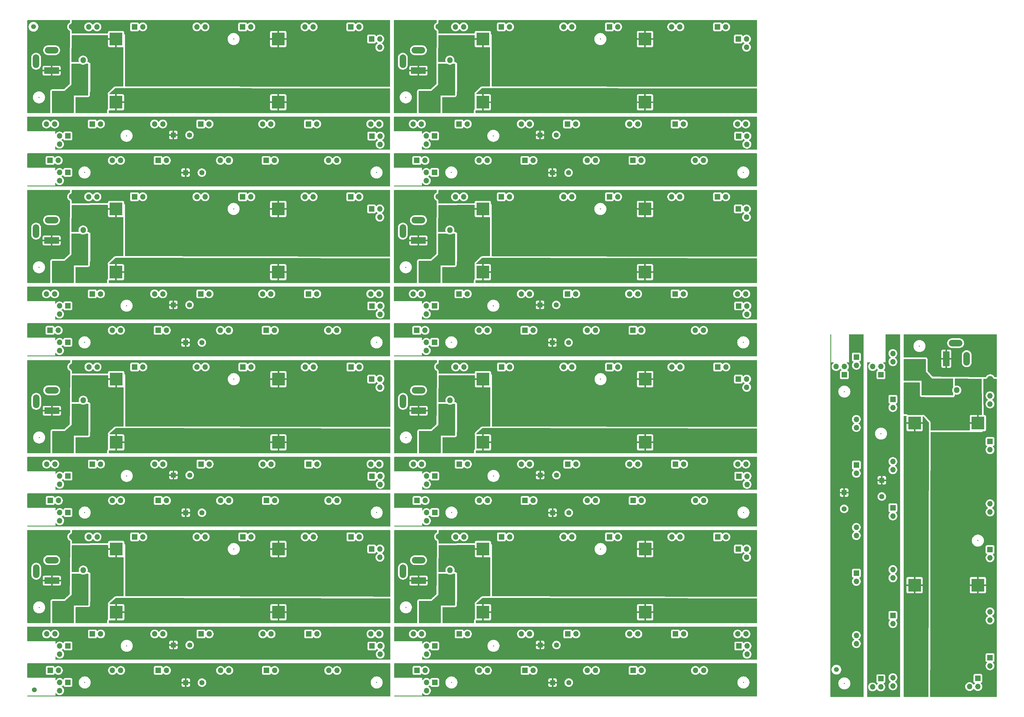
<source format=gbr>
G04 #@! TF.GenerationSoftware,KiCad,Pcbnew,9.0.0*
G04 #@! TF.CreationDate,2025-07-23T13:45:27+02:00*
G04 #@! TF.ProjectId,PowerPCB,506f7765-7250-4434-922e-6b696361645f,rev?*
G04 #@! TF.SameCoordinates,Original*
G04 #@! TF.FileFunction,Copper,L1,Top*
G04 #@! TF.FilePolarity,Positive*
%FSLAX46Y46*%
G04 Gerber Fmt 4.6, Leading zero omitted, Abs format (unit mm)*
G04 Created by KiCad (PCBNEW 9.0.0) date 2025-07-23 13:45:27*
%MOMM*%
%LPD*%
G01*
G04 APERTURE LIST*
G04 #@! TA.AperFunction,SMDPad,CuDef*
%ADD10C,1.500000*%
G04 #@! TD*
G04 #@! TA.AperFunction,ComponentPad*
%ADD11R,1.700000X1.700000*%
G04 #@! TD*
G04 #@! TA.AperFunction,ComponentPad*
%ADD12O,1.700000X1.700000*%
G04 #@! TD*
G04 #@! TA.AperFunction,ComponentPad*
%ADD13R,4.000000X4.000000*%
G04 #@! TD*
G04 #@! TA.AperFunction,ComponentPad*
%ADD14R,1.600000X1.600000*%
G04 #@! TD*
G04 #@! TA.AperFunction,ComponentPad*
%ADD15C,1.600000*%
G04 #@! TD*
G04 #@! TA.AperFunction,ComponentPad*
%ADD16R,1.800000X1.800000*%
G04 #@! TD*
G04 #@! TA.AperFunction,ComponentPad*
%ADD17O,1.800000X1.800000*%
G04 #@! TD*
G04 #@! TA.AperFunction,ComponentPad*
%ADD18C,1.710000*%
G04 #@! TD*
G04 #@! TA.AperFunction,ComponentPad*
%ADD19C,2.400000*%
G04 #@! TD*
G04 #@! TA.AperFunction,ComponentPad*
%ADD20R,2.000000X4.600000*%
G04 #@! TD*
G04 #@! TA.AperFunction,ComponentPad*
%ADD21O,2.000000X4.200000*%
G04 #@! TD*
G04 #@! TA.AperFunction,ComponentPad*
%ADD22O,4.200000X2.000000*%
G04 #@! TD*
G04 #@! TA.AperFunction,ComponentPad*
%ADD23R,4.600000X2.000000*%
G04 #@! TD*
G04 #@! TA.AperFunction,ViaPad*
%ADD24C,1.800000*%
G04 #@! TD*
%ADD25C,0.350000*%
%ADD26O,1.000000X3.600000*%
%ADD27O,1.000000X3.200000*%
%ADD28O,3.200000X1.000000*%
%ADD29O,3.600000X1.000000*%
G04 APERTURE END LIST*
D10*
G04 #@! TO.P,FID3,*
G04 #@! TO.N,*
X306700000Y-241499000D03*
G04 #@! TD*
D11*
G04 #@! TO.P,J3,1,Pin_1*
G04 #@! TO.N,GND2*
X320374000Y-244299000D03*
D12*
X317834000Y-246839000D03*
G04 #@! TO.P,J3,2,Pin_2*
G04 #@! TO.N,unconnected-(J3-Pin_2-Pad2)*
X320374000Y-246839000D03*
G04 #@! TO.P,J3,3,Pin_3*
G04 #@! TO.N,+5V2*
X317834000Y-244299000D03*
G04 #@! TD*
D13*
G04 #@! TO.P,U1,1,IN*
G04 #@! TO.N,Net-(U1-IN)*
X350300000Y-165449000D03*
G04 #@! TO.P,U1,2,GND*
G04 #@! TO.N,GND*
X330800000Y-165449000D03*
X330800000Y-215449000D03*
G04 #@! TO.P,U1,3,OUT*
G04 #@! TO.N,+5V*
X350300000Y-215449000D03*
G04 #@! TD*
D11*
G04 #@! TO.P,X11,1,Pin_1*
G04 #@! TO.N,+5V2*
X324099000Y-208107200D03*
D12*
G04 #@! TO.P,X11,2,Pin_2*
G04 #@! TO.N,Net-(X10-Pin_2)*
X324099000Y-210647200D03*
G04 #@! TO.P,X11,3,Pin_3*
G04 #@! TO.N,GND2*
X324099000Y-213187200D03*
G04 #@! TD*
D14*
G04 #@! TO.P,C2,1*
G04 #@! TO.N,+5V3*
X309100000Y-186896349D03*
D15*
G04 #@! TO.P,C2,2*
G04 #@! TO.N,GND3*
X309100000Y-191896349D03*
G04 #@! TD*
D11*
G04 #@! TO.P,X14,1,Pin_1*
G04 #@! TO.N,GND3*
X312850000Y-145094400D03*
D12*
G04 #@! TO.P,X14,2,Pin_2*
G04 #@! TO.N,Net-(X14-Pin_2)*
X312850000Y-147634400D03*
G04 #@! TO.P,X14,3,Pin_3*
G04 #@! TO.N,+5V3*
X312850000Y-150174400D03*
G04 #@! TD*
D11*
G04 #@! TO.P,X2,1,Pin_1*
G04 #@! TO.N,GND*
X354050000Y-171145600D03*
D12*
G04 #@! TO.P,X2,2,Pin_2*
G04 #@! TO.N,Net-(X2-Pin_2)*
X354050000Y-173685600D03*
G04 #@! TO.P,X2,3,Pin_3*
G04 #@! TO.N,+5V*
X354050000Y-176225600D03*
G04 #@! TD*
D11*
G04 #@! TO.P,X10,1,Pin_1*
G04 #@! TO.N,GND2*
X324100000Y-191574000D03*
D12*
G04 #@! TO.P,X10,2,Pin_2*
G04 #@! TO.N,Net-(X10-Pin_2)*
X324100000Y-194114000D03*
G04 #@! TO.P,X10,3,Pin_3*
G04 #@! TO.N,+5V2*
X324100000Y-196654000D03*
G04 #@! TD*
D11*
G04 #@! TO.P,X18,1,Pin_1*
G04 #@! TO.N,GND3*
X312850000Y-211744000D03*
D12*
G04 #@! TO.P,X18,2,Pin_2*
G04 #@! TO.N,Net-(X18-Pin_2)*
X312850000Y-214284000D03*
G04 #@! TO.P,X18,3,Pin_3*
G04 #@! TO.N,+5V3*
X312850000Y-216824000D03*
G04 #@! TD*
D16*
G04 #@! TO.P,D1,1,K*
G04 #@! TO.N,Net-(D1-K)*
X341255000Y-155299000D03*
D17*
G04 #@! TO.P,D1,2,A*
G04 #@! TO.N,GND*
X343795000Y-155299000D03*
G04 #@! TD*
D11*
G04 #@! TO.P,X5,1,Pin_1*
G04 #@! TO.N,+5V*
X354050000Y-221132800D03*
D12*
G04 #@! TO.P,X5,2,Pin_2*
G04 #@! TO.N,Net-(X4-Pin_2)*
X354050000Y-223672800D03*
G04 #@! TO.P,X5,3,Pin_3*
G04 #@! TO.N,GND*
X354050000Y-226212800D03*
G04 #@! TD*
D11*
G04 #@! TO.P,X19,1,Pin_1*
G04 #@! TO.N,+5V3*
X312850000Y-228406400D03*
D12*
G04 #@! TO.P,X19,2,Pin_2*
G04 #@! TO.N,Net-(X18-Pin_2)*
X312850000Y-230946400D03*
G04 #@! TO.P,X19,3,Pin_3*
G04 #@! TO.N,GND3*
X312850000Y-233486400D03*
G04 #@! TD*
D11*
G04 #@! TO.P,X12,1,Pin_1*
G04 #@! TO.N,GND2*
X324099000Y-224769600D03*
D12*
G04 #@! TO.P,X12,2,Pin_2*
G04 #@! TO.N,Net-(X12-Pin_2)*
X324099000Y-227309600D03*
G04 #@! TO.P,X12,3,Pin_3*
G04 #@! TO.N,+5V2*
X324099000Y-229849600D03*
G04 #@! TD*
D18*
G04 #@! TO.P,F1,1*
G04 #@! TO.N,Net-(F1-Pad1)*
X337100000Y-149299000D03*
G04 #@! TO.P,F1,2*
G04 #@! TO.N,Net-(D1-K)*
X335900000Y-154399000D03*
G04 #@! TD*
D11*
G04 #@! TO.P,X13,1,Pin_1*
G04 #@! TO.N,+5V2*
X324099000Y-241432000D03*
D12*
G04 #@! TO.P,X13,2,Pin_2*
G04 #@! TO.N,Net-(X12-Pin_2)*
X324099000Y-243972000D03*
G04 #@! TO.P,X13,3,Pin_3*
G04 #@! TO.N,GND2*
X324099000Y-246512000D03*
G04 #@! TD*
D11*
G04 #@! TO.P,X6,1,Pin_1*
G04 #@! TO.N,GND*
X354050000Y-237795200D03*
D12*
G04 #@! TO.P,X6,2,Pin_2*
G04 #@! TO.N,Net-(J2-Pin_2)*
X354050000Y-240335200D03*
G04 #@! TO.P,X6,3,Pin_3*
G04 #@! TO.N,+5V*
X354050000Y-242875200D03*
G04 #@! TD*
D11*
G04 #@! TO.P,J2,1,Pin_1*
G04 #@! TO.N,GND*
X350300000Y-244199000D03*
D12*
X347760000Y-246739000D03*
G04 #@! TO.P,J2,2,Pin_2*
G04 #@! TO.N,Net-(J2-Pin_2)*
X350300000Y-246739000D03*
G04 #@! TO.P,J2,3,Pin_3*
G04 #@! TO.N,+5V*
X347760000Y-244199000D03*
G04 #@! TD*
D11*
G04 #@! TO.P,X16,1,Pin_1*
G04 #@! TO.N,GND3*
X312850000Y-178419200D03*
D12*
G04 #@! TO.P,X16,2,Pin_2*
G04 #@! TO.N,Net-(X16-Pin_2)*
X312850000Y-180959200D03*
G04 #@! TO.P,X16,3,Pin_3*
G04 #@! TO.N,+5V3*
X312850000Y-183499200D03*
G04 #@! TD*
D11*
G04 #@! TO.P,X8,1,Pin_1*
G04 #@! TO.N,GND2*
X324099000Y-158120000D03*
D12*
G04 #@! TO.P,X8,2,Pin_2*
G04 #@! TO.N,Net-(X8-Pin_2)*
X324099000Y-160660000D03*
G04 #@! TO.P,X8,3,Pin_3*
G04 #@! TO.N,+5V2*
X324099000Y-163200000D03*
G04 #@! TD*
D11*
G04 #@! TO.P,X9,1,Pin_1*
G04 #@! TO.N,+5V2*
X324100000Y-174774000D03*
D12*
G04 #@! TO.P,X9,2,Pin_2*
G04 #@! TO.N,Net-(X8-Pin_2)*
X324100000Y-177314000D03*
G04 #@! TO.P,X9,3,Pin_3*
G04 #@! TO.N,GND2*
X324100000Y-179854000D03*
G04 #@! TD*
D11*
G04 #@! TO.P,X4,1,Pin_1*
G04 #@! TO.N,GND*
X354050000Y-204470400D03*
D12*
G04 #@! TO.P,X4,2,Pin_2*
G04 #@! TO.N,Net-(X4-Pin_2)*
X354050000Y-207010400D03*
G04 #@! TO.P,X4,3,Pin_3*
G04 #@! TO.N,+5V*
X354050000Y-209550400D03*
G04 #@! TD*
D14*
G04 #@! TO.P,C1,1*
G04 #@! TO.N,+5V2*
X320700000Y-183096349D03*
D15*
G04 #@! TO.P,C1,2*
G04 #@! TO.N,GND2*
X320700000Y-188096349D03*
G04 #@! TD*
D11*
G04 #@! TO.P,X3,1,Pin_1*
G04 #@! TO.N,+5V*
X354050000Y-187808000D03*
D12*
G04 #@! TO.P,X3,2,Pin_2*
G04 #@! TO.N,Net-(X2-Pin_2)*
X354050000Y-190348000D03*
G04 #@! TO.P,X3,3,Pin_3*
G04 #@! TO.N,GND*
X354050000Y-192888000D03*
G04 #@! TD*
D11*
G04 #@! TO.P,X7,1,Pin_1*
G04 #@! TO.N,+5V2*
X324099000Y-141457600D03*
D12*
G04 #@! TO.P,X7,2,Pin_2*
G04 #@! TO.N,Net-(J4-Pin_2)*
X324099000Y-143997600D03*
G04 #@! TO.P,X7,3,Pin_3*
G04 #@! TO.N,GND2*
X324099000Y-146537600D03*
G04 #@! TD*
D19*
G04 #@! TO.P,TH1,1*
G04 #@! TO.N,Net-(D1-K)*
X330100000Y-148624000D03*
G04 #@! TO.P,TH1,2*
G04 #@! TO.N,Net-(U1-IN)*
X330100000Y-156374000D03*
G04 #@! TD*
D12*
G04 #@! TO.P,J4,1,Pin_1*
G04 #@! TO.N,GND2*
X317859000Y-148034000D03*
D11*
X320399000Y-150574000D03*
D12*
G04 #@! TO.P,J4,2,Pin_2*
G04 #@! TO.N,Net-(J4-Pin_2)*
X320399000Y-148034000D03*
G04 #@! TO.P,J4,3,Pin_3*
G04 #@! TO.N,+5V2*
X317859000Y-150574000D03*
G04 #@! TD*
D20*
G04 #@! TO.P,J1,1*
G04 #@! TO.N,Net-(F1-Pad1)*
X340551000Y-145599000D03*
D21*
G04 #@! TO.P,J1,2*
G04 #@! TO.N,GND*
X346851000Y-145599000D03*
D22*
G04 #@! TO.P,J1,MP,MountPin*
X343451000Y-140799000D03*
G04 #@! TD*
D11*
G04 #@! TO.P,X17,1,Pin_1*
G04 #@! TO.N,+5V3*
X312850000Y-195081600D03*
D12*
G04 #@! TO.P,X17,2,Pin_2*
G04 #@! TO.N,Net-(X16-Pin_2)*
X312850000Y-197621600D03*
G04 #@! TO.P,X17,3,Pin_3*
G04 #@! TO.N,GND3*
X312850000Y-200161600D03*
G04 #@! TD*
D11*
G04 #@! TO.P,X15,1,Pin_1*
G04 #@! TO.N,+5V3*
X312850000Y-161756800D03*
D12*
G04 #@! TO.P,X15,2,Pin_2*
G04 #@! TO.N,Net-(X14-Pin_2)*
X312850000Y-164296800D03*
G04 #@! TO.P,X15,3,Pin_3*
G04 #@! TO.N,GND3*
X312850000Y-166836800D03*
G04 #@! TD*
D11*
G04 #@! TO.P,X1,1,Pin_1*
G04 #@! TO.N,+5V*
X354050000Y-154483200D03*
D12*
G04 #@! TO.P,X1,2,Pin_2*
G04 #@! TO.N,unconnected-(X1-Pin_2-Pad2)*
X354050000Y-157023200D03*
G04 #@! TO.P,X1,3,Pin_3*
G04 #@! TO.N,GND*
X354050000Y-159563200D03*
G04 #@! TD*
D11*
G04 #@! TO.P,X2,1,Pin_1*
G04 #@! TO.N,GND*
X203396600Y-95651553D03*
D12*
G04 #@! TO.P,X2,2,Pin_2*
G04 #@! TO.N,Net-(X2-Pin_2)*
X205936600Y-95651553D03*
G04 #@! TO.P,X2,3,Pin_3*
G04 #@! TO.N,+5V*
X208476600Y-95651553D03*
G04 #@! TD*
D11*
G04 #@! TO.P,X10,1,Pin_1*
G04 #@! TO.N,GND2*
X223825000Y-125601553D03*
D12*
G04 #@! TO.P,X10,2,Pin_2*
G04 #@! TO.N,Net-(X10-Pin_2)*
X226365000Y-125601553D03*
G04 #@! TO.P,X10,3,Pin_3*
G04 #@! TO.N,+5V2*
X228905000Y-125601553D03*
G04 #@! TD*
D11*
G04 #@! TO.P,X19,1,Pin_1*
G04 #@! TO.N,+5V3*
X260657400Y-136851553D03*
D12*
G04 #@! TO.P,X19,2,Pin_2*
G04 #@! TO.N,Net-(X18-Pin_2)*
X263197400Y-136851553D03*
G04 #@! TO.P,X19,3,Pin_3*
G04 #@! TO.N,GND3*
X265737400Y-136851553D03*
G04 #@! TD*
D11*
G04 #@! TO.P,X18,1,Pin_1*
G04 #@! TO.N,GND3*
X243995000Y-136851553D03*
D12*
G04 #@! TO.P,X18,2,Pin_2*
G04 #@! TO.N,Net-(X18-Pin_2)*
X246535000Y-136851553D03*
G04 #@! TO.P,X18,3,Pin_3*
G04 #@! TO.N,+5V3*
X249075000Y-136851553D03*
G04 #@! TD*
D16*
G04 #@! TO.P,D1,1,K*
G04 #@! TO.N,Net-(D1-K)*
X187550000Y-108446553D03*
D17*
G04 #@! TO.P,D1,2,A*
G04 #@! TO.N,GND*
X187550000Y-105906553D03*
G04 #@! TD*
D11*
G04 #@! TO.P,X5,1,Pin_1*
G04 #@! TO.N,+5V*
X253383800Y-95651553D03*
D12*
G04 #@! TO.P,X5,2,Pin_2*
G04 #@! TO.N,Net-(X4-Pin_2)*
X255923800Y-95651553D03*
G04 #@! TO.P,X5,3,Pin_3*
G04 #@! TO.N,GND*
X258463800Y-95651553D03*
G04 #@! TD*
D11*
G04 #@! TO.P,J2,1,Pin_1*
G04 #@! TO.N,GND*
X276450000Y-99401553D03*
D12*
X278990000Y-101941553D03*
G04 #@! TO.P,J2,2,Pin_2*
G04 #@! TO.N,Net-(J2-Pin_2)*
X278990000Y-99401553D03*
G04 #@! TO.P,J2,3,Pin_3*
G04 #@! TO.N,+5V*
X276450000Y-101941553D03*
G04 #@! TD*
D11*
G04 #@! TO.P,X16,1,Pin_1*
G04 #@! TO.N,GND3*
X210670200Y-136851553D03*
D12*
G04 #@! TO.P,X16,2,Pin_2*
G04 #@! TO.N,Net-(X16-Pin_2)*
X213210200Y-136851553D03*
G04 #@! TO.P,X16,3,Pin_3*
G04 #@! TO.N,+5V3*
X215750200Y-136851553D03*
G04 #@! TD*
D11*
G04 #@! TO.P,X4,1,Pin_1*
G04 #@! TO.N,GND*
X236721400Y-95651553D03*
D12*
G04 #@! TO.P,X4,2,Pin_2*
G04 #@! TO.N,Net-(X4-Pin_2)*
X239261400Y-95651553D03*
G04 #@! TO.P,X4,3,Pin_3*
G04 #@! TO.N,+5V*
X241801400Y-95651553D03*
G04 #@! TD*
D18*
G04 #@! TO.P,F1,1*
G04 #@! TO.N,Net-(F1-Pad1)*
X181550000Y-112601553D03*
G04 #@! TO.P,F1,2*
G04 #@! TO.N,Net-(D1-K)*
X186650000Y-113801553D03*
G04 #@! TD*
D11*
G04 #@! TO.P,X13,1,Pin_1*
G04 #@! TO.N,+5V2*
X273683000Y-125602553D03*
D12*
G04 #@! TO.P,X13,2,Pin_2*
G04 #@! TO.N,Net-(X12-Pin_2)*
X276223000Y-125602553D03*
G04 #@! TO.P,X13,3,Pin_3*
G04 #@! TO.N,GND2*
X278763000Y-125602553D03*
G04 #@! TD*
G04 #@! TO.P,J5,1,Pin_1*
G04 #@! TO.N,GND3*
X180285000Y-143091553D03*
D11*
X182825000Y-140551553D03*
D12*
G04 #@! TO.P,J5,2,Pin_2*
G04 #@! TO.N,unconnected-(J5-Pin_2-Pad2)*
X180285000Y-140551553D03*
G04 #@! TO.P,J5,3,Pin_3*
G04 #@! TO.N,+5V3*
X182825000Y-143091553D03*
G04 #@! TD*
D11*
G04 #@! TO.P,X12,1,Pin_1*
G04 #@! TO.N,GND2*
X257020600Y-125602553D03*
D12*
G04 #@! TO.P,X12,2,Pin_2*
G04 #@! TO.N,Net-(X12-Pin_2)*
X259560600Y-125602553D03*
G04 #@! TO.P,X12,3,Pin_3*
G04 #@! TO.N,+5V2*
X262100600Y-125602553D03*
G04 #@! TD*
D11*
G04 #@! TO.P,X9,1,Pin_1*
G04 #@! TO.N,+5V2*
X207025000Y-125601553D03*
D12*
G04 #@! TO.P,X9,2,Pin_2*
G04 #@! TO.N,Net-(X8-Pin_2)*
X209565000Y-125601553D03*
G04 #@! TO.P,X9,3,Pin_3*
G04 #@! TO.N,GND2*
X212105000Y-125601553D03*
G04 #@! TD*
D11*
G04 #@! TO.P,X6,1,Pin_1*
G04 #@! TO.N,GND*
X270046200Y-95651553D03*
D12*
G04 #@! TO.P,X6,2,Pin_2*
G04 #@! TO.N,Net-(J2-Pin_2)*
X272586200Y-95651553D03*
G04 #@! TO.P,X6,3,Pin_3*
G04 #@! TO.N,+5V*
X275126200Y-95651553D03*
G04 #@! TD*
D14*
G04 #@! TO.P,C2,1*
G04 #@! TO.N,+5V3*
X219147349Y-140601553D03*
D15*
G04 #@! TO.P,C2,2*
G04 #@! TO.N,GND3*
X224147349Y-140601553D03*
G04 #@! TD*
D11*
G04 #@! TO.P,X14,1,Pin_1*
G04 #@! TO.N,GND3*
X177345400Y-136851553D03*
D12*
G04 #@! TO.P,X14,2,Pin_2*
G04 #@! TO.N,Net-(X14-Pin_2)*
X179885400Y-136851553D03*
G04 #@! TO.P,X14,3,Pin_3*
G04 #@! TO.N,+5V3*
X182425400Y-136851553D03*
G04 #@! TD*
D11*
G04 #@! TO.P,X11,1,Pin_1*
G04 #@! TO.N,+5V2*
X240358200Y-125602553D03*
D12*
G04 #@! TO.P,X11,2,Pin_2*
G04 #@! TO.N,Net-(X10-Pin_2)*
X242898200Y-125602553D03*
G04 #@! TO.P,X11,3,Pin_3*
G04 #@! TO.N,GND2*
X245438200Y-125602553D03*
G04 #@! TD*
D13*
G04 #@! TO.P,U1,1,IN*
G04 #@! TO.N,Net-(U1-IN)*
X197700000Y-99401553D03*
G04 #@! TO.P,U1,2,GND*
G04 #@! TO.N,GND*
X197700000Y-118901553D03*
X247700000Y-118901553D03*
G04 #@! TO.P,U1,3,OUT*
G04 #@! TO.N,+5V*
X247700000Y-99401553D03*
G04 #@! TD*
D11*
G04 #@! TO.P,J3,1,Pin_1*
G04 #@! TO.N,GND2*
X276550000Y-129327553D03*
D12*
X279090000Y-131867553D03*
G04 #@! TO.P,J3,2,Pin_2*
G04 #@! TO.N,unconnected-(J3-Pin_2-Pad2)*
X279090000Y-129327553D03*
G04 #@! TO.P,J3,3,Pin_3*
G04 #@! TO.N,+5V2*
X276550000Y-131867553D03*
G04 #@! TD*
D14*
G04 #@! TO.P,C2,1*
G04 #@! TO.N,+5V3*
X219147349Y-88200000D03*
D15*
G04 #@! TO.P,C2,2*
G04 #@! TO.N,GND3*
X224147349Y-88200000D03*
G04 #@! TD*
D11*
G04 #@! TO.P,J3,1,Pin_1*
G04 #@! TO.N,GND2*
X276550000Y-76926000D03*
D12*
X279090000Y-79466000D03*
G04 #@! TO.P,J3,2,Pin_2*
G04 #@! TO.N,unconnected-(J3-Pin_2-Pad2)*
X279090000Y-76926000D03*
G04 #@! TO.P,J3,3,Pin_3*
G04 #@! TO.N,+5V2*
X276550000Y-79466000D03*
G04 #@! TD*
D11*
G04 #@! TO.P,X14,1,Pin_1*
G04 #@! TO.N,GND3*
X177345400Y-84450000D03*
D12*
G04 #@! TO.P,X14,2,Pin_2*
G04 #@! TO.N,Net-(X14-Pin_2)*
X179885400Y-84450000D03*
G04 #@! TO.P,X14,3,Pin_3*
G04 #@! TO.N,+5V3*
X182425400Y-84450000D03*
G04 #@! TD*
D13*
G04 #@! TO.P,U1,1,IN*
G04 #@! TO.N,Net-(U1-IN)*
X197700000Y-47000000D03*
G04 #@! TO.P,U1,2,GND*
G04 #@! TO.N,GND*
X197700000Y-66500000D03*
X247700000Y-66500000D03*
G04 #@! TO.P,U1,3,OUT*
G04 #@! TO.N,+5V*
X247700000Y-47000000D03*
G04 #@! TD*
D11*
G04 #@! TO.P,X11,1,Pin_1*
G04 #@! TO.N,+5V2*
X240358200Y-73201000D03*
D12*
G04 #@! TO.P,X11,2,Pin_2*
G04 #@! TO.N,Net-(X10-Pin_2)*
X242898200Y-73201000D03*
G04 #@! TO.P,X11,3,Pin_3*
G04 #@! TO.N,GND2*
X245438200Y-73201000D03*
G04 #@! TD*
D11*
G04 #@! TO.P,X7,1,Pin_1*
G04 #@! TO.N,+5V2*
X173708600Y-125602553D03*
D12*
G04 #@! TO.P,X7,2,Pin_2*
G04 #@! TO.N,Net-(J4-Pin_2)*
X176248600Y-125602553D03*
G04 #@! TO.P,X7,3,Pin_3*
G04 #@! TO.N,GND2*
X178788600Y-125602553D03*
G04 #@! TD*
G04 #@! TO.P,J4,1,Pin_1*
G04 #@! TO.N,GND2*
X180285000Y-131842553D03*
D11*
X182825000Y-129302553D03*
D12*
G04 #@! TO.P,J4,2,Pin_2*
G04 #@! TO.N,Net-(J4-Pin_2)*
X180285000Y-129302553D03*
G04 #@! TO.P,J4,3,Pin_3*
G04 #@! TO.N,+5V2*
X182825000Y-131842553D03*
G04 #@! TD*
D11*
G04 #@! TO.P,X8,1,Pin_1*
G04 #@! TO.N,GND2*
X190371000Y-125602553D03*
D12*
G04 #@! TO.P,X8,2,Pin_2*
G04 #@! TO.N,Net-(X8-Pin_2)*
X192911000Y-125602553D03*
G04 #@! TO.P,X8,3,Pin_3*
G04 #@! TO.N,+5V2*
X195451000Y-125602553D03*
G04 #@! TD*
D14*
G04 #@! TO.P,C1,1*
G04 #@! TO.N,+5V2*
X215347349Y-129001553D03*
D15*
G04 #@! TO.P,C1,2*
G04 #@! TO.N,GND2*
X220347349Y-129001553D03*
G04 #@! TD*
D11*
G04 #@! TO.P,X3,1,Pin_1*
G04 #@! TO.N,+5V*
X220059000Y-95651553D03*
D12*
G04 #@! TO.P,X3,2,Pin_2*
G04 #@! TO.N,Net-(X2-Pin_2)*
X222599000Y-95651553D03*
G04 #@! TO.P,X3,3,Pin_3*
G04 #@! TO.N,GND*
X225139000Y-95651553D03*
G04 #@! TD*
D23*
G04 #@! TO.P,J1,1*
G04 #@! TO.N,Net-(F1-Pad1)*
X177850000Y-109150553D03*
D22*
G04 #@! TO.P,J1,2*
G04 #@! TO.N,GND*
X177850000Y-102850553D03*
D21*
G04 #@! TO.P,J1,MP,MountPin*
X173050000Y-106250553D03*
G04 #@! TD*
D19*
G04 #@! TO.P,TH1,1*
G04 #@! TO.N,Net-(D1-K)*
X180875000Y-119601553D03*
G04 #@! TO.P,TH1,2*
G04 #@! TO.N,Net-(U1-IN)*
X188625000Y-119601553D03*
G04 #@! TD*
D11*
G04 #@! TO.P,X15,1,Pin_1*
G04 #@! TO.N,+5V3*
X194007800Y-136851553D03*
D12*
G04 #@! TO.P,X15,2,Pin_2*
G04 #@! TO.N,Net-(X14-Pin_2)*
X196547800Y-136851553D03*
G04 #@! TO.P,X15,3,Pin_3*
G04 #@! TO.N,GND3*
X199087800Y-136851553D03*
G04 #@! TD*
D11*
G04 #@! TO.P,X2,1,Pin_1*
G04 #@! TO.N,GND*
X203396600Y-43250000D03*
D12*
G04 #@! TO.P,X2,2,Pin_2*
G04 #@! TO.N,Net-(X2-Pin_2)*
X205936600Y-43250000D03*
G04 #@! TO.P,X2,3,Pin_3*
G04 #@! TO.N,+5V*
X208476600Y-43250000D03*
G04 #@! TD*
D11*
G04 #@! TO.P,X1,1,Pin_1*
G04 #@! TO.N,+5V*
X186734200Y-95651553D03*
D12*
G04 #@! TO.P,X1,2,Pin_2*
G04 #@! TO.N,unconnected-(X1-Pin_2-Pad2)*
X189274200Y-95651553D03*
G04 #@! TO.P,X1,3,Pin_3*
G04 #@! TO.N,GND*
X191814200Y-95651553D03*
G04 #@! TD*
D11*
G04 #@! TO.P,X17,1,Pin_1*
G04 #@! TO.N,+5V3*
X227332600Y-136851553D03*
D12*
G04 #@! TO.P,X17,2,Pin_2*
G04 #@! TO.N,Net-(X16-Pin_2)*
X229872600Y-136851553D03*
G04 #@! TO.P,X17,3,Pin_3*
G04 #@! TO.N,GND3*
X232412600Y-136851553D03*
G04 #@! TD*
D11*
G04 #@! TO.P,X10,1,Pin_1*
G04 #@! TO.N,GND2*
X223825000Y-73200000D03*
D12*
G04 #@! TO.P,X10,2,Pin_2*
G04 #@! TO.N,Net-(X10-Pin_2)*
X226365000Y-73200000D03*
G04 #@! TO.P,X10,3,Pin_3*
G04 #@! TO.N,+5V2*
X228905000Y-73200000D03*
G04 #@! TD*
D11*
G04 #@! TO.P,X18,1,Pin_1*
G04 #@! TO.N,GND3*
X243995000Y-84450000D03*
D12*
G04 #@! TO.P,X18,2,Pin_2*
G04 #@! TO.N,Net-(X18-Pin_2)*
X246535000Y-84450000D03*
G04 #@! TO.P,X18,3,Pin_3*
G04 #@! TO.N,+5V3*
X249075000Y-84450000D03*
G04 #@! TD*
D11*
G04 #@! TO.P,X19,1,Pin_1*
G04 #@! TO.N,+5V3*
X260657400Y-84450000D03*
D12*
G04 #@! TO.P,X19,2,Pin_2*
G04 #@! TO.N,Net-(X18-Pin_2)*
X263197400Y-84450000D03*
G04 #@! TO.P,X19,3,Pin_3*
G04 #@! TO.N,GND3*
X265737400Y-84450000D03*
G04 #@! TD*
D11*
G04 #@! TO.P,X12,1,Pin_1*
G04 #@! TO.N,GND2*
X257020600Y-73201000D03*
D12*
G04 #@! TO.P,X12,2,Pin_2*
G04 #@! TO.N,Net-(X12-Pin_2)*
X259560600Y-73201000D03*
G04 #@! TO.P,X12,3,Pin_3*
G04 #@! TO.N,+5V2*
X262100600Y-73201000D03*
G04 #@! TD*
D18*
G04 #@! TO.P,F1,1*
G04 #@! TO.N,Net-(F1-Pad1)*
X181550000Y-60200000D03*
G04 #@! TO.P,F1,2*
G04 #@! TO.N,Net-(D1-K)*
X186650000Y-61400000D03*
G04 #@! TD*
D16*
G04 #@! TO.P,D1,1,K*
G04 #@! TO.N,Net-(D1-K)*
X187550000Y-56045000D03*
D17*
G04 #@! TO.P,D1,2,A*
G04 #@! TO.N,GND*
X187550000Y-53505000D03*
G04 #@! TD*
D11*
G04 #@! TO.P,X13,1,Pin_1*
G04 #@! TO.N,+5V2*
X273683000Y-73201000D03*
D12*
G04 #@! TO.P,X13,2,Pin_2*
G04 #@! TO.N,Net-(X12-Pin_2)*
X276223000Y-73201000D03*
G04 #@! TO.P,X13,3,Pin_3*
G04 #@! TO.N,GND2*
X278763000Y-73201000D03*
G04 #@! TD*
D11*
G04 #@! TO.P,X5,1,Pin_1*
G04 #@! TO.N,+5V*
X253383800Y-43250000D03*
D12*
G04 #@! TO.P,X5,2,Pin_2*
G04 #@! TO.N,Net-(X4-Pin_2)*
X255923800Y-43250000D03*
G04 #@! TO.P,X5,3,Pin_3*
G04 #@! TO.N,GND*
X258463800Y-43250000D03*
G04 #@! TD*
D11*
G04 #@! TO.P,X6,1,Pin_1*
G04 #@! TO.N,GND*
X270046200Y-43250000D03*
D12*
G04 #@! TO.P,X6,2,Pin_2*
G04 #@! TO.N,Net-(J2-Pin_2)*
X272586200Y-43250000D03*
G04 #@! TO.P,X6,3,Pin_3*
G04 #@! TO.N,+5V*
X275126200Y-43250000D03*
G04 #@! TD*
D11*
G04 #@! TO.P,J2,1,Pin_1*
G04 #@! TO.N,GND*
X276450000Y-47000000D03*
D12*
X278990000Y-49540000D03*
G04 #@! TO.P,J2,2,Pin_2*
G04 #@! TO.N,Net-(J2-Pin_2)*
X278990000Y-47000000D03*
G04 #@! TO.P,J2,3,Pin_3*
G04 #@! TO.N,+5V*
X276450000Y-49540000D03*
G04 #@! TD*
D11*
G04 #@! TO.P,X9,1,Pin_1*
G04 #@! TO.N,+5V2*
X207025000Y-73200000D03*
D12*
G04 #@! TO.P,X9,2,Pin_2*
G04 #@! TO.N,Net-(X8-Pin_2)*
X209565000Y-73200000D03*
G04 #@! TO.P,X9,3,Pin_3*
G04 #@! TO.N,GND2*
X212105000Y-73200000D03*
G04 #@! TD*
D11*
G04 #@! TO.P,X4,1,Pin_1*
G04 #@! TO.N,GND*
X236721400Y-43250000D03*
D12*
G04 #@! TO.P,X4,2,Pin_2*
G04 #@! TO.N,Net-(X4-Pin_2)*
X239261400Y-43250000D03*
G04 #@! TO.P,X4,3,Pin_3*
G04 #@! TO.N,+5V*
X241801400Y-43250000D03*
G04 #@! TD*
G04 #@! TO.P,J5,1,Pin_1*
G04 #@! TO.N,GND3*
X180285000Y-90690000D03*
D11*
X182825000Y-88150000D03*
D12*
G04 #@! TO.P,J5,2,Pin_2*
G04 #@! TO.N,unconnected-(J5-Pin_2-Pad2)*
X180285000Y-88150000D03*
G04 #@! TO.P,J5,3,Pin_3*
G04 #@! TO.N,+5V3*
X182825000Y-90690000D03*
G04 #@! TD*
D11*
G04 #@! TO.P,X16,1,Pin_1*
G04 #@! TO.N,GND3*
X210670200Y-84450000D03*
D12*
G04 #@! TO.P,X16,2,Pin_2*
G04 #@! TO.N,Net-(X16-Pin_2)*
X213210200Y-84450000D03*
G04 #@! TO.P,X16,3,Pin_3*
G04 #@! TO.N,+5V3*
X215750200Y-84450000D03*
G04 #@! TD*
D11*
G04 #@! TO.P,X8,1,Pin_1*
G04 #@! TO.N,GND2*
X190371000Y-73201000D03*
D12*
G04 #@! TO.P,X8,2,Pin_2*
G04 #@! TO.N,Net-(X8-Pin_2)*
X192911000Y-73201000D03*
G04 #@! TO.P,X8,3,Pin_3*
G04 #@! TO.N,+5V2*
X195451000Y-73201000D03*
G04 #@! TD*
D13*
G04 #@! TO.P,U1,1,IN*
G04 #@! TO.N,Net-(U1-IN)*
X197750000Y-204300000D03*
G04 #@! TO.P,U1,2,GND*
G04 #@! TO.N,GND*
X197750000Y-223800000D03*
X247750000Y-223800000D03*
G04 #@! TO.P,U1,3,OUT*
G04 #@! TO.N,+5V*
X247750000Y-204300000D03*
G04 #@! TD*
D11*
G04 #@! TO.P,X14,1,Pin_1*
G04 #@! TO.N,GND3*
X177395400Y-241750000D03*
D12*
G04 #@! TO.P,X14,2,Pin_2*
G04 #@! TO.N,Net-(X14-Pin_2)*
X179935400Y-241750000D03*
G04 #@! TO.P,X14,3,Pin_3*
G04 #@! TO.N,+5V3*
X182475400Y-241750000D03*
G04 #@! TD*
D11*
G04 #@! TO.P,X11,1,Pin_1*
G04 #@! TO.N,+5V2*
X240408200Y-230501000D03*
D12*
G04 #@! TO.P,X11,2,Pin_2*
G04 #@! TO.N,Net-(X10-Pin_2)*
X242948200Y-230501000D03*
G04 #@! TO.P,X11,3,Pin_3*
G04 #@! TO.N,GND2*
X245488200Y-230501000D03*
G04 #@! TD*
D11*
G04 #@! TO.P,X2,1,Pin_1*
G04 #@! TO.N,GND*
X203446600Y-200550000D03*
D12*
G04 #@! TO.P,X2,2,Pin_2*
G04 #@! TO.N,Net-(X2-Pin_2)*
X205986600Y-200550000D03*
G04 #@! TO.P,X2,3,Pin_3*
G04 #@! TO.N,+5V*
X208526600Y-200550000D03*
G04 #@! TD*
D11*
G04 #@! TO.P,X10,1,Pin_1*
G04 #@! TO.N,GND2*
X223875000Y-230500000D03*
D12*
G04 #@! TO.P,X10,2,Pin_2*
G04 #@! TO.N,Net-(X10-Pin_2)*
X226415000Y-230500000D03*
G04 #@! TO.P,X10,3,Pin_3*
G04 #@! TO.N,+5V2*
X228955000Y-230500000D03*
G04 #@! TD*
D11*
G04 #@! TO.P,X18,1,Pin_1*
G04 #@! TO.N,GND3*
X244045000Y-241750000D03*
D12*
G04 #@! TO.P,X18,2,Pin_2*
G04 #@! TO.N,Net-(X18-Pin_2)*
X246585000Y-241750000D03*
G04 #@! TO.P,X18,3,Pin_3*
G04 #@! TO.N,+5V3*
X249125000Y-241750000D03*
G04 #@! TD*
D11*
G04 #@! TO.P,X19,1,Pin_1*
G04 #@! TO.N,+5V3*
X260707400Y-241750000D03*
D12*
G04 #@! TO.P,X19,2,Pin_2*
G04 #@! TO.N,Net-(X18-Pin_2)*
X263247400Y-241750000D03*
G04 #@! TO.P,X19,3,Pin_3*
G04 #@! TO.N,GND3*
X265787400Y-241750000D03*
G04 #@! TD*
D18*
G04 #@! TO.P,F1,1*
G04 #@! TO.N,Net-(F1-Pad1)*
X181600000Y-217500000D03*
G04 #@! TO.P,F1,2*
G04 #@! TO.N,Net-(D1-K)*
X186700000Y-218700000D03*
G04 #@! TD*
D11*
G04 #@! TO.P,X12,1,Pin_1*
G04 #@! TO.N,GND2*
X257070600Y-230501000D03*
D12*
G04 #@! TO.P,X12,2,Pin_2*
G04 #@! TO.N,Net-(X12-Pin_2)*
X259610600Y-230501000D03*
G04 #@! TO.P,X12,3,Pin_3*
G04 #@! TO.N,+5V2*
X262150600Y-230501000D03*
G04 #@! TD*
D11*
G04 #@! TO.P,X6,1,Pin_1*
G04 #@! TO.N,GND*
X270096200Y-200550000D03*
D12*
G04 #@! TO.P,X6,2,Pin_2*
G04 #@! TO.N,Net-(J2-Pin_2)*
X272636200Y-200550000D03*
G04 #@! TO.P,X6,3,Pin_3*
G04 #@! TO.N,+5V*
X275176200Y-200550000D03*
G04 #@! TD*
D11*
G04 #@! TO.P,X9,1,Pin_1*
G04 #@! TO.N,+5V2*
X207075000Y-230500000D03*
D12*
G04 #@! TO.P,X9,2,Pin_2*
G04 #@! TO.N,Net-(X8-Pin_2)*
X209615000Y-230500000D03*
G04 #@! TO.P,X9,3,Pin_3*
G04 #@! TO.N,GND2*
X212155000Y-230500000D03*
G04 #@! TD*
D11*
G04 #@! TO.P,X13,1,Pin_1*
G04 #@! TO.N,+5V2*
X273733000Y-230501000D03*
D12*
G04 #@! TO.P,X13,2,Pin_2*
G04 #@! TO.N,Net-(X12-Pin_2)*
X276273000Y-230501000D03*
G04 #@! TO.P,X13,3,Pin_3*
G04 #@! TO.N,GND2*
X278813000Y-230501000D03*
G04 #@! TD*
D11*
G04 #@! TO.P,X5,1,Pin_1*
G04 #@! TO.N,+5V*
X253433800Y-200550000D03*
D12*
G04 #@! TO.P,X5,2,Pin_2*
G04 #@! TO.N,Net-(X4-Pin_2)*
X255973800Y-200550000D03*
G04 #@! TO.P,X5,3,Pin_3*
G04 #@! TO.N,GND*
X258513800Y-200550000D03*
G04 #@! TD*
D11*
G04 #@! TO.P,X4,1,Pin_1*
G04 #@! TO.N,GND*
X236771400Y-200550000D03*
D12*
G04 #@! TO.P,X4,2,Pin_2*
G04 #@! TO.N,Net-(X4-Pin_2)*
X239311400Y-200550000D03*
G04 #@! TO.P,X4,3,Pin_3*
G04 #@! TO.N,+5V*
X241851400Y-200550000D03*
G04 #@! TD*
D11*
G04 #@! TO.P,X16,1,Pin_1*
G04 #@! TO.N,GND3*
X210720200Y-241750000D03*
D12*
G04 #@! TO.P,X16,2,Pin_2*
G04 #@! TO.N,Net-(X16-Pin_2)*
X213260200Y-241750000D03*
G04 #@! TO.P,X16,3,Pin_3*
G04 #@! TO.N,+5V3*
X215800200Y-241750000D03*
G04 #@! TD*
D11*
G04 #@! TO.P,X8,1,Pin_1*
G04 #@! TO.N,GND2*
X190421000Y-230501000D03*
D12*
G04 #@! TO.P,X8,2,Pin_2*
G04 #@! TO.N,Net-(X8-Pin_2)*
X192961000Y-230501000D03*
G04 #@! TO.P,X8,3,Pin_3*
G04 #@! TO.N,+5V2*
X195501000Y-230501000D03*
G04 #@! TD*
D16*
G04 #@! TO.P,D1,1,K*
G04 #@! TO.N,Net-(D1-K)*
X187600000Y-213345000D03*
D17*
G04 #@! TO.P,D1,2,A*
G04 #@! TO.N,GND*
X187600000Y-210805000D03*
G04 #@! TD*
D11*
G04 #@! TO.P,J2,1,Pin_1*
G04 #@! TO.N,GND*
X276500000Y-204300000D03*
D12*
X279040000Y-206840000D03*
G04 #@! TO.P,J2,2,Pin_2*
G04 #@! TO.N,Net-(J2-Pin_2)*
X279040000Y-204300000D03*
G04 #@! TO.P,J2,3,Pin_3*
G04 #@! TO.N,+5V*
X276500000Y-206840000D03*
G04 #@! TD*
D14*
G04 #@! TO.P,C1,1*
G04 #@! TO.N,+5V2*
X215397349Y-233900000D03*
D15*
G04 #@! TO.P,C1,2*
G04 #@! TO.N,GND2*
X220397349Y-233900000D03*
G04 #@! TD*
D12*
G04 #@! TO.P,J5,1,Pin_1*
G04 #@! TO.N,GND3*
X180335000Y-247990000D03*
D11*
X182875000Y-245450000D03*
D12*
G04 #@! TO.P,J5,2,Pin_2*
G04 #@! TO.N,unconnected-(J5-Pin_2-Pad2)*
X180335000Y-245450000D03*
G04 #@! TO.P,J5,3,Pin_3*
G04 #@! TO.N,+5V3*
X182875000Y-247990000D03*
G04 #@! TD*
D23*
G04 #@! TO.P,J1,1*
G04 #@! TO.N,Net-(F1-Pad1)*
X177900000Y-214049000D03*
D22*
G04 #@! TO.P,J1,2*
G04 #@! TO.N,GND*
X177900000Y-207749000D03*
D21*
G04 #@! TO.P,J1,MP,MountPin*
X173100000Y-211149000D03*
G04 #@! TD*
D11*
G04 #@! TO.P,X1,1,Pin_1*
G04 #@! TO.N,+5V*
X186784200Y-200550000D03*
D12*
G04 #@! TO.P,X1,2,Pin_2*
G04 #@! TO.N,unconnected-(X1-Pin_2-Pad2)*
X189324200Y-200550000D03*
G04 #@! TO.P,X1,3,Pin_3*
G04 #@! TO.N,GND*
X191864200Y-200550000D03*
G04 #@! TD*
D11*
G04 #@! TO.P,X7,1,Pin_1*
G04 #@! TO.N,+5V2*
X173758600Y-230501000D03*
D12*
G04 #@! TO.P,X7,2,Pin_2*
G04 #@! TO.N,Net-(J4-Pin_2)*
X176298600Y-230501000D03*
G04 #@! TO.P,X7,3,Pin_3*
G04 #@! TO.N,GND2*
X178838600Y-230501000D03*
G04 #@! TD*
G04 #@! TO.P,J4,1,Pin_1*
G04 #@! TO.N,GND2*
X180335000Y-236741000D03*
D11*
X182875000Y-234201000D03*
D12*
G04 #@! TO.P,J4,2,Pin_2*
G04 #@! TO.N,Net-(J4-Pin_2)*
X180335000Y-234201000D03*
G04 #@! TO.P,J4,3,Pin_3*
G04 #@! TO.N,+5V2*
X182875000Y-236741000D03*
G04 #@! TD*
D11*
G04 #@! TO.P,X17,1,Pin_1*
G04 #@! TO.N,+5V3*
X227382600Y-241750000D03*
D12*
G04 #@! TO.P,X17,2,Pin_2*
G04 #@! TO.N,Net-(X16-Pin_2)*
X229922600Y-241750000D03*
G04 #@! TO.P,X17,3,Pin_3*
G04 #@! TO.N,GND3*
X232462600Y-241750000D03*
G04 #@! TD*
D11*
G04 #@! TO.P,X15,1,Pin_1*
G04 #@! TO.N,+5V3*
X194057800Y-241750000D03*
D12*
G04 #@! TO.P,X15,2,Pin_2*
G04 #@! TO.N,Net-(X14-Pin_2)*
X196597800Y-241750000D03*
G04 #@! TO.P,X15,3,Pin_3*
G04 #@! TO.N,GND3*
X199137800Y-241750000D03*
G04 #@! TD*
D11*
G04 #@! TO.P,X3,1,Pin_1*
G04 #@! TO.N,+5V*
X220109000Y-200550000D03*
D12*
G04 #@! TO.P,X3,2,Pin_2*
G04 #@! TO.N,Net-(X2-Pin_2)*
X222649000Y-200550000D03*
G04 #@! TO.P,X3,3,Pin_3*
G04 #@! TO.N,GND*
X225189000Y-200550000D03*
G04 #@! TD*
D19*
G04 #@! TO.P,TH1,1*
G04 #@! TO.N,Net-(D1-K)*
X180925000Y-224500000D03*
G04 #@! TO.P,TH1,2*
G04 #@! TO.N,Net-(U1-IN)*
X188675000Y-224500000D03*
G04 #@! TD*
D14*
G04 #@! TO.P,C2,1*
G04 #@! TO.N,+5V3*
X219197349Y-193100000D03*
D15*
G04 #@! TO.P,C2,2*
G04 #@! TO.N,GND3*
X224197349Y-193100000D03*
G04 #@! TD*
D11*
G04 #@! TO.P,X14,1,Pin_1*
G04 #@! TO.N,GND3*
X177395400Y-189350000D03*
D12*
G04 #@! TO.P,X14,2,Pin_2*
G04 #@! TO.N,Net-(X14-Pin_2)*
X179935400Y-189350000D03*
G04 #@! TO.P,X14,3,Pin_3*
G04 #@! TO.N,+5V3*
X182475400Y-189350000D03*
G04 #@! TD*
D11*
G04 #@! TO.P,X11,1,Pin_1*
G04 #@! TO.N,+5V2*
X240408200Y-178101000D03*
D12*
G04 #@! TO.P,X11,2,Pin_2*
G04 #@! TO.N,Net-(X10-Pin_2)*
X242948200Y-178101000D03*
G04 #@! TO.P,X11,3,Pin_3*
G04 #@! TO.N,GND2*
X245488200Y-178101000D03*
G04 #@! TD*
D11*
G04 #@! TO.P,X2,1,Pin_1*
G04 #@! TO.N,GND*
X203446600Y-148150000D03*
D12*
G04 #@! TO.P,X2,2,Pin_2*
G04 #@! TO.N,Net-(X2-Pin_2)*
X205986600Y-148150000D03*
G04 #@! TO.P,X2,3,Pin_3*
G04 #@! TO.N,+5V*
X208526600Y-148150000D03*
G04 #@! TD*
D13*
G04 #@! TO.P,U1,1,IN*
G04 #@! TO.N,Net-(U1-IN)*
X197750000Y-151900000D03*
G04 #@! TO.P,U1,2,GND*
G04 #@! TO.N,GND*
X197750000Y-171400000D03*
X247750000Y-171400000D03*
G04 #@! TO.P,U1,3,OUT*
G04 #@! TO.N,+5V*
X247750000Y-151900000D03*
G04 #@! TD*
D11*
G04 #@! TO.P,J3,1,Pin_1*
G04 #@! TO.N,GND2*
X276600000Y-181826000D03*
D12*
X279140000Y-184366000D03*
G04 #@! TO.P,J3,2,Pin_2*
G04 #@! TO.N,unconnected-(J3-Pin_2-Pad2)*
X279140000Y-181826000D03*
G04 #@! TO.P,J3,3,Pin_3*
G04 #@! TO.N,+5V2*
X276600000Y-184366000D03*
G04 #@! TD*
D11*
G04 #@! TO.P,X18,1,Pin_1*
G04 #@! TO.N,GND3*
X244045000Y-189350000D03*
D12*
G04 #@! TO.P,X18,2,Pin_2*
G04 #@! TO.N,Net-(X18-Pin_2)*
X246585000Y-189350000D03*
G04 #@! TO.P,X18,3,Pin_3*
G04 #@! TO.N,+5V3*
X249125000Y-189350000D03*
G04 #@! TD*
D11*
G04 #@! TO.P,X10,1,Pin_1*
G04 #@! TO.N,GND2*
X223875000Y-178100000D03*
D12*
G04 #@! TO.P,X10,2,Pin_2*
G04 #@! TO.N,Net-(X10-Pin_2)*
X226415000Y-178100000D03*
G04 #@! TO.P,X10,3,Pin_3*
G04 #@! TO.N,+5V2*
X228955000Y-178100000D03*
G04 #@! TD*
D11*
G04 #@! TO.P,X12,1,Pin_1*
G04 #@! TO.N,GND2*
X257070600Y-178101000D03*
D12*
G04 #@! TO.P,X12,2,Pin_2*
G04 #@! TO.N,Net-(X12-Pin_2)*
X259610600Y-178101000D03*
G04 #@! TO.P,X12,3,Pin_3*
G04 #@! TO.N,+5V2*
X262150600Y-178101000D03*
G04 #@! TD*
D11*
G04 #@! TO.P,X9,1,Pin_1*
G04 #@! TO.N,+5V2*
X207075000Y-178100000D03*
D12*
G04 #@! TO.P,X9,2,Pin_2*
G04 #@! TO.N,Net-(X8-Pin_2)*
X209615000Y-178100000D03*
G04 #@! TO.P,X9,3,Pin_3*
G04 #@! TO.N,GND2*
X212155000Y-178100000D03*
G04 #@! TD*
D11*
G04 #@! TO.P,X13,1,Pin_1*
G04 #@! TO.N,+5V2*
X273733000Y-178101000D03*
D12*
G04 #@! TO.P,X13,2,Pin_2*
G04 #@! TO.N,Net-(X12-Pin_2)*
X276273000Y-178101000D03*
G04 #@! TO.P,X13,3,Pin_3*
G04 #@! TO.N,GND2*
X278813000Y-178101000D03*
G04 #@! TD*
D16*
G04 #@! TO.P,D1,1,K*
G04 #@! TO.N,Net-(D1-K)*
X187600000Y-160945000D03*
D17*
G04 #@! TO.P,D1,2,A*
G04 #@! TO.N,GND*
X187600000Y-158405000D03*
G04 #@! TD*
D11*
G04 #@! TO.P,X5,1,Pin_1*
G04 #@! TO.N,+5V*
X253433800Y-148150000D03*
D12*
G04 #@! TO.P,X5,2,Pin_2*
G04 #@! TO.N,Net-(X4-Pin_2)*
X255973800Y-148150000D03*
G04 #@! TO.P,X5,3,Pin_3*
G04 #@! TO.N,GND*
X258513800Y-148150000D03*
G04 #@! TD*
D11*
G04 #@! TO.P,J2,1,Pin_1*
G04 #@! TO.N,GND*
X276500000Y-151900000D03*
D12*
X279040000Y-154440000D03*
G04 #@! TO.P,J2,2,Pin_2*
G04 #@! TO.N,Net-(J2-Pin_2)*
X279040000Y-151900000D03*
G04 #@! TO.P,J2,3,Pin_3*
G04 #@! TO.N,+5V*
X276500000Y-154440000D03*
G04 #@! TD*
D11*
G04 #@! TO.P,X6,1,Pin_1*
G04 #@! TO.N,GND*
X270096200Y-148150000D03*
D12*
G04 #@! TO.P,X6,2,Pin_2*
G04 #@! TO.N,Net-(J2-Pin_2)*
X272636200Y-148150000D03*
G04 #@! TO.P,X6,3,Pin_3*
G04 #@! TO.N,+5V*
X275176200Y-148150000D03*
G04 #@! TD*
D11*
G04 #@! TO.P,X4,1,Pin_1*
G04 #@! TO.N,GND*
X236771400Y-148150000D03*
D12*
G04 #@! TO.P,X4,2,Pin_2*
G04 #@! TO.N,Net-(X4-Pin_2)*
X239311400Y-148150000D03*
G04 #@! TO.P,X4,3,Pin_3*
G04 #@! TO.N,+5V*
X241851400Y-148150000D03*
G04 #@! TD*
D11*
G04 #@! TO.P,X19,1,Pin_1*
G04 #@! TO.N,+5V3*
X260707400Y-189350000D03*
D12*
G04 #@! TO.P,X19,2,Pin_2*
G04 #@! TO.N,Net-(X18-Pin_2)*
X263247400Y-189350000D03*
G04 #@! TO.P,X19,3,Pin_3*
G04 #@! TO.N,GND3*
X265787400Y-189350000D03*
G04 #@! TD*
D18*
G04 #@! TO.P,F1,1*
G04 #@! TO.N,Net-(F1-Pad1)*
X181600000Y-165100000D03*
G04 #@! TO.P,F1,2*
G04 #@! TO.N,Net-(D1-K)*
X186700000Y-166300000D03*
G04 #@! TD*
D11*
G04 #@! TO.P,X7,1,Pin_1*
G04 #@! TO.N,+5V2*
X173758600Y-178101000D03*
D12*
G04 #@! TO.P,X7,2,Pin_2*
G04 #@! TO.N,Net-(J4-Pin_2)*
X176298600Y-178101000D03*
G04 #@! TO.P,X7,3,Pin_3*
G04 #@! TO.N,GND2*
X178838600Y-178101000D03*
G04 #@! TD*
D23*
G04 #@! TO.P,J1,1*
G04 #@! TO.N,Net-(F1-Pad1)*
X177900000Y-161649000D03*
D22*
G04 #@! TO.P,J1,2*
G04 #@! TO.N,GND*
X177900000Y-155349000D03*
D21*
G04 #@! TO.P,J1,MP,MountPin*
X173100000Y-158749000D03*
G04 #@! TD*
D11*
G04 #@! TO.P,X16,1,Pin_1*
G04 #@! TO.N,GND3*
X210720200Y-189350000D03*
D12*
G04 #@! TO.P,X16,2,Pin_2*
G04 #@! TO.N,Net-(X16-Pin_2)*
X213260200Y-189350000D03*
G04 #@! TO.P,X16,3,Pin_3*
G04 #@! TO.N,+5V3*
X215800200Y-189350000D03*
G04 #@! TD*
D11*
G04 #@! TO.P,X8,1,Pin_1*
G04 #@! TO.N,GND2*
X190421000Y-178101000D03*
D12*
G04 #@! TO.P,X8,2,Pin_2*
G04 #@! TO.N,Net-(X8-Pin_2)*
X192961000Y-178101000D03*
G04 #@! TO.P,X8,3,Pin_3*
G04 #@! TO.N,+5V2*
X195501000Y-178101000D03*
G04 #@! TD*
D14*
G04 #@! TO.P,C1,1*
G04 #@! TO.N,+5V2*
X215397349Y-181500000D03*
D15*
G04 #@! TO.P,C1,2*
G04 #@! TO.N,GND2*
X220397349Y-181500000D03*
G04 #@! TD*
D11*
G04 #@! TO.P,X3,1,Pin_1*
G04 #@! TO.N,+5V*
X220109000Y-148150000D03*
D12*
G04 #@! TO.P,X3,2,Pin_2*
G04 #@! TO.N,Net-(X2-Pin_2)*
X222649000Y-148150000D03*
G04 #@! TO.P,X3,3,Pin_3*
G04 #@! TO.N,GND*
X225189000Y-148150000D03*
G04 #@! TD*
G04 #@! TO.P,J5,1,Pin_1*
G04 #@! TO.N,GND3*
X180335000Y-195590000D03*
D11*
X182875000Y-193050000D03*
D12*
G04 #@! TO.P,J5,2,Pin_2*
G04 #@! TO.N,unconnected-(J5-Pin_2-Pad2)*
X180335000Y-193050000D03*
G04 #@! TO.P,J5,3,Pin_3*
G04 #@! TO.N,+5V3*
X182875000Y-195590000D03*
G04 #@! TD*
D11*
G04 #@! TO.P,X17,1,Pin_1*
G04 #@! TO.N,+5V3*
X227382600Y-189350000D03*
D12*
G04 #@! TO.P,X17,2,Pin_2*
G04 #@! TO.N,Net-(X16-Pin_2)*
X229922600Y-189350000D03*
G04 #@! TO.P,X17,3,Pin_3*
G04 #@! TO.N,GND3*
X232462600Y-189350000D03*
G04 #@! TD*
D11*
G04 #@! TO.P,X1,1,Pin_1*
G04 #@! TO.N,+5V*
X186784200Y-148150000D03*
D12*
G04 #@! TO.P,X1,2,Pin_2*
G04 #@! TO.N,unconnected-(X1-Pin_2-Pad2)*
X189324200Y-148150000D03*
G04 #@! TO.P,X1,3,Pin_3*
G04 #@! TO.N,GND*
X191864200Y-148150000D03*
G04 #@! TD*
G04 #@! TO.P,J4,1,Pin_1*
G04 #@! TO.N,GND2*
X180335000Y-184341000D03*
D11*
X182875000Y-181801000D03*
D12*
G04 #@! TO.P,J4,2,Pin_2*
G04 #@! TO.N,Net-(J4-Pin_2)*
X180335000Y-181801000D03*
G04 #@! TO.P,J4,3,Pin_3*
G04 #@! TO.N,+5V2*
X182875000Y-184341000D03*
G04 #@! TD*
D19*
G04 #@! TO.P,TH1,1*
G04 #@! TO.N,Net-(D1-K)*
X180925000Y-172100000D03*
G04 #@! TO.P,TH1,2*
G04 #@! TO.N,Net-(U1-IN)*
X188675000Y-172100000D03*
G04 #@! TD*
D11*
G04 #@! TO.P,X15,1,Pin_1*
G04 #@! TO.N,+5V3*
X194057800Y-189350000D03*
D12*
G04 #@! TO.P,X15,2,Pin_2*
G04 #@! TO.N,Net-(X14-Pin_2)*
X196597800Y-189350000D03*
G04 #@! TO.P,X15,3,Pin_3*
G04 #@! TO.N,GND3*
X199137800Y-189350000D03*
G04 #@! TD*
D11*
G04 #@! TO.P,J3,1,Pin_1*
G04 #@! TO.N,GND2*
X276600000Y-234226000D03*
D12*
X279140000Y-236766000D03*
G04 #@! TO.P,J3,2,Pin_2*
G04 #@! TO.N,unconnected-(J3-Pin_2-Pad2)*
X279140000Y-234226000D03*
G04 #@! TO.P,J3,3,Pin_3*
G04 #@! TO.N,+5V2*
X276600000Y-236766000D03*
G04 #@! TD*
D14*
G04 #@! TO.P,C2,1*
G04 #@! TO.N,+5V3*
X219197349Y-245500000D03*
D15*
G04 #@! TO.P,C2,2*
G04 #@! TO.N,GND3*
X224197349Y-245500000D03*
G04 #@! TD*
D14*
G04 #@! TO.P,C1,1*
G04 #@! TO.N,+5V2*
X215347349Y-76600000D03*
D15*
G04 #@! TO.P,C1,2*
G04 #@! TO.N,GND2*
X220347349Y-76600000D03*
G04 #@! TD*
D11*
G04 #@! TO.P,X3,1,Pin_1*
G04 #@! TO.N,+5V*
X220059000Y-43250000D03*
D12*
G04 #@! TO.P,X3,2,Pin_2*
G04 #@! TO.N,Net-(X2-Pin_2)*
X222599000Y-43250000D03*
G04 #@! TO.P,X3,3,Pin_3*
G04 #@! TO.N,GND*
X225139000Y-43250000D03*
G04 #@! TD*
D23*
G04 #@! TO.P,J1,1*
G04 #@! TO.N,Net-(F1-Pad1)*
X177850000Y-56749000D03*
D22*
G04 #@! TO.P,J1,2*
G04 #@! TO.N,GND*
X177850000Y-50449000D03*
D21*
G04 #@! TO.P,J1,MP,MountPin*
X173050000Y-53849000D03*
G04 #@! TD*
D11*
G04 #@! TO.P,X7,1,Pin_1*
G04 #@! TO.N,+5V2*
X173708600Y-73201000D03*
D12*
G04 #@! TO.P,X7,2,Pin_2*
G04 #@! TO.N,Net-(J4-Pin_2)*
X176248600Y-73201000D03*
G04 #@! TO.P,X7,3,Pin_3*
G04 #@! TO.N,GND2*
X178788600Y-73201000D03*
G04 #@! TD*
G04 #@! TO.P,J4,1,Pin_1*
G04 #@! TO.N,GND2*
X180285000Y-79441000D03*
D11*
X182825000Y-76901000D03*
D12*
G04 #@! TO.P,J4,2,Pin_2*
G04 #@! TO.N,Net-(J4-Pin_2)*
X180285000Y-76901000D03*
G04 #@! TO.P,J4,3,Pin_3*
G04 #@! TO.N,+5V2*
X182825000Y-79441000D03*
G04 #@! TD*
D19*
G04 #@! TO.P,TH1,1*
G04 #@! TO.N,Net-(D1-K)*
X180875000Y-67200000D03*
G04 #@! TO.P,TH1,2*
G04 #@! TO.N,Net-(U1-IN)*
X188625000Y-67200000D03*
G04 #@! TD*
D11*
G04 #@! TO.P,X1,1,Pin_1*
G04 #@! TO.N,+5V*
X186734200Y-43250000D03*
D12*
G04 #@! TO.P,X1,2,Pin_2*
G04 #@! TO.N,unconnected-(X1-Pin_2-Pad2)*
X189274200Y-43250000D03*
G04 #@! TO.P,X1,3,Pin_3*
G04 #@! TO.N,GND*
X191814200Y-43250000D03*
G04 #@! TD*
D11*
G04 #@! TO.P,X17,1,Pin_1*
G04 #@! TO.N,+5V3*
X227332600Y-84450000D03*
D12*
G04 #@! TO.P,X17,2,Pin_2*
G04 #@! TO.N,Net-(X16-Pin_2)*
X229872600Y-84450000D03*
G04 #@! TO.P,X17,3,Pin_3*
G04 #@! TO.N,GND3*
X232412600Y-84450000D03*
G04 #@! TD*
D11*
G04 #@! TO.P,X15,1,Pin_1*
G04 #@! TO.N,+5V3*
X194007800Y-84450000D03*
D12*
G04 #@! TO.P,X15,2,Pin_2*
G04 #@! TO.N,Net-(X14-Pin_2)*
X196547800Y-84450000D03*
G04 #@! TO.P,X15,3,Pin_3*
G04 #@! TO.N,GND3*
X199087800Y-84450000D03*
G04 #@! TD*
D14*
G04 #@! TO.P,C2,1*
G04 #@! TO.N,+5V3*
X106147349Y-245499000D03*
D15*
G04 #@! TO.P,C2,2*
G04 #@! TO.N,GND3*
X111147349Y-245499000D03*
G04 #@! TD*
D11*
G04 #@! TO.P,J3,1,Pin_1*
G04 #@! TO.N,GND2*
X163550000Y-234225000D03*
D12*
X166090000Y-236765000D03*
G04 #@! TO.P,J3,2,Pin_2*
G04 #@! TO.N,unconnected-(J3-Pin_2-Pad2)*
X166090000Y-234225000D03*
G04 #@! TO.P,J3,3,Pin_3*
G04 #@! TO.N,+5V2*
X163550000Y-236765000D03*
G04 #@! TD*
D11*
G04 #@! TO.P,X14,1,Pin_1*
G04 #@! TO.N,GND3*
X64345400Y-241749000D03*
D12*
G04 #@! TO.P,X14,2,Pin_2*
G04 #@! TO.N,Net-(X14-Pin_2)*
X66885400Y-241749000D03*
G04 #@! TO.P,X14,3,Pin_3*
G04 #@! TO.N,+5V3*
X69425400Y-241749000D03*
G04 #@! TD*
D13*
G04 #@! TO.P,U1,1,IN*
G04 #@! TO.N,Net-(U1-IN)*
X84700000Y-204299000D03*
G04 #@! TO.P,U1,2,GND*
G04 #@! TO.N,GND*
X84700000Y-223799000D03*
X134700000Y-223799000D03*
G04 #@! TO.P,U1,3,OUT*
G04 #@! TO.N,+5V*
X134700000Y-204299000D03*
G04 #@! TD*
D11*
G04 #@! TO.P,X11,1,Pin_1*
G04 #@! TO.N,+5V2*
X127358200Y-230500000D03*
D12*
G04 #@! TO.P,X11,2,Pin_2*
G04 #@! TO.N,Net-(X10-Pin_2)*
X129898200Y-230500000D03*
G04 #@! TO.P,X11,3,Pin_3*
G04 #@! TO.N,GND2*
X132438200Y-230500000D03*
G04 #@! TD*
D11*
G04 #@! TO.P,X2,1,Pin_1*
G04 #@! TO.N,GND*
X90396600Y-200549000D03*
D12*
G04 #@! TO.P,X2,2,Pin_2*
G04 #@! TO.N,Net-(X2-Pin_2)*
X92936600Y-200549000D03*
G04 #@! TO.P,X2,3,Pin_3*
G04 #@! TO.N,+5V*
X95476600Y-200549000D03*
G04 #@! TD*
D11*
G04 #@! TO.P,X10,1,Pin_1*
G04 #@! TO.N,GND2*
X110825000Y-230499000D03*
D12*
G04 #@! TO.P,X10,2,Pin_2*
G04 #@! TO.N,Net-(X10-Pin_2)*
X113365000Y-230499000D03*
G04 #@! TO.P,X10,3,Pin_3*
G04 #@! TO.N,+5V2*
X115905000Y-230499000D03*
G04 #@! TD*
D11*
G04 #@! TO.P,X18,1,Pin_1*
G04 #@! TO.N,GND3*
X130995000Y-241749000D03*
D12*
G04 #@! TO.P,X18,2,Pin_2*
G04 #@! TO.N,Net-(X18-Pin_2)*
X133535000Y-241749000D03*
G04 #@! TO.P,X18,3,Pin_3*
G04 #@! TO.N,+5V3*
X136075000Y-241749000D03*
G04 #@! TD*
D11*
G04 #@! TO.P,X19,1,Pin_1*
G04 #@! TO.N,+5V3*
X147657400Y-241749000D03*
D12*
G04 #@! TO.P,X19,2,Pin_2*
G04 #@! TO.N,Net-(X18-Pin_2)*
X150197400Y-241749000D03*
G04 #@! TO.P,X19,3,Pin_3*
G04 #@! TO.N,GND3*
X152737400Y-241749000D03*
G04 #@! TD*
D11*
G04 #@! TO.P,X12,1,Pin_1*
G04 #@! TO.N,GND2*
X144020600Y-230500000D03*
D12*
G04 #@! TO.P,X12,2,Pin_2*
G04 #@! TO.N,Net-(X12-Pin_2)*
X146560600Y-230500000D03*
G04 #@! TO.P,X12,3,Pin_3*
G04 #@! TO.N,+5V2*
X149100600Y-230500000D03*
G04 #@! TD*
D18*
G04 #@! TO.P,F1,1*
G04 #@! TO.N,Net-(F1-Pad1)*
X68550000Y-217499000D03*
G04 #@! TO.P,F1,2*
G04 #@! TO.N,Net-(D1-K)*
X73650000Y-218699000D03*
G04 #@! TD*
D16*
G04 #@! TO.P,D1,1,K*
G04 #@! TO.N,Net-(D1-K)*
X74550000Y-213344000D03*
D17*
G04 #@! TO.P,D1,2,A*
G04 #@! TO.N,GND*
X74550000Y-210804000D03*
G04 #@! TD*
D11*
G04 #@! TO.P,X13,1,Pin_1*
G04 #@! TO.N,+5V2*
X160683000Y-230500000D03*
D12*
G04 #@! TO.P,X13,2,Pin_2*
G04 #@! TO.N,Net-(X12-Pin_2)*
X163223000Y-230500000D03*
G04 #@! TO.P,X13,3,Pin_3*
G04 #@! TO.N,GND2*
X165763000Y-230500000D03*
G04 #@! TD*
D11*
G04 #@! TO.P,X5,1,Pin_1*
G04 #@! TO.N,+5V*
X140383800Y-200549000D03*
D12*
G04 #@! TO.P,X5,2,Pin_2*
G04 #@! TO.N,Net-(X4-Pin_2)*
X142923800Y-200549000D03*
G04 #@! TO.P,X5,3,Pin_3*
G04 #@! TO.N,GND*
X145463800Y-200549000D03*
G04 #@! TD*
D11*
G04 #@! TO.P,X6,1,Pin_1*
G04 #@! TO.N,GND*
X157046200Y-200549000D03*
D12*
G04 #@! TO.P,X6,2,Pin_2*
G04 #@! TO.N,Net-(J2-Pin_2)*
X159586200Y-200549000D03*
G04 #@! TO.P,X6,3,Pin_3*
G04 #@! TO.N,+5V*
X162126200Y-200549000D03*
G04 #@! TD*
D11*
G04 #@! TO.P,J2,1,Pin_1*
G04 #@! TO.N,GND*
X163450000Y-204299000D03*
D12*
X165990000Y-206839000D03*
G04 #@! TO.P,J2,2,Pin_2*
G04 #@! TO.N,Net-(J2-Pin_2)*
X165990000Y-204299000D03*
G04 #@! TO.P,J2,3,Pin_3*
G04 #@! TO.N,+5V*
X163450000Y-206839000D03*
G04 #@! TD*
D11*
G04 #@! TO.P,X9,1,Pin_1*
G04 #@! TO.N,+5V2*
X94025000Y-230499000D03*
D12*
G04 #@! TO.P,X9,2,Pin_2*
G04 #@! TO.N,Net-(X8-Pin_2)*
X96565000Y-230499000D03*
G04 #@! TO.P,X9,3,Pin_3*
G04 #@! TO.N,GND2*
X99105000Y-230499000D03*
G04 #@! TD*
D11*
G04 #@! TO.P,X4,1,Pin_1*
G04 #@! TO.N,GND*
X123721400Y-200549000D03*
D12*
G04 #@! TO.P,X4,2,Pin_2*
G04 #@! TO.N,Net-(X4-Pin_2)*
X126261400Y-200549000D03*
G04 #@! TO.P,X4,3,Pin_3*
G04 #@! TO.N,+5V*
X128801400Y-200549000D03*
G04 #@! TD*
G04 #@! TO.P,J5,1,Pin_1*
G04 #@! TO.N,GND3*
X67285000Y-247989000D03*
D11*
X69825000Y-245449000D03*
D12*
G04 #@! TO.P,J5,2,Pin_2*
G04 #@! TO.N,unconnected-(J5-Pin_2-Pad2)*
X67285000Y-245449000D03*
G04 #@! TO.P,J5,3,Pin_3*
G04 #@! TO.N,+5V3*
X69825000Y-247989000D03*
G04 #@! TD*
D11*
G04 #@! TO.P,X16,1,Pin_1*
G04 #@! TO.N,GND3*
X97670200Y-241749000D03*
D12*
G04 #@! TO.P,X16,2,Pin_2*
G04 #@! TO.N,Net-(X16-Pin_2)*
X100210200Y-241749000D03*
G04 #@! TO.P,X16,3,Pin_3*
G04 #@! TO.N,+5V3*
X102750200Y-241749000D03*
G04 #@! TD*
D11*
G04 #@! TO.P,X8,1,Pin_1*
G04 #@! TO.N,GND2*
X77371000Y-230500000D03*
D12*
G04 #@! TO.P,X8,2,Pin_2*
G04 #@! TO.N,Net-(X8-Pin_2)*
X79911000Y-230500000D03*
G04 #@! TO.P,X8,3,Pin_3*
G04 #@! TO.N,+5V2*
X82451000Y-230500000D03*
G04 #@! TD*
D14*
G04 #@! TO.P,C1,1*
G04 #@! TO.N,+5V2*
X102347349Y-233899000D03*
D15*
G04 #@! TO.P,C1,2*
G04 #@! TO.N,GND2*
X107347349Y-233899000D03*
G04 #@! TD*
D11*
G04 #@! TO.P,X3,1,Pin_1*
G04 #@! TO.N,+5V*
X107059000Y-200549000D03*
D12*
G04 #@! TO.P,X3,2,Pin_2*
G04 #@! TO.N,Net-(X2-Pin_2)*
X109599000Y-200549000D03*
G04 #@! TO.P,X3,3,Pin_3*
G04 #@! TO.N,GND*
X112139000Y-200549000D03*
G04 #@! TD*
D23*
G04 #@! TO.P,J1,1*
G04 #@! TO.N,Net-(F1-Pad1)*
X64850000Y-214048000D03*
D22*
G04 #@! TO.P,J1,2*
G04 #@! TO.N,GND*
X64850000Y-207748000D03*
D21*
G04 #@! TO.P,J1,MP,MountPin*
X60050000Y-211148000D03*
G04 #@! TD*
D11*
G04 #@! TO.P,X7,1,Pin_1*
G04 #@! TO.N,+5V2*
X60708600Y-230500000D03*
D12*
G04 #@! TO.P,X7,2,Pin_2*
G04 #@! TO.N,Net-(J4-Pin_2)*
X63248600Y-230500000D03*
G04 #@! TO.P,X7,3,Pin_3*
G04 #@! TO.N,GND2*
X65788600Y-230500000D03*
G04 #@! TD*
G04 #@! TO.P,J4,1,Pin_1*
G04 #@! TO.N,GND2*
X67285000Y-236740000D03*
D11*
X69825000Y-234200000D03*
D12*
G04 #@! TO.P,J4,2,Pin_2*
G04 #@! TO.N,Net-(J4-Pin_2)*
X67285000Y-234200000D03*
G04 #@! TO.P,J4,3,Pin_3*
G04 #@! TO.N,+5V2*
X69825000Y-236740000D03*
G04 #@! TD*
D19*
G04 #@! TO.P,TH1,1*
G04 #@! TO.N,Net-(D1-K)*
X67875000Y-224499000D03*
G04 #@! TO.P,TH1,2*
G04 #@! TO.N,Net-(U1-IN)*
X75625000Y-224499000D03*
G04 #@! TD*
D11*
G04 #@! TO.P,X1,1,Pin_1*
G04 #@! TO.N,+5V*
X73734200Y-200549000D03*
D12*
G04 #@! TO.P,X1,2,Pin_2*
G04 #@! TO.N,unconnected-(X1-Pin_2-Pad2)*
X76274200Y-200549000D03*
G04 #@! TO.P,X1,3,Pin_3*
G04 #@! TO.N,GND*
X78814200Y-200549000D03*
G04 #@! TD*
D11*
G04 #@! TO.P,X17,1,Pin_1*
G04 #@! TO.N,+5V3*
X114332600Y-241749000D03*
D12*
G04 #@! TO.P,X17,2,Pin_2*
G04 #@! TO.N,Net-(X16-Pin_2)*
X116872600Y-241749000D03*
G04 #@! TO.P,X17,3,Pin_3*
G04 #@! TO.N,GND3*
X119412600Y-241749000D03*
G04 #@! TD*
D11*
G04 #@! TO.P,X15,1,Pin_1*
G04 #@! TO.N,+5V3*
X81007800Y-241749000D03*
D12*
G04 #@! TO.P,X15,2,Pin_2*
G04 #@! TO.N,Net-(X14-Pin_2)*
X83547800Y-241749000D03*
G04 #@! TO.P,X15,3,Pin_3*
G04 #@! TO.N,GND3*
X86087800Y-241749000D03*
G04 #@! TD*
G04 #@! TO.P,X15,3,Pin_3*
G04 #@! TO.N,GND3*
X86087800Y-189349000D03*
G04 #@! TO.P,X15,2,Pin_2*
G04 #@! TO.N,Net-(X14-Pin_2)*
X83547800Y-189349000D03*
D11*
G04 #@! TO.P,X15,1,Pin_1*
G04 #@! TO.N,+5V3*
X81007800Y-189349000D03*
G04 #@! TD*
D19*
G04 #@! TO.P,TH1,2*
G04 #@! TO.N,Net-(U1-IN)*
X75625000Y-172099000D03*
G04 #@! TO.P,TH1,1*
G04 #@! TO.N,Net-(D1-K)*
X67875000Y-172099000D03*
G04 #@! TD*
D12*
G04 #@! TO.P,J4,3,Pin_3*
G04 #@! TO.N,+5V2*
X69825000Y-184340000D03*
G04 #@! TO.P,J4,2,Pin_2*
G04 #@! TO.N,Net-(J4-Pin_2)*
X67285000Y-181800000D03*
D11*
G04 #@! TO.P,J4,1,Pin_1*
G04 #@! TO.N,GND2*
X69825000Y-181800000D03*
D12*
X67285000Y-184340000D03*
G04 #@! TD*
G04 #@! TO.P,X1,3,Pin_3*
G04 #@! TO.N,GND*
X78814200Y-148149000D03*
G04 #@! TO.P,X1,2,Pin_2*
G04 #@! TO.N,unconnected-(X1-Pin_2-Pad2)*
X76274200Y-148149000D03*
D11*
G04 #@! TO.P,X1,1,Pin_1*
G04 #@! TO.N,+5V*
X73734200Y-148149000D03*
G04 #@! TD*
D12*
G04 #@! TO.P,X17,3,Pin_3*
G04 #@! TO.N,GND3*
X119412600Y-189349000D03*
G04 #@! TO.P,X17,2,Pin_2*
G04 #@! TO.N,Net-(X16-Pin_2)*
X116872600Y-189349000D03*
D11*
G04 #@! TO.P,X17,1,Pin_1*
G04 #@! TO.N,+5V3*
X114332600Y-189349000D03*
G04 #@! TD*
D12*
G04 #@! TO.P,J5,3,Pin_3*
G04 #@! TO.N,+5V3*
X69825000Y-195589000D03*
G04 #@! TO.P,J5,2,Pin_2*
G04 #@! TO.N,unconnected-(J5-Pin_2-Pad2)*
X67285000Y-193049000D03*
D11*
G04 #@! TO.P,J5,1,Pin_1*
G04 #@! TO.N,GND3*
X69825000Y-193049000D03*
D12*
X67285000Y-195589000D03*
G04 #@! TD*
G04 #@! TO.P,X3,3,Pin_3*
G04 #@! TO.N,GND*
X112139000Y-148149000D03*
G04 #@! TO.P,X3,2,Pin_2*
G04 #@! TO.N,Net-(X2-Pin_2)*
X109599000Y-148149000D03*
D11*
G04 #@! TO.P,X3,1,Pin_1*
G04 #@! TO.N,+5V*
X107059000Y-148149000D03*
G04 #@! TD*
D15*
G04 #@! TO.P,C1,2*
G04 #@! TO.N,GND2*
X107347349Y-181499000D03*
D14*
G04 #@! TO.P,C1,1*
G04 #@! TO.N,+5V2*
X102347349Y-181499000D03*
G04 #@! TD*
D12*
G04 #@! TO.P,X8,3,Pin_3*
G04 #@! TO.N,+5V2*
X82451000Y-178100000D03*
G04 #@! TO.P,X8,2,Pin_2*
G04 #@! TO.N,Net-(X8-Pin_2)*
X79911000Y-178100000D03*
D11*
G04 #@! TO.P,X8,1,Pin_1*
G04 #@! TO.N,GND2*
X77371000Y-178100000D03*
G04 #@! TD*
D12*
G04 #@! TO.P,X16,3,Pin_3*
G04 #@! TO.N,+5V3*
X102750200Y-189349000D03*
G04 #@! TO.P,X16,2,Pin_2*
G04 #@! TO.N,Net-(X16-Pin_2)*
X100210200Y-189349000D03*
D11*
G04 #@! TO.P,X16,1,Pin_1*
G04 #@! TO.N,GND3*
X97670200Y-189349000D03*
G04 #@! TD*
D21*
G04 #@! TO.P,J1,MP,MountPin*
G04 #@! TO.N,GND*
X60050000Y-158748000D03*
D22*
G04 #@! TO.P,J1,2*
X64850000Y-155348000D03*
D23*
G04 #@! TO.P,J1,1*
G04 #@! TO.N,Net-(F1-Pad1)*
X64850000Y-161648000D03*
G04 #@! TD*
D12*
G04 #@! TO.P,X7,3,Pin_3*
G04 #@! TO.N,GND2*
X65788600Y-178100000D03*
G04 #@! TO.P,X7,2,Pin_2*
G04 #@! TO.N,Net-(J4-Pin_2)*
X63248600Y-178100000D03*
D11*
G04 #@! TO.P,X7,1,Pin_1*
G04 #@! TO.N,+5V2*
X60708600Y-178100000D03*
G04 #@! TD*
D18*
G04 #@! TO.P,F1,2*
G04 #@! TO.N,Net-(D1-K)*
X73650000Y-166299000D03*
G04 #@! TO.P,F1,1*
G04 #@! TO.N,Net-(F1-Pad1)*
X68550000Y-165099000D03*
G04 #@! TD*
D12*
G04 #@! TO.P,X19,3,Pin_3*
G04 #@! TO.N,GND3*
X152737400Y-189349000D03*
G04 #@! TO.P,X19,2,Pin_2*
G04 #@! TO.N,Net-(X18-Pin_2)*
X150197400Y-189349000D03*
D11*
G04 #@! TO.P,X19,1,Pin_1*
G04 #@! TO.N,+5V3*
X147657400Y-189349000D03*
G04 #@! TD*
D12*
G04 #@! TO.P,X4,3,Pin_3*
G04 #@! TO.N,+5V*
X128801400Y-148149000D03*
G04 #@! TO.P,X4,2,Pin_2*
G04 #@! TO.N,Net-(X4-Pin_2)*
X126261400Y-148149000D03*
D11*
G04 #@! TO.P,X4,1,Pin_1*
G04 #@! TO.N,GND*
X123721400Y-148149000D03*
G04 #@! TD*
D12*
G04 #@! TO.P,X6,3,Pin_3*
G04 #@! TO.N,+5V*
X162126200Y-148149000D03*
G04 #@! TO.P,X6,2,Pin_2*
G04 #@! TO.N,Net-(J2-Pin_2)*
X159586200Y-148149000D03*
D11*
G04 #@! TO.P,X6,1,Pin_1*
G04 #@! TO.N,GND*
X157046200Y-148149000D03*
G04 #@! TD*
D12*
G04 #@! TO.P,J2,3,Pin_3*
G04 #@! TO.N,+5V*
X163450000Y-154439000D03*
G04 #@! TO.P,J2,2,Pin_2*
G04 #@! TO.N,Net-(J2-Pin_2)*
X165990000Y-151899000D03*
G04 #@! TO.P,J2,1,Pin_1*
G04 #@! TO.N,GND*
X165990000Y-154439000D03*
D11*
X163450000Y-151899000D03*
G04 #@! TD*
D12*
G04 #@! TO.P,X5,3,Pin_3*
G04 #@! TO.N,GND*
X145463800Y-148149000D03*
G04 #@! TO.P,X5,2,Pin_2*
G04 #@! TO.N,Net-(X4-Pin_2)*
X142923800Y-148149000D03*
D11*
G04 #@! TO.P,X5,1,Pin_1*
G04 #@! TO.N,+5V*
X140383800Y-148149000D03*
G04 #@! TD*
D17*
G04 #@! TO.P,D1,2,A*
G04 #@! TO.N,GND*
X74550000Y-158404000D03*
D16*
G04 #@! TO.P,D1,1,K*
G04 #@! TO.N,Net-(D1-K)*
X74550000Y-160944000D03*
G04 #@! TD*
D12*
G04 #@! TO.P,X13,3,Pin_3*
G04 #@! TO.N,GND2*
X165763000Y-178100000D03*
G04 #@! TO.P,X13,2,Pin_2*
G04 #@! TO.N,Net-(X12-Pin_2)*
X163223000Y-178100000D03*
D11*
G04 #@! TO.P,X13,1,Pin_1*
G04 #@! TO.N,+5V2*
X160683000Y-178100000D03*
G04 #@! TD*
D12*
G04 #@! TO.P,X9,3,Pin_3*
G04 #@! TO.N,GND2*
X99105000Y-178099000D03*
G04 #@! TO.P,X9,2,Pin_2*
G04 #@! TO.N,Net-(X8-Pin_2)*
X96565000Y-178099000D03*
D11*
G04 #@! TO.P,X9,1,Pin_1*
G04 #@! TO.N,+5V2*
X94025000Y-178099000D03*
G04 #@! TD*
D12*
G04 #@! TO.P,X12,3,Pin_3*
G04 #@! TO.N,+5V2*
X149100600Y-178100000D03*
G04 #@! TO.P,X12,2,Pin_2*
G04 #@! TO.N,Net-(X12-Pin_2)*
X146560600Y-178100000D03*
D11*
G04 #@! TO.P,X12,1,Pin_1*
G04 #@! TO.N,GND2*
X144020600Y-178100000D03*
G04 #@! TD*
D12*
G04 #@! TO.P,X10,3,Pin_3*
G04 #@! TO.N,+5V2*
X115905000Y-178099000D03*
G04 #@! TO.P,X10,2,Pin_2*
G04 #@! TO.N,Net-(X10-Pin_2)*
X113365000Y-178099000D03*
D11*
G04 #@! TO.P,X10,1,Pin_1*
G04 #@! TO.N,GND2*
X110825000Y-178099000D03*
G04 #@! TD*
D12*
G04 #@! TO.P,X18,3,Pin_3*
G04 #@! TO.N,+5V3*
X136075000Y-189349000D03*
G04 #@! TO.P,X18,2,Pin_2*
G04 #@! TO.N,Net-(X18-Pin_2)*
X133535000Y-189349000D03*
D11*
G04 #@! TO.P,X18,1,Pin_1*
G04 #@! TO.N,GND3*
X130995000Y-189349000D03*
G04 #@! TD*
D12*
G04 #@! TO.P,J3,3,Pin_3*
G04 #@! TO.N,+5V2*
X163550000Y-184365000D03*
G04 #@! TO.P,J3,2,Pin_2*
G04 #@! TO.N,unconnected-(J3-Pin_2-Pad2)*
X166090000Y-181825000D03*
G04 #@! TO.P,J3,1,Pin_1*
G04 #@! TO.N,GND2*
X166090000Y-184365000D03*
D11*
X163550000Y-181825000D03*
G04 #@! TD*
D13*
G04 #@! TO.P,U1,3,OUT*
G04 #@! TO.N,+5V*
X134700000Y-151899000D03*
G04 #@! TO.P,U1,2,GND*
G04 #@! TO.N,GND*
X134700000Y-171399000D03*
X84700000Y-171399000D03*
G04 #@! TO.P,U1,1,IN*
G04 #@! TO.N,Net-(U1-IN)*
X84700000Y-151899000D03*
G04 #@! TD*
D12*
G04 #@! TO.P,X2,3,Pin_3*
G04 #@! TO.N,+5V*
X95476600Y-148149000D03*
G04 #@! TO.P,X2,2,Pin_2*
G04 #@! TO.N,Net-(X2-Pin_2)*
X92936600Y-148149000D03*
D11*
G04 #@! TO.P,X2,1,Pin_1*
G04 #@! TO.N,GND*
X90396600Y-148149000D03*
G04 #@! TD*
D12*
G04 #@! TO.P,X11,3,Pin_3*
G04 #@! TO.N,GND2*
X132438200Y-178100000D03*
G04 #@! TO.P,X11,2,Pin_2*
G04 #@! TO.N,Net-(X10-Pin_2)*
X129898200Y-178100000D03*
D11*
G04 #@! TO.P,X11,1,Pin_1*
G04 #@! TO.N,+5V2*
X127358200Y-178100000D03*
G04 #@! TD*
D12*
G04 #@! TO.P,X14,3,Pin_3*
G04 #@! TO.N,+5V3*
X69425400Y-189349000D03*
G04 #@! TO.P,X14,2,Pin_2*
G04 #@! TO.N,Net-(X14-Pin_2)*
X66885400Y-189349000D03*
D11*
G04 #@! TO.P,X14,1,Pin_1*
G04 #@! TO.N,GND3*
X64345400Y-189349000D03*
G04 #@! TD*
D15*
G04 #@! TO.P,C2,2*
G04 #@! TO.N,GND3*
X111147349Y-193099000D03*
D14*
G04 #@! TO.P,C2,1*
G04 #@! TO.N,+5V3*
X106147349Y-193099000D03*
G04 #@! TD*
G04 #@! TO.P,C2,1*
G04 #@! TO.N,+5V3*
X106097349Y-140600553D03*
D15*
G04 #@! TO.P,C2,2*
G04 #@! TO.N,GND3*
X111097349Y-140600553D03*
G04 #@! TD*
D11*
G04 #@! TO.P,J3,1,Pin_1*
G04 #@! TO.N,GND2*
X163500000Y-129326553D03*
D12*
X166040000Y-131866553D03*
G04 #@! TO.P,J3,2,Pin_2*
G04 #@! TO.N,unconnected-(J3-Pin_2-Pad2)*
X166040000Y-129326553D03*
G04 #@! TO.P,J3,3,Pin_3*
G04 #@! TO.N,+5V2*
X163500000Y-131866553D03*
G04 #@! TD*
D11*
G04 #@! TO.P,X14,1,Pin_1*
G04 #@! TO.N,GND3*
X64295400Y-136850553D03*
D12*
G04 #@! TO.P,X14,2,Pin_2*
G04 #@! TO.N,Net-(X14-Pin_2)*
X66835400Y-136850553D03*
G04 #@! TO.P,X14,3,Pin_3*
G04 #@! TO.N,+5V3*
X69375400Y-136850553D03*
G04 #@! TD*
D13*
G04 #@! TO.P,U1,1,IN*
G04 #@! TO.N,Net-(U1-IN)*
X84650000Y-99400553D03*
G04 #@! TO.P,U1,2,GND*
G04 #@! TO.N,GND*
X84650000Y-118900553D03*
X134650000Y-118900553D03*
G04 #@! TO.P,U1,3,OUT*
G04 #@! TO.N,+5V*
X134650000Y-99400553D03*
G04 #@! TD*
D11*
G04 #@! TO.P,X11,1,Pin_1*
G04 #@! TO.N,+5V2*
X127308200Y-125601553D03*
D12*
G04 #@! TO.P,X11,2,Pin_2*
G04 #@! TO.N,Net-(X10-Pin_2)*
X129848200Y-125601553D03*
G04 #@! TO.P,X11,3,Pin_3*
G04 #@! TO.N,GND2*
X132388200Y-125601553D03*
G04 #@! TD*
D11*
G04 #@! TO.P,X2,1,Pin_1*
G04 #@! TO.N,GND*
X90346600Y-95650553D03*
D12*
G04 #@! TO.P,X2,2,Pin_2*
G04 #@! TO.N,Net-(X2-Pin_2)*
X92886600Y-95650553D03*
G04 #@! TO.P,X2,3,Pin_3*
G04 #@! TO.N,+5V*
X95426600Y-95650553D03*
G04 #@! TD*
D11*
G04 #@! TO.P,X10,1,Pin_1*
G04 #@! TO.N,GND2*
X110775000Y-125600553D03*
D12*
G04 #@! TO.P,X10,2,Pin_2*
G04 #@! TO.N,Net-(X10-Pin_2)*
X113315000Y-125600553D03*
G04 #@! TO.P,X10,3,Pin_3*
G04 #@! TO.N,+5V2*
X115855000Y-125600553D03*
G04 #@! TD*
D11*
G04 #@! TO.P,X18,1,Pin_1*
G04 #@! TO.N,GND3*
X130945000Y-136850553D03*
D12*
G04 #@! TO.P,X18,2,Pin_2*
G04 #@! TO.N,Net-(X18-Pin_2)*
X133485000Y-136850553D03*
G04 #@! TO.P,X18,3,Pin_3*
G04 #@! TO.N,+5V3*
X136025000Y-136850553D03*
G04 #@! TD*
D11*
G04 #@! TO.P,X19,1,Pin_1*
G04 #@! TO.N,+5V3*
X147607400Y-136850553D03*
D12*
G04 #@! TO.P,X19,2,Pin_2*
G04 #@! TO.N,Net-(X18-Pin_2)*
X150147400Y-136850553D03*
G04 #@! TO.P,X19,3,Pin_3*
G04 #@! TO.N,GND3*
X152687400Y-136850553D03*
G04 #@! TD*
D11*
G04 #@! TO.P,X12,1,Pin_1*
G04 #@! TO.N,GND2*
X143970600Y-125601553D03*
D12*
G04 #@! TO.P,X12,2,Pin_2*
G04 #@! TO.N,Net-(X12-Pin_2)*
X146510600Y-125601553D03*
G04 #@! TO.P,X12,3,Pin_3*
G04 #@! TO.N,+5V2*
X149050600Y-125601553D03*
G04 #@! TD*
D18*
G04 #@! TO.P,F1,1*
G04 #@! TO.N,Net-(F1-Pad1)*
X68500000Y-112600553D03*
G04 #@! TO.P,F1,2*
G04 #@! TO.N,Net-(D1-K)*
X73600000Y-113800553D03*
G04 #@! TD*
D16*
G04 #@! TO.P,D1,1,K*
G04 #@! TO.N,Net-(D1-K)*
X74500000Y-108445553D03*
D17*
G04 #@! TO.P,D1,2,A*
G04 #@! TO.N,GND*
X74500000Y-105905553D03*
G04 #@! TD*
D11*
G04 #@! TO.P,X13,1,Pin_1*
G04 #@! TO.N,+5V2*
X160633000Y-125601553D03*
D12*
G04 #@! TO.P,X13,2,Pin_2*
G04 #@! TO.N,Net-(X12-Pin_2)*
X163173000Y-125601553D03*
G04 #@! TO.P,X13,3,Pin_3*
G04 #@! TO.N,GND2*
X165713000Y-125601553D03*
G04 #@! TD*
D11*
G04 #@! TO.P,X5,1,Pin_1*
G04 #@! TO.N,+5V*
X140333800Y-95650553D03*
D12*
G04 #@! TO.P,X5,2,Pin_2*
G04 #@! TO.N,Net-(X4-Pin_2)*
X142873800Y-95650553D03*
G04 #@! TO.P,X5,3,Pin_3*
G04 #@! TO.N,GND*
X145413800Y-95650553D03*
G04 #@! TD*
D11*
G04 #@! TO.P,X6,1,Pin_1*
G04 #@! TO.N,GND*
X156996200Y-95650553D03*
D12*
G04 #@! TO.P,X6,2,Pin_2*
G04 #@! TO.N,Net-(J2-Pin_2)*
X159536200Y-95650553D03*
G04 #@! TO.P,X6,3,Pin_3*
G04 #@! TO.N,+5V*
X162076200Y-95650553D03*
G04 #@! TD*
D11*
G04 #@! TO.P,J2,1,Pin_1*
G04 #@! TO.N,GND*
X163400000Y-99400553D03*
D12*
X165940000Y-101940553D03*
G04 #@! TO.P,J2,2,Pin_2*
G04 #@! TO.N,Net-(J2-Pin_2)*
X165940000Y-99400553D03*
G04 #@! TO.P,J2,3,Pin_3*
G04 #@! TO.N,+5V*
X163400000Y-101940553D03*
G04 #@! TD*
D11*
G04 #@! TO.P,X9,1,Pin_1*
G04 #@! TO.N,+5V2*
X93975000Y-125600553D03*
D12*
G04 #@! TO.P,X9,2,Pin_2*
G04 #@! TO.N,Net-(X8-Pin_2)*
X96515000Y-125600553D03*
G04 #@! TO.P,X9,3,Pin_3*
G04 #@! TO.N,GND2*
X99055000Y-125600553D03*
G04 #@! TD*
D11*
G04 #@! TO.P,X4,1,Pin_1*
G04 #@! TO.N,GND*
X123671400Y-95650553D03*
D12*
G04 #@! TO.P,X4,2,Pin_2*
G04 #@! TO.N,Net-(X4-Pin_2)*
X126211400Y-95650553D03*
G04 #@! TO.P,X4,3,Pin_3*
G04 #@! TO.N,+5V*
X128751400Y-95650553D03*
G04 #@! TD*
G04 #@! TO.P,J5,1,Pin_1*
G04 #@! TO.N,GND3*
X67235000Y-143090553D03*
D11*
X69775000Y-140550553D03*
D12*
G04 #@! TO.P,J5,2,Pin_2*
G04 #@! TO.N,unconnected-(J5-Pin_2-Pad2)*
X67235000Y-140550553D03*
G04 #@! TO.P,J5,3,Pin_3*
G04 #@! TO.N,+5V3*
X69775000Y-143090553D03*
G04 #@! TD*
D11*
G04 #@! TO.P,X16,1,Pin_1*
G04 #@! TO.N,GND3*
X97620200Y-136850553D03*
D12*
G04 #@! TO.P,X16,2,Pin_2*
G04 #@! TO.N,Net-(X16-Pin_2)*
X100160200Y-136850553D03*
G04 #@! TO.P,X16,3,Pin_3*
G04 #@! TO.N,+5V3*
X102700200Y-136850553D03*
G04 #@! TD*
D11*
G04 #@! TO.P,X8,1,Pin_1*
G04 #@! TO.N,GND2*
X77321000Y-125601553D03*
D12*
G04 #@! TO.P,X8,2,Pin_2*
G04 #@! TO.N,Net-(X8-Pin_2)*
X79861000Y-125601553D03*
G04 #@! TO.P,X8,3,Pin_3*
G04 #@! TO.N,+5V2*
X82401000Y-125601553D03*
G04 #@! TD*
D14*
G04 #@! TO.P,C1,1*
G04 #@! TO.N,+5V2*
X102297349Y-129000553D03*
D15*
G04 #@! TO.P,C1,2*
G04 #@! TO.N,GND2*
X107297349Y-129000553D03*
G04 #@! TD*
D11*
G04 #@! TO.P,X3,1,Pin_1*
G04 #@! TO.N,+5V*
X107009000Y-95650553D03*
D12*
G04 #@! TO.P,X3,2,Pin_2*
G04 #@! TO.N,Net-(X2-Pin_2)*
X109549000Y-95650553D03*
G04 #@! TO.P,X3,3,Pin_3*
G04 #@! TO.N,GND*
X112089000Y-95650553D03*
G04 #@! TD*
D23*
G04 #@! TO.P,J1,1*
G04 #@! TO.N,Net-(F1-Pad1)*
X64800000Y-109149553D03*
D22*
G04 #@! TO.P,J1,2*
G04 #@! TO.N,GND*
X64800000Y-102849553D03*
D21*
G04 #@! TO.P,J1,MP,MountPin*
X60000000Y-106249553D03*
G04 #@! TD*
D11*
G04 #@! TO.P,X7,1,Pin_1*
G04 #@! TO.N,+5V2*
X60658600Y-125601553D03*
D12*
G04 #@! TO.P,X7,2,Pin_2*
G04 #@! TO.N,Net-(J4-Pin_2)*
X63198600Y-125601553D03*
G04 #@! TO.P,X7,3,Pin_3*
G04 #@! TO.N,GND2*
X65738600Y-125601553D03*
G04 #@! TD*
G04 #@! TO.P,J4,1,Pin_1*
G04 #@! TO.N,GND2*
X67235000Y-131841553D03*
D11*
X69775000Y-129301553D03*
D12*
G04 #@! TO.P,J4,2,Pin_2*
G04 #@! TO.N,Net-(J4-Pin_2)*
X67235000Y-129301553D03*
G04 #@! TO.P,J4,3,Pin_3*
G04 #@! TO.N,+5V2*
X69775000Y-131841553D03*
G04 #@! TD*
D19*
G04 #@! TO.P,TH1,1*
G04 #@! TO.N,Net-(D1-K)*
X67825000Y-119600553D03*
G04 #@! TO.P,TH1,2*
G04 #@! TO.N,Net-(U1-IN)*
X75575000Y-119600553D03*
G04 #@! TD*
D11*
G04 #@! TO.P,X1,1,Pin_1*
G04 #@! TO.N,+5V*
X73684200Y-95650553D03*
D12*
G04 #@! TO.P,X1,2,Pin_2*
G04 #@! TO.N,unconnected-(X1-Pin_2-Pad2)*
X76224200Y-95650553D03*
G04 #@! TO.P,X1,3,Pin_3*
G04 #@! TO.N,GND*
X78764200Y-95650553D03*
G04 #@! TD*
D11*
G04 #@! TO.P,X17,1,Pin_1*
G04 #@! TO.N,+5V3*
X114282600Y-136850553D03*
D12*
G04 #@! TO.P,X17,2,Pin_2*
G04 #@! TO.N,Net-(X16-Pin_2)*
X116822600Y-136850553D03*
G04 #@! TO.P,X17,3,Pin_3*
G04 #@! TO.N,GND3*
X119362600Y-136850553D03*
G04 #@! TD*
D11*
G04 #@! TO.P,X15,1,Pin_1*
G04 #@! TO.N,+5V3*
X80957800Y-136850553D03*
D12*
G04 #@! TO.P,X15,2,Pin_2*
G04 #@! TO.N,Net-(X14-Pin_2)*
X83497800Y-136850553D03*
G04 #@! TO.P,X15,3,Pin_3*
G04 #@! TO.N,GND3*
X86037800Y-136850553D03*
G04 #@! TD*
D11*
G04 #@! TO.P,X3,1,Pin_1*
G04 #@! TO.N,+5V*
X107009000Y-43249000D03*
D12*
G04 #@! TO.P,X3,2,Pin_2*
G04 #@! TO.N,Net-(X2-Pin_2)*
X109549000Y-43249000D03*
G04 #@! TO.P,X3,3,Pin_3*
G04 #@! TO.N,GND*
X112089000Y-43249000D03*
G04 #@! TD*
D11*
G04 #@! TO.P,X15,1,Pin_1*
G04 #@! TO.N,+5V3*
X80957800Y-84449000D03*
D12*
G04 #@! TO.P,X15,2,Pin_2*
G04 #@! TO.N,Net-(X14-Pin_2)*
X83497800Y-84449000D03*
G04 #@! TO.P,X15,3,Pin_3*
G04 #@! TO.N,GND3*
X86037800Y-84449000D03*
G04 #@! TD*
D10*
G04 #@! TO.P,FID1,*
G04 #@! TO.N,*
X59200000Y-43199000D03*
G04 #@! TD*
D14*
G04 #@! TO.P,C1,1*
G04 #@! TO.N,+5V2*
X102297349Y-76599000D03*
D15*
G04 #@! TO.P,C1,2*
G04 #@! TO.N,GND2*
X107297349Y-76599000D03*
G04 #@! TD*
D14*
G04 #@! TO.P,C2,1*
G04 #@! TO.N,+5V3*
X106097349Y-88199000D03*
D15*
G04 #@! TO.P,C2,2*
G04 #@! TO.N,GND3*
X111097349Y-88199000D03*
G04 #@! TD*
D11*
G04 #@! TO.P,J3,1,Pin_1*
G04 #@! TO.N,GND2*
X163500000Y-76925000D03*
D12*
X166040000Y-79465000D03*
G04 #@! TO.P,J3,2,Pin_2*
G04 #@! TO.N,unconnected-(J3-Pin_2-Pad2)*
X166040000Y-76925000D03*
G04 #@! TO.P,J3,3,Pin_3*
G04 #@! TO.N,+5V2*
X163500000Y-79465000D03*
G04 #@! TD*
D11*
G04 #@! TO.P,X11,1,Pin_1*
G04 #@! TO.N,+5V2*
X127308200Y-73200000D03*
D12*
G04 #@! TO.P,X11,2,Pin_2*
G04 #@! TO.N,Net-(X10-Pin_2)*
X129848200Y-73200000D03*
G04 #@! TO.P,X11,3,Pin_3*
G04 #@! TO.N,GND2*
X132388200Y-73200000D03*
G04 #@! TD*
D13*
G04 #@! TO.P,U1,1,IN*
G04 #@! TO.N,Net-(U1-IN)*
X84650000Y-46999000D03*
G04 #@! TO.P,U1,2,GND*
G04 #@! TO.N,GND*
X84650000Y-66499000D03*
X134650000Y-66499000D03*
G04 #@! TO.P,U1,3,OUT*
G04 #@! TO.N,+5V*
X134650000Y-46999000D03*
G04 #@! TD*
D11*
G04 #@! TO.P,X14,1,Pin_1*
G04 #@! TO.N,GND3*
X64295400Y-84449000D03*
D12*
G04 #@! TO.P,X14,2,Pin_2*
G04 #@! TO.N,Net-(X14-Pin_2)*
X66835400Y-84449000D03*
G04 #@! TO.P,X14,3,Pin_3*
G04 #@! TO.N,+5V3*
X69375400Y-84449000D03*
G04 #@! TD*
D11*
G04 #@! TO.P,X17,1,Pin_1*
G04 #@! TO.N,+5V3*
X114282600Y-84449000D03*
D12*
G04 #@! TO.P,X17,2,Pin_2*
G04 #@! TO.N,Net-(X16-Pin_2)*
X116822600Y-84449000D03*
G04 #@! TO.P,X17,3,Pin_3*
G04 #@! TO.N,GND3*
X119362600Y-84449000D03*
G04 #@! TD*
D11*
G04 #@! TO.P,X7,1,Pin_1*
G04 #@! TO.N,+5V2*
X60658600Y-73200000D03*
D12*
G04 #@! TO.P,X7,2,Pin_2*
G04 #@! TO.N,Net-(J4-Pin_2)*
X63198600Y-73200000D03*
G04 #@! TO.P,X7,3,Pin_3*
G04 #@! TO.N,GND2*
X65738600Y-73200000D03*
G04 #@! TD*
D11*
G04 #@! TO.P,X1,1,Pin_1*
G04 #@! TO.N,+5V*
X73684200Y-43249000D03*
D12*
G04 #@! TO.P,X1,2,Pin_2*
G04 #@! TO.N,unconnected-(X1-Pin_2-Pad2)*
X76224200Y-43249000D03*
G04 #@! TO.P,X1,3,Pin_3*
G04 #@! TO.N,GND*
X78764200Y-43249000D03*
G04 #@! TD*
D19*
G04 #@! TO.P,TH1,1*
G04 #@! TO.N,Net-(D1-K)*
X67825000Y-67199000D03*
G04 #@! TO.P,TH1,2*
G04 #@! TO.N,Net-(U1-IN)*
X75575000Y-67199000D03*
G04 #@! TD*
D12*
G04 #@! TO.P,J4,1,Pin_1*
G04 #@! TO.N,GND2*
X67235000Y-79440000D03*
D11*
X69775000Y-76900000D03*
D12*
G04 #@! TO.P,J4,2,Pin_2*
G04 #@! TO.N,Net-(J4-Pin_2)*
X67235000Y-76900000D03*
G04 #@! TO.P,J4,3,Pin_3*
G04 #@! TO.N,+5V2*
X69775000Y-79440000D03*
G04 #@! TD*
D23*
G04 #@! TO.P,J1,1*
G04 #@! TO.N,Net-(F1-Pad1)*
X64800000Y-56748000D03*
D22*
G04 #@! TO.P,J1,2*
G04 #@! TO.N,GND*
X64800000Y-50448000D03*
D21*
G04 #@! TO.P,J1,MP,MountPin*
X60000000Y-53848000D03*
G04 #@! TD*
D11*
G04 #@! TO.P,X16,1,Pin_1*
G04 #@! TO.N,GND3*
X97620200Y-84449000D03*
D12*
G04 #@! TO.P,X16,2,Pin_2*
G04 #@! TO.N,Net-(X16-Pin_2)*
X100160200Y-84449000D03*
G04 #@! TO.P,X16,3,Pin_3*
G04 #@! TO.N,+5V3*
X102700200Y-84449000D03*
G04 #@! TD*
D11*
G04 #@! TO.P,X9,1,Pin_1*
G04 #@! TO.N,+5V2*
X93975000Y-73199000D03*
D12*
G04 #@! TO.P,X9,2,Pin_2*
G04 #@! TO.N,Net-(X8-Pin_2)*
X96515000Y-73199000D03*
G04 #@! TO.P,X9,3,Pin_3*
G04 #@! TO.N,GND2*
X99055000Y-73199000D03*
G04 #@! TD*
D11*
G04 #@! TO.P,X8,1,Pin_1*
G04 #@! TO.N,GND2*
X77321000Y-73200000D03*
D12*
G04 #@! TO.P,X8,2,Pin_2*
G04 #@! TO.N,Net-(X8-Pin_2)*
X79861000Y-73200000D03*
G04 #@! TO.P,X8,3,Pin_3*
G04 #@! TO.N,+5V2*
X82401000Y-73200000D03*
G04 #@! TD*
D16*
G04 #@! TO.P,D1,1,K*
G04 #@! TO.N,Net-(D1-K)*
X74500000Y-56044000D03*
D17*
G04 #@! TO.P,D1,2,A*
G04 #@! TO.N,GND*
X74500000Y-53504000D03*
G04 #@! TD*
D11*
G04 #@! TO.P,X5,1,Pin_1*
G04 #@! TO.N,+5V*
X140333800Y-43249000D03*
D12*
G04 #@! TO.P,X5,2,Pin_2*
G04 #@! TO.N,Net-(X4-Pin_2)*
X142873800Y-43249000D03*
G04 #@! TO.P,X5,3,Pin_3*
G04 #@! TO.N,GND*
X145413800Y-43249000D03*
G04 #@! TD*
D11*
G04 #@! TO.P,X4,1,Pin_1*
G04 #@! TO.N,GND*
X123671400Y-43249000D03*
D12*
G04 #@! TO.P,X4,2,Pin_2*
G04 #@! TO.N,Net-(X4-Pin_2)*
X126211400Y-43249000D03*
G04 #@! TO.P,X4,3,Pin_3*
G04 #@! TO.N,+5V*
X128751400Y-43249000D03*
G04 #@! TD*
G04 #@! TO.P,J5,1,Pin_1*
G04 #@! TO.N,GND3*
X67235000Y-90689000D03*
D11*
X69775000Y-88149000D03*
D12*
G04 #@! TO.P,J5,2,Pin_2*
G04 #@! TO.N,unconnected-(J5-Pin_2-Pad2)*
X67235000Y-88149000D03*
G04 #@! TO.P,J5,3,Pin_3*
G04 #@! TO.N,+5V3*
X69775000Y-90689000D03*
G04 #@! TD*
D11*
G04 #@! TO.P,J2,1,Pin_1*
G04 #@! TO.N,GND*
X163400000Y-46999000D03*
D12*
X165940000Y-49539000D03*
G04 #@! TO.P,J2,2,Pin_2*
G04 #@! TO.N,Net-(J2-Pin_2)*
X165940000Y-46999000D03*
G04 #@! TO.P,J2,3,Pin_3*
G04 #@! TO.N,+5V*
X163400000Y-49539000D03*
G04 #@! TD*
D11*
G04 #@! TO.P,X6,1,Pin_1*
G04 #@! TO.N,GND*
X156996200Y-43249000D03*
D12*
G04 #@! TO.P,X6,2,Pin_2*
G04 #@! TO.N,Net-(J2-Pin_2)*
X159536200Y-43249000D03*
G04 #@! TO.P,X6,3,Pin_3*
G04 #@! TO.N,+5V*
X162076200Y-43249000D03*
G04 #@! TD*
D11*
G04 #@! TO.P,X13,1,Pin_1*
G04 #@! TO.N,+5V2*
X160633000Y-73200000D03*
D12*
G04 #@! TO.P,X13,2,Pin_2*
G04 #@! TO.N,Net-(X12-Pin_2)*
X163173000Y-73200000D03*
G04 #@! TO.P,X13,3,Pin_3*
G04 #@! TO.N,GND2*
X165713000Y-73200000D03*
G04 #@! TD*
D11*
G04 #@! TO.P,X12,1,Pin_1*
G04 #@! TO.N,GND2*
X143970600Y-73200000D03*
D12*
G04 #@! TO.P,X12,2,Pin_2*
G04 #@! TO.N,Net-(X12-Pin_2)*
X146510600Y-73200000D03*
G04 #@! TO.P,X12,3,Pin_3*
G04 #@! TO.N,+5V2*
X149050600Y-73200000D03*
G04 #@! TD*
D11*
G04 #@! TO.P,X10,1,Pin_1*
G04 #@! TO.N,GND2*
X110775000Y-73199000D03*
D12*
G04 #@! TO.P,X10,2,Pin_2*
G04 #@! TO.N,Net-(X10-Pin_2)*
X113315000Y-73199000D03*
G04 #@! TO.P,X10,3,Pin_3*
G04 #@! TO.N,+5V2*
X115855000Y-73199000D03*
G04 #@! TD*
D11*
G04 #@! TO.P,X19,1,Pin_1*
G04 #@! TO.N,+5V3*
X147607400Y-84449000D03*
D12*
G04 #@! TO.P,X19,2,Pin_2*
G04 #@! TO.N,Net-(X18-Pin_2)*
X150147400Y-84449000D03*
G04 #@! TO.P,X19,3,Pin_3*
G04 #@! TO.N,GND3*
X152687400Y-84449000D03*
G04 #@! TD*
D18*
G04 #@! TO.P,F1,1*
G04 #@! TO.N,Net-(F1-Pad1)*
X68500000Y-60199000D03*
G04 #@! TO.P,F1,2*
G04 #@! TO.N,Net-(D1-K)*
X73600000Y-61399000D03*
G04 #@! TD*
D11*
G04 #@! TO.P,X18,1,Pin_1*
G04 #@! TO.N,GND3*
X130945000Y-84449000D03*
D12*
G04 #@! TO.P,X18,2,Pin_2*
G04 #@! TO.N,Net-(X18-Pin_2)*
X133485000Y-84449000D03*
G04 #@! TO.P,X18,3,Pin_3*
G04 #@! TO.N,+5V3*
X136025000Y-84449000D03*
G04 #@! TD*
D11*
G04 #@! TO.P,X2,1,Pin_1*
G04 #@! TO.N,GND*
X90346600Y-43249000D03*
D12*
G04 #@! TO.P,X2,2,Pin_2*
G04 #@! TO.N,Net-(X2-Pin_2)*
X92886600Y-43249000D03*
G04 #@! TO.P,X2,3,Pin_3*
G04 #@! TO.N,+5V*
X95426600Y-43249000D03*
G04 #@! TD*
D10*
G04 #@! TO.P,FID2,*
G04 #@! TO.N,*
X59450000Y-247699000D03*
G04 #@! TD*
D12*
G04 #@! TO.P,J5,1,Pin_1*
G04 #@! TO.N,GND3*
X306610000Y-148034000D03*
D11*
X309150000Y-150574000D03*
D12*
G04 #@! TO.P,J5,2,Pin_2*
G04 #@! TO.N,unconnected-(J5-Pin_2-Pad2)*
X309150000Y-148034000D03*
G04 #@! TO.P,J5,3,Pin_3*
G04 #@! TO.N,+5V3*
X306610000Y-150574000D03*
G04 #@! TD*
D24*
G04 #@! TO.N,+5V*
X347700000Y-220599000D03*
G04 #@! TO.N,Net-(D1-K)*
X333800000Y-151399000D03*
G04 #@! TO.N,+5V2*
X324000000Y-138999000D03*
X324099000Y-168999000D03*
G04 #@! TO.N,+5V3*
X309100000Y-184599000D03*
G04 #@! TO.N,+5V*
X354050000Y-215699000D03*
X354050000Y-183299000D03*
G04 #@! TO.N,+5V3*
X312850000Y-222999000D03*
G04 #@! TO.N,+5V2*
X320600000Y-180299000D03*
X324099000Y-236099000D03*
G04 #@! TO.N,+5V*
X354100000Y-247499000D03*
G04 #@! TO.N,+5V2*
X324099000Y-202399000D03*
G04 #@! TO.N,+5V3*
X312800000Y-159299000D03*
X312900000Y-192599000D03*
G04 #@! TO.N,+5V*
X354100000Y-151799000D03*
G04 #@! TO.N,Net-(U1-IN)*
X349200000Y-160499000D03*
G04 #@! TO.N,+5V2*
X171250000Y-125701553D03*
G04 #@! TO.N,+5V*
X252850000Y-102001553D03*
G04 #@! TO.N,+5V2*
X201250000Y-125602553D03*
G04 #@! TO.N,+5V3*
X216850000Y-140601553D03*
X255250000Y-136851553D03*
G04 #@! TO.N,+5V2*
X212550000Y-129101553D03*
G04 #@! TO.N,+5V3*
X191550000Y-136901553D03*
X224850000Y-136801553D03*
G04 #@! TO.N,+5V*
X215550000Y-95651553D03*
G04 #@! TO.N,+5V2*
X234650000Y-125602553D03*
G04 #@! TO.N,+5V*
X184050000Y-95601553D03*
G04 #@! TO.N,Net-(D1-K)*
X183650000Y-115901553D03*
G04 #@! TO.N,+5V*
X247950000Y-95651553D03*
G04 #@! TO.N,Net-(U1-IN)*
X192750000Y-100501553D03*
G04 #@! TO.N,+5V*
X279750000Y-95601553D03*
G04 #@! TO.N,+5V2*
X268350000Y-125602553D03*
G04 #@! TO.N,Net-(D1-K)*
X183700000Y-220800000D03*
G04 #@! TO.N,+5V*
X252900000Y-206900000D03*
G04 #@! TO.N,+5V2*
X201300000Y-230501000D03*
X212600000Y-234000000D03*
G04 #@! TO.N,+5V*
X279800000Y-200500000D03*
G04 #@! TO.N,+5V3*
X224900000Y-241700000D03*
G04 #@! TO.N,+5V*
X184100000Y-200500000D03*
X215600000Y-200550000D03*
G04 #@! TO.N,+5V3*
X255300000Y-241750000D03*
G04 #@! TO.N,+5V2*
X234700000Y-230501000D03*
G04 #@! TO.N,+5V*
X248000000Y-200550000D03*
G04 #@! TO.N,+5V3*
X191600000Y-241800000D03*
G04 #@! TO.N,+5V2*
X268400000Y-230501000D03*
G04 #@! TO.N,+5V3*
X216900000Y-245500000D03*
G04 #@! TO.N,+5V2*
X171300000Y-230600000D03*
G04 #@! TO.N,Net-(U1-IN)*
X192800000Y-205400000D03*
G04 #@! TO.N,+5V*
X252900000Y-154500000D03*
G04 #@! TO.N,Net-(D1-K)*
X183700000Y-168400000D03*
G04 #@! TO.N,+5V2*
X171300000Y-178200000D03*
G04 #@! TO.N,Net-(U1-IN)*
X192800000Y-153000000D03*
G04 #@! TO.N,+5V3*
X216900000Y-193100000D03*
G04 #@! TO.N,+5V*
X184100000Y-148100000D03*
X248000000Y-148150000D03*
X215600000Y-148150000D03*
G04 #@! TO.N,+5V2*
X212600000Y-181600000D03*
G04 #@! TO.N,Net-(D1-K)*
X183650000Y-63500000D03*
G04 #@! TO.N,+5V2*
X171250000Y-73300000D03*
G04 #@! TO.N,+5V*
X252850000Y-49600000D03*
G04 #@! TO.N,Net-(U1-IN)*
X192750000Y-48100000D03*
G04 #@! TO.N,+5V2*
X201250000Y-73201000D03*
G04 #@! TO.N,+5V3*
X216850000Y-88200000D03*
G04 #@! TO.N,+5V2*
X268350000Y-73201000D03*
G04 #@! TO.N,+5V3*
X191600000Y-189400000D03*
G04 #@! TO.N,+5V*
X279750000Y-43200000D03*
G04 #@! TO.N,+5V3*
X224850000Y-84400000D03*
G04 #@! TO.N,+5V2*
X234650000Y-73201000D03*
X268400000Y-178101000D03*
G04 #@! TO.N,+5V*
X279800000Y-148100000D03*
X184050000Y-43200000D03*
G04 #@! TO.N,+5V3*
X224900000Y-189300000D03*
G04 #@! TO.N,+5V*
X247950000Y-43250000D03*
G04 #@! TO.N,+5V2*
X201300000Y-178101000D03*
X234700000Y-178101000D03*
G04 #@! TO.N,+5V3*
X255300000Y-189350000D03*
G04 #@! TO.N,+5V*
X215550000Y-43250000D03*
G04 #@! TO.N,+5V3*
X255250000Y-84450000D03*
X191550000Y-84500000D03*
G04 #@! TO.N,+5V2*
X212550000Y-76700000D03*
G04 #@! TO.N,Net-(D1-K)*
X70650000Y-220799000D03*
G04 #@! TO.N,+5V2*
X58250000Y-230599000D03*
G04 #@! TO.N,+5V*
X139850000Y-206899000D03*
G04 #@! TO.N,Net-(U1-IN)*
X79750000Y-205399000D03*
G04 #@! TO.N,+5V2*
X88250000Y-230500000D03*
G04 #@! TO.N,+5V3*
X103850000Y-245499000D03*
G04 #@! TO.N,+5V2*
X155350000Y-230500000D03*
G04 #@! TO.N,+5V*
X166750000Y-200499000D03*
G04 #@! TO.N,+5V3*
X111850000Y-241699000D03*
G04 #@! TO.N,+5V2*
X121650000Y-230500000D03*
G04 #@! TO.N,+5V*
X71050000Y-200499000D03*
X134950000Y-200549000D03*
X102550000Y-200549000D03*
G04 #@! TO.N,+5V3*
X142250000Y-241749000D03*
X78550000Y-241799000D03*
G04 #@! TO.N,+5V2*
X99550000Y-233999000D03*
G04 #@! TO.N,+5V3*
X142250000Y-189349000D03*
G04 #@! TO.N,+5V2*
X121650000Y-178100000D03*
X88250000Y-178100000D03*
G04 #@! TO.N,+5V3*
X111850000Y-189299000D03*
G04 #@! TO.N,+5V*
X166750000Y-148099000D03*
G04 #@! TO.N,+5V2*
X155350000Y-178100000D03*
G04 #@! TO.N,+5V3*
X78550000Y-189399000D03*
G04 #@! TO.N,+5V2*
X99550000Y-181599000D03*
G04 #@! TO.N,+5V*
X102550000Y-148149000D03*
X134950000Y-148149000D03*
X71050000Y-148099000D03*
G04 #@! TO.N,+5V3*
X103850000Y-193099000D03*
G04 #@! TO.N,Net-(U1-IN)*
X79750000Y-152999000D03*
G04 #@! TO.N,+5V2*
X58250000Y-178199000D03*
G04 #@! TO.N,Net-(D1-K)*
X70650000Y-168399000D03*
G04 #@! TO.N,+5V*
X139850000Y-154499000D03*
G04 #@! TO.N,Net-(D1-K)*
X70600000Y-115900553D03*
G04 #@! TO.N,+5V2*
X58200000Y-125700553D03*
G04 #@! TO.N,+5V*
X139800000Y-102000553D03*
G04 #@! TO.N,Net-(U1-IN)*
X79700000Y-100500553D03*
G04 #@! TO.N,+5V2*
X88200000Y-125601553D03*
G04 #@! TO.N,+5V3*
X103800000Y-140600553D03*
G04 #@! TO.N,+5V2*
X155300000Y-125601553D03*
G04 #@! TO.N,+5V*
X166700000Y-95600553D03*
G04 #@! TO.N,+5V3*
X111800000Y-136800553D03*
G04 #@! TO.N,+5V2*
X121600000Y-125601553D03*
G04 #@! TO.N,+5V*
X71000000Y-95600553D03*
X134900000Y-95650553D03*
X102500000Y-95650553D03*
G04 #@! TO.N,+5V3*
X142200000Y-136850553D03*
X78500000Y-136900553D03*
G04 #@! TO.N,+5V2*
X99500000Y-129100553D03*
G04 #@! TO.N,+5V*
X134900000Y-43249000D03*
X102500000Y-43249000D03*
X139800000Y-49599000D03*
X71000000Y-43199000D03*
X166700000Y-43199000D03*
G04 #@! TO.N,+5V2*
X88200000Y-73200000D03*
X99500000Y-76699000D03*
X58200000Y-73299000D03*
X121600000Y-73200000D03*
X155300000Y-73200000D03*
G04 #@! TO.N,+5V3*
X78500000Y-84499000D03*
X142200000Y-84449000D03*
X103800000Y-88199000D03*
X111800000Y-84399000D03*
G04 #@! TO.N,Net-(D1-K)*
X70600000Y-63499000D03*
G04 #@! TO.N,Net-(U1-IN)*
X79700000Y-48099000D03*
G04 #@! TD*
G04 #@! TA.AperFunction,Conductor*
G04 #@! TO.N,+5V3*
G36*
X169092539Y-82269185D02*
G01*
X169138294Y-82321989D01*
X169149500Y-82373500D01*
X169149500Y-92324500D01*
X169129815Y-92391539D01*
X169077011Y-92437294D01*
X169025500Y-92448500D01*
X57424500Y-92448500D01*
X57415814Y-92445949D01*
X57406853Y-92447238D01*
X57382812Y-92436259D01*
X57357461Y-92428815D01*
X57351533Y-92421974D01*
X57343297Y-92418213D01*
X57329007Y-92395978D01*
X57311706Y-92376011D01*
X57309418Y-92365496D01*
X57305523Y-92359435D01*
X57300500Y-92324500D01*
X57300500Y-92323000D01*
X57320185Y-92255961D01*
X57372989Y-92210206D01*
X57424500Y-92199000D01*
X65900000Y-92199000D01*
X65900000Y-91530771D01*
X65919685Y-91463732D01*
X65972489Y-91417977D01*
X66041647Y-91408033D01*
X66105203Y-91437058D01*
X66124319Y-91457886D01*
X66204896Y-91568792D01*
X66355213Y-91719109D01*
X66527179Y-91844048D01*
X66527181Y-91844049D01*
X66527184Y-91844051D01*
X66716588Y-91940557D01*
X66918757Y-92006246D01*
X67128713Y-92039500D01*
X67128714Y-92039500D01*
X67341286Y-92039500D01*
X67341287Y-92039500D01*
X67551243Y-92006246D01*
X67753412Y-91940557D01*
X67942816Y-91844051D01*
X67964789Y-91828086D01*
X68114786Y-91719109D01*
X68114788Y-91719106D01*
X68114792Y-91719104D01*
X68265104Y-91568792D01*
X68265106Y-91568788D01*
X68265109Y-91568786D01*
X68390048Y-91396820D01*
X68390047Y-91396820D01*
X68390051Y-91396816D01*
X68486557Y-91207412D01*
X68552246Y-91005243D01*
X68585500Y-90795287D01*
X68585500Y-90582713D01*
X68552246Y-90372757D01*
X68486557Y-90170588D01*
X68390051Y-89981184D01*
X68390049Y-89981181D01*
X68390048Y-89981179D01*
X68265109Y-89809213D01*
X68114786Y-89658890D01*
X67942820Y-89533951D01*
X67942115Y-89533591D01*
X67934054Y-89529485D01*
X67883259Y-89481512D01*
X67866463Y-89413692D01*
X67888999Y-89347556D01*
X67934054Y-89308515D01*
X67942816Y-89304051D01*
X68029471Y-89241093D01*
X68114784Y-89179110D01*
X68114784Y-89179109D01*
X68114792Y-89179104D01*
X68228329Y-89065566D01*
X68289648Y-89032084D01*
X68359340Y-89037068D01*
X68415274Y-89078939D01*
X68432189Y-89109917D01*
X68481202Y-89241328D01*
X68481206Y-89241335D01*
X68567452Y-89356544D01*
X68567455Y-89356547D01*
X68682664Y-89442793D01*
X68682671Y-89442797D01*
X68817517Y-89493091D01*
X68817516Y-89493091D01*
X68824444Y-89493835D01*
X68877127Y-89499500D01*
X70672872Y-89499499D01*
X70732483Y-89493091D01*
X70867331Y-89442796D01*
X70982546Y-89356546D01*
X71068796Y-89241331D01*
X71119091Y-89106483D01*
X71125500Y-89046873D01*
X71125499Y-88027711D01*
X73099500Y-88027711D01*
X73099500Y-88270288D01*
X73131161Y-88510785D01*
X73193947Y-88745104D01*
X73286773Y-88969205D01*
X73286776Y-88969212D01*
X73408064Y-89179289D01*
X73408066Y-89179292D01*
X73408067Y-89179293D01*
X73555733Y-89371736D01*
X73555739Y-89371743D01*
X73727256Y-89543260D01*
X73727262Y-89543265D01*
X73919711Y-89690936D01*
X74129788Y-89812224D01*
X74353900Y-89905054D01*
X74588211Y-89967838D01*
X74768586Y-89991584D01*
X74828711Y-89999500D01*
X74828712Y-89999500D01*
X75071289Y-89999500D01*
X75119388Y-89993167D01*
X75311789Y-89967838D01*
X75546100Y-89905054D01*
X75770212Y-89812224D01*
X75980289Y-89690936D01*
X76172738Y-89543265D01*
X76344265Y-89371738D01*
X76491936Y-89179289D01*
X76613224Y-88969212D01*
X76706054Y-88745100D01*
X76768838Y-88510789D01*
X76800500Y-88270288D01*
X76800500Y-88027712D01*
X76768838Y-87787211D01*
X76706054Y-87552900D01*
X76634483Y-87380113D01*
X76622748Y-87351781D01*
X76622489Y-87351155D01*
X104797349Y-87351155D01*
X104797349Y-87949000D01*
X105781663Y-87949000D01*
X105777269Y-87953394D01*
X105724608Y-88044606D01*
X105697349Y-88146339D01*
X105697349Y-88251661D01*
X105724608Y-88353394D01*
X105777269Y-88444606D01*
X105781663Y-88449000D01*
X104797349Y-88449000D01*
X104797349Y-89046844D01*
X104803750Y-89106372D01*
X104803752Y-89106379D01*
X104853994Y-89241086D01*
X104853998Y-89241093D01*
X104940158Y-89356187D01*
X104940161Y-89356190D01*
X105055255Y-89442350D01*
X105055262Y-89442354D01*
X105189969Y-89492596D01*
X105189976Y-89492598D01*
X105249504Y-89498999D01*
X105249521Y-89499000D01*
X105847349Y-89499000D01*
X105847349Y-88514686D01*
X105851743Y-88519080D01*
X105942955Y-88571741D01*
X106044688Y-88599000D01*
X106150010Y-88599000D01*
X106251743Y-88571741D01*
X106342955Y-88519080D01*
X106347349Y-88514686D01*
X106347349Y-89499000D01*
X106945177Y-89499000D01*
X106945193Y-89498999D01*
X107004721Y-89492598D01*
X107004728Y-89492596D01*
X107139435Y-89442354D01*
X107139442Y-89442350D01*
X107254536Y-89356190D01*
X107254539Y-89356187D01*
X107340699Y-89241093D01*
X107340703Y-89241086D01*
X107390945Y-89106379D01*
X107390947Y-89106372D01*
X107397348Y-89046844D01*
X107397349Y-89046827D01*
X107397349Y-88449000D01*
X106413035Y-88449000D01*
X106417429Y-88444606D01*
X106470090Y-88353394D01*
X106497349Y-88251661D01*
X106497349Y-88146339D01*
X106484034Y-88096648D01*
X109796849Y-88096648D01*
X109796849Y-88301351D01*
X109828871Y-88503534D01*
X109892130Y-88698223D01*
X109938488Y-88789204D01*
X109983720Y-88877977D01*
X109985064Y-88880613D01*
X110105377Y-89046213D01*
X110250135Y-89190971D01*
X110405098Y-89303556D01*
X110415739Y-89311287D01*
X110503866Y-89356190D01*
X110598125Y-89404218D01*
X110598127Y-89404218D01*
X110598130Y-89404220D01*
X110659967Y-89424312D01*
X110792814Y-89467477D01*
X110881427Y-89481512D01*
X110994997Y-89499500D01*
X110994998Y-89499500D01*
X111199700Y-89499500D01*
X111199701Y-89499500D01*
X111401883Y-89467477D01*
X111596568Y-89404220D01*
X111778959Y-89311287D01*
X111875583Y-89241086D01*
X111944562Y-89190971D01*
X111944564Y-89190968D01*
X111944568Y-89190966D01*
X112089315Y-89046219D01*
X112089317Y-89046215D01*
X112089320Y-89046213D01*
X112178306Y-88923732D01*
X112209636Y-88880610D01*
X112302569Y-88698219D01*
X112365826Y-88503534D01*
X112397849Y-88301352D01*
X112397849Y-88096648D01*
X112389360Y-88043051D01*
X112386930Y-88027711D01*
X163099500Y-88027711D01*
X163099500Y-88270288D01*
X163131161Y-88510785D01*
X163193947Y-88745104D01*
X163286773Y-88969205D01*
X163286776Y-88969212D01*
X163408064Y-89179289D01*
X163408066Y-89179292D01*
X163408067Y-89179293D01*
X163555733Y-89371736D01*
X163555739Y-89371743D01*
X163727256Y-89543260D01*
X163727262Y-89543265D01*
X163919711Y-89690936D01*
X164129788Y-89812224D01*
X164353900Y-89905054D01*
X164588211Y-89967838D01*
X164768586Y-89991584D01*
X164828711Y-89999500D01*
X164828712Y-89999500D01*
X165071289Y-89999500D01*
X165119388Y-89993167D01*
X165311789Y-89967838D01*
X165546100Y-89905054D01*
X165770212Y-89812224D01*
X165980289Y-89690936D01*
X166172738Y-89543265D01*
X166344265Y-89371738D01*
X166491936Y-89179289D01*
X166613224Y-88969212D01*
X166706054Y-88745100D01*
X166768838Y-88510789D01*
X166800500Y-88270288D01*
X166800500Y-88027712D01*
X166768838Y-87787211D01*
X166706054Y-87552900D01*
X166613224Y-87328788D01*
X166491936Y-87118711D01*
X166431018Y-87039321D01*
X166344266Y-86926263D01*
X166344260Y-86926256D01*
X166172743Y-86754739D01*
X166172736Y-86754733D01*
X165980293Y-86607067D01*
X165980292Y-86607066D01*
X165980289Y-86607064D01*
X165770212Y-86485776D01*
X165770205Y-86485773D01*
X165546104Y-86392947D01*
X165311785Y-86330161D01*
X165071289Y-86298500D01*
X165071288Y-86298500D01*
X164828712Y-86298500D01*
X164828711Y-86298500D01*
X164588214Y-86330161D01*
X164353895Y-86392947D01*
X164129794Y-86485773D01*
X164129785Y-86485777D01*
X163919706Y-86607067D01*
X163727263Y-86754733D01*
X163727256Y-86754739D01*
X163555739Y-86926256D01*
X163555733Y-86926263D01*
X163408067Y-87118706D01*
X163286777Y-87328785D01*
X163286773Y-87328794D01*
X163193947Y-87552895D01*
X163131161Y-87787214D01*
X163099500Y-88027711D01*
X112386930Y-88027711D01*
X112365826Y-87894465D01*
X112302567Y-87699776D01*
X112227729Y-87552900D01*
X112209636Y-87517390D01*
X112140898Y-87422779D01*
X112089320Y-87351786D01*
X111944562Y-87207028D01*
X111778962Y-87086715D01*
X111778961Y-87086714D01*
X111778959Y-87086713D01*
X111690836Y-87041812D01*
X111596572Y-86993781D01*
X111401883Y-86930522D01*
X111227344Y-86902878D01*
X111199701Y-86898500D01*
X110994997Y-86898500D01*
X110970678Y-86902351D01*
X110792814Y-86930522D01*
X110598125Y-86993781D01*
X110415735Y-87086715D01*
X110250135Y-87207028D01*
X110105377Y-87351786D01*
X109985064Y-87517386D01*
X109892130Y-87699776D01*
X109828871Y-87894465D01*
X109796849Y-88096648D01*
X106484034Y-88096648D01*
X106470090Y-88044606D01*
X106417429Y-87953394D01*
X106413035Y-87949000D01*
X107397349Y-87949000D01*
X107397349Y-87351172D01*
X107397348Y-87351155D01*
X107390947Y-87291627D01*
X107390945Y-87291620D01*
X107340703Y-87156913D01*
X107340699Y-87156906D01*
X107254539Y-87041812D01*
X107254536Y-87041809D01*
X107139442Y-86955649D01*
X107139435Y-86955645D01*
X107004728Y-86905403D01*
X107004721Y-86905401D01*
X106945193Y-86899000D01*
X106347349Y-86899000D01*
X106347349Y-87883314D01*
X106342955Y-87878920D01*
X106251743Y-87826259D01*
X106150010Y-87799000D01*
X106044688Y-87799000D01*
X105942955Y-87826259D01*
X105851743Y-87878920D01*
X105847349Y-87883314D01*
X105847349Y-86899000D01*
X105249504Y-86899000D01*
X105189976Y-86905401D01*
X105189969Y-86905403D01*
X105055262Y-86955645D01*
X105055255Y-86955649D01*
X104940161Y-87041809D01*
X104940158Y-87041812D01*
X104853998Y-87156906D01*
X104853994Y-87156913D01*
X104803752Y-87291620D01*
X104803750Y-87291627D01*
X104797349Y-87351155D01*
X76622489Y-87351155D01*
X76613224Y-87328788D01*
X76491936Y-87118711D01*
X76431018Y-87039321D01*
X76344266Y-86926263D01*
X76344260Y-86926256D01*
X76172743Y-86754739D01*
X76172736Y-86754733D01*
X75980293Y-86607067D01*
X75980292Y-86607066D01*
X75980289Y-86607064D01*
X75770212Y-86485776D01*
X75770205Y-86485773D01*
X75546104Y-86392947D01*
X75311785Y-86330161D01*
X75071289Y-86298500D01*
X75071288Y-86298500D01*
X74828712Y-86298500D01*
X74828711Y-86298500D01*
X74588214Y-86330161D01*
X74353895Y-86392947D01*
X74129794Y-86485773D01*
X74129785Y-86485777D01*
X73919706Y-86607067D01*
X73727263Y-86754733D01*
X73727256Y-86754739D01*
X73555739Y-86926256D01*
X73555733Y-86926263D01*
X73408067Y-87118706D01*
X73286777Y-87328785D01*
X73286773Y-87328794D01*
X73193947Y-87552895D01*
X73131161Y-87787214D01*
X73099500Y-88027711D01*
X71125499Y-88027711D01*
X71125499Y-87251128D01*
X71119091Y-87191517D01*
X71117810Y-87188083D01*
X71068797Y-87056671D01*
X71068793Y-87056664D01*
X70982547Y-86941455D01*
X70982544Y-86941452D01*
X70867335Y-86855206D01*
X70867328Y-86855202D01*
X70732482Y-86804908D01*
X70732483Y-86804908D01*
X70672883Y-86798501D01*
X70672881Y-86798500D01*
X70672873Y-86798500D01*
X70672864Y-86798500D01*
X68877129Y-86798500D01*
X68877123Y-86798501D01*
X68817516Y-86804908D01*
X68682671Y-86855202D01*
X68682664Y-86855206D01*
X68567455Y-86941452D01*
X68567452Y-86941455D01*
X68481206Y-87056664D01*
X68481203Y-87056669D01*
X68432189Y-87188083D01*
X68390317Y-87244016D01*
X68324853Y-87268433D01*
X68256580Y-87253581D01*
X68228326Y-87232430D01*
X68114786Y-87118890D01*
X67942820Y-86993951D01*
X67753414Y-86897444D01*
X67753413Y-86897443D01*
X67753412Y-86897443D01*
X67551243Y-86831754D01*
X67551241Y-86831753D01*
X67551240Y-86831753D01*
X67389957Y-86806208D01*
X67341287Y-86798500D01*
X67128713Y-86798500D01*
X67080042Y-86806208D01*
X66918760Y-86831753D01*
X66716585Y-86897444D01*
X66527179Y-86993951D01*
X66355213Y-87118890D01*
X66204894Y-87269209D01*
X66204890Y-87269214D01*
X66124318Y-87380113D01*
X66068988Y-87422779D01*
X65999375Y-87428758D01*
X65937580Y-87396152D01*
X65903223Y-87335314D01*
X65900000Y-87307228D01*
X65900000Y-86699000D01*
X57424500Y-86699000D01*
X57357461Y-86679315D01*
X57311706Y-86626511D01*
X57300500Y-86575000D01*
X57300500Y-83551135D01*
X62944900Y-83551135D01*
X62944900Y-85346870D01*
X62944901Y-85346876D01*
X62951308Y-85406483D01*
X63001602Y-85541328D01*
X63001606Y-85541335D01*
X63087852Y-85656544D01*
X63087855Y-85656547D01*
X63203064Y-85742793D01*
X63203071Y-85742797D01*
X63337917Y-85793091D01*
X63337916Y-85793091D01*
X63344844Y-85793835D01*
X63397527Y-85799500D01*
X65193272Y-85799499D01*
X65252883Y-85793091D01*
X65387731Y-85742796D01*
X65502946Y-85656546D01*
X65589196Y-85541331D01*
X65638210Y-85409916D01*
X65680081Y-85353984D01*
X65745545Y-85329566D01*
X65813818Y-85344417D01*
X65842073Y-85365569D01*
X65955613Y-85479109D01*
X66127579Y-85604048D01*
X66127581Y-85604049D01*
X66127584Y-85604051D01*
X66316988Y-85700557D01*
X66519157Y-85766246D01*
X66729113Y-85799500D01*
X66729114Y-85799500D01*
X66941686Y-85799500D01*
X66941687Y-85799500D01*
X67151643Y-85766246D01*
X67353812Y-85700557D01*
X67543216Y-85604051D01*
X67629538Y-85541335D01*
X67715186Y-85479109D01*
X67715188Y-85479106D01*
X67715192Y-85479104D01*
X67865504Y-85328792D01*
X67865506Y-85328788D01*
X67865509Y-85328786D01*
X67990448Y-85156820D01*
X67990447Y-85156820D01*
X67990451Y-85156816D01*
X68086957Y-84967412D01*
X68152646Y-84765243D01*
X68185900Y-84555287D01*
X68185900Y-84342713D01*
X82147300Y-84342713D01*
X82147300Y-84555286D01*
X82180553Y-84765239D01*
X82246244Y-84967414D01*
X82342751Y-85156820D01*
X82467690Y-85328786D01*
X82618013Y-85479109D01*
X82789979Y-85604048D01*
X82789981Y-85604049D01*
X82789984Y-85604051D01*
X82979388Y-85700557D01*
X83181557Y-85766246D01*
X83391513Y-85799500D01*
X83391514Y-85799500D01*
X83604086Y-85799500D01*
X83604087Y-85799500D01*
X83814043Y-85766246D01*
X84016212Y-85700557D01*
X84205616Y-85604051D01*
X84291938Y-85541335D01*
X84377586Y-85479109D01*
X84377588Y-85479106D01*
X84377592Y-85479104D01*
X84527904Y-85328792D01*
X84527906Y-85328788D01*
X84527909Y-85328786D01*
X84652848Y-85156820D01*
X84652847Y-85156820D01*
X84652851Y-85156816D01*
X84657314Y-85148054D01*
X84705288Y-85097259D01*
X84773108Y-85080463D01*
X84839244Y-85102999D01*
X84878286Y-85148056D01*
X84882751Y-85156820D01*
X85007690Y-85328786D01*
X85158013Y-85479109D01*
X85329979Y-85604048D01*
X85329981Y-85604049D01*
X85329984Y-85604051D01*
X85519388Y-85700557D01*
X85721557Y-85766246D01*
X85931513Y-85799500D01*
X85931514Y-85799500D01*
X86144086Y-85799500D01*
X86144087Y-85799500D01*
X86354043Y-85766246D01*
X86556212Y-85700557D01*
X86745616Y-85604051D01*
X86831938Y-85541335D01*
X86917586Y-85479109D01*
X86917588Y-85479106D01*
X86917592Y-85479104D01*
X87067904Y-85328792D01*
X87067906Y-85328788D01*
X87067909Y-85328786D01*
X87192848Y-85156820D01*
X87192847Y-85156820D01*
X87192851Y-85156816D01*
X87289357Y-84967412D01*
X87355046Y-84765243D01*
X87388300Y-84555287D01*
X87388300Y-84342713D01*
X87355046Y-84132757D01*
X87289357Y-83930588D01*
X87192851Y-83741184D01*
X87067904Y-83569208D01*
X87049831Y-83551135D01*
X96269700Y-83551135D01*
X96269700Y-85346870D01*
X96269701Y-85346876D01*
X96276108Y-85406483D01*
X96326402Y-85541328D01*
X96326406Y-85541335D01*
X96412652Y-85656544D01*
X96412655Y-85656547D01*
X96527864Y-85742793D01*
X96527871Y-85742797D01*
X96662717Y-85793091D01*
X96662716Y-85793091D01*
X96669644Y-85793835D01*
X96722327Y-85799500D01*
X98518072Y-85799499D01*
X98577683Y-85793091D01*
X98712531Y-85742796D01*
X98827746Y-85656546D01*
X98913996Y-85541331D01*
X98963010Y-85409916D01*
X99004881Y-85353984D01*
X99070345Y-85329566D01*
X99138618Y-85344417D01*
X99166873Y-85365569D01*
X99280413Y-85479109D01*
X99452379Y-85604048D01*
X99452381Y-85604049D01*
X99452384Y-85604051D01*
X99641788Y-85700557D01*
X99843957Y-85766246D01*
X100053913Y-85799500D01*
X100053914Y-85799500D01*
X100266486Y-85799500D01*
X100266487Y-85799500D01*
X100476443Y-85766246D01*
X100678612Y-85700557D01*
X100868016Y-85604051D01*
X100954338Y-85541335D01*
X101039986Y-85479109D01*
X101039988Y-85479106D01*
X101039992Y-85479104D01*
X101190304Y-85328792D01*
X101190306Y-85328788D01*
X101190309Y-85328786D01*
X101315248Y-85156820D01*
X101315247Y-85156820D01*
X101315251Y-85156816D01*
X101411757Y-84967412D01*
X101477446Y-84765243D01*
X101510700Y-84555287D01*
X101510700Y-84342713D01*
X115472100Y-84342713D01*
X115472100Y-84555286D01*
X115505353Y-84765239D01*
X115571044Y-84967414D01*
X115667551Y-85156820D01*
X115792490Y-85328786D01*
X115942813Y-85479109D01*
X116114779Y-85604048D01*
X116114781Y-85604049D01*
X116114784Y-85604051D01*
X116304188Y-85700557D01*
X116506357Y-85766246D01*
X116716313Y-85799500D01*
X116716314Y-85799500D01*
X116928886Y-85799500D01*
X116928887Y-85799500D01*
X117138843Y-85766246D01*
X117341012Y-85700557D01*
X117530416Y-85604051D01*
X117616738Y-85541335D01*
X117702386Y-85479109D01*
X117702388Y-85479106D01*
X117702392Y-85479104D01*
X117852704Y-85328792D01*
X117852706Y-85328788D01*
X117852709Y-85328786D01*
X117977648Y-85156820D01*
X117977647Y-85156820D01*
X117977651Y-85156816D01*
X117982114Y-85148054D01*
X118030088Y-85097259D01*
X118097908Y-85080463D01*
X118164044Y-85102999D01*
X118203086Y-85148056D01*
X118207551Y-85156820D01*
X118332490Y-85328786D01*
X118482813Y-85479109D01*
X118654779Y-85604048D01*
X118654781Y-85604049D01*
X118654784Y-85604051D01*
X118844188Y-85700557D01*
X119046357Y-85766246D01*
X119256313Y-85799500D01*
X119256314Y-85799500D01*
X119468886Y-85799500D01*
X119468887Y-85799500D01*
X119678843Y-85766246D01*
X119881012Y-85700557D01*
X120070416Y-85604051D01*
X120156738Y-85541335D01*
X120242386Y-85479109D01*
X120242388Y-85479106D01*
X120242392Y-85479104D01*
X120392704Y-85328792D01*
X120392706Y-85328788D01*
X120392709Y-85328786D01*
X120517648Y-85156820D01*
X120517647Y-85156820D01*
X120517651Y-85156816D01*
X120614157Y-84967412D01*
X120679846Y-84765243D01*
X120713100Y-84555287D01*
X120713100Y-84342713D01*
X120679846Y-84132757D01*
X120614157Y-83930588D01*
X120517651Y-83741184D01*
X120392704Y-83569208D01*
X120374631Y-83551135D01*
X129594500Y-83551135D01*
X129594500Y-85346870D01*
X129594501Y-85346876D01*
X129600908Y-85406483D01*
X129651202Y-85541328D01*
X129651206Y-85541335D01*
X129737452Y-85656544D01*
X129737455Y-85656547D01*
X129852664Y-85742793D01*
X129852671Y-85742797D01*
X129987517Y-85793091D01*
X129987516Y-85793091D01*
X129994444Y-85793835D01*
X130047127Y-85799500D01*
X131842872Y-85799499D01*
X131902483Y-85793091D01*
X132037331Y-85742796D01*
X132152546Y-85656546D01*
X132238796Y-85541331D01*
X132287810Y-85409916D01*
X132329681Y-85353984D01*
X132395145Y-85329566D01*
X132463418Y-85344417D01*
X132491673Y-85365569D01*
X132605213Y-85479109D01*
X132777179Y-85604048D01*
X132777181Y-85604049D01*
X132777184Y-85604051D01*
X132966588Y-85700557D01*
X133168757Y-85766246D01*
X133378713Y-85799500D01*
X133378714Y-85799500D01*
X133591286Y-85799500D01*
X133591287Y-85799500D01*
X133801243Y-85766246D01*
X134003412Y-85700557D01*
X134192816Y-85604051D01*
X134279138Y-85541335D01*
X134364786Y-85479109D01*
X134364788Y-85479106D01*
X134364792Y-85479104D01*
X134515104Y-85328792D01*
X134515106Y-85328788D01*
X134515109Y-85328786D01*
X134640048Y-85156820D01*
X134640047Y-85156820D01*
X134640051Y-85156816D01*
X134736557Y-84967412D01*
X134802246Y-84765243D01*
X134835500Y-84555287D01*
X134835500Y-84342713D01*
X148796900Y-84342713D01*
X148796900Y-84555286D01*
X148830153Y-84765239D01*
X148895844Y-84967414D01*
X148992351Y-85156820D01*
X149117290Y-85328786D01*
X149267613Y-85479109D01*
X149439579Y-85604048D01*
X149439581Y-85604049D01*
X149439584Y-85604051D01*
X149628988Y-85700557D01*
X149831157Y-85766246D01*
X150041113Y-85799500D01*
X150041114Y-85799500D01*
X150253686Y-85799500D01*
X150253687Y-85799500D01*
X150463643Y-85766246D01*
X150665812Y-85700557D01*
X150855216Y-85604051D01*
X150941538Y-85541335D01*
X151027186Y-85479109D01*
X151027188Y-85479106D01*
X151027192Y-85479104D01*
X151177504Y-85328792D01*
X151177506Y-85328788D01*
X151177509Y-85328786D01*
X151302448Y-85156820D01*
X151302447Y-85156820D01*
X151302451Y-85156816D01*
X151306914Y-85148054D01*
X151354888Y-85097259D01*
X151422708Y-85080463D01*
X151488844Y-85102999D01*
X151527886Y-85148056D01*
X151532351Y-85156820D01*
X151657290Y-85328786D01*
X151807613Y-85479109D01*
X151979579Y-85604048D01*
X151979581Y-85604049D01*
X151979584Y-85604051D01*
X152168988Y-85700557D01*
X152371157Y-85766246D01*
X152581113Y-85799500D01*
X152581114Y-85799500D01*
X152793686Y-85799500D01*
X152793687Y-85799500D01*
X153003643Y-85766246D01*
X153205812Y-85700557D01*
X153395216Y-85604051D01*
X153481538Y-85541335D01*
X153567186Y-85479109D01*
X153567188Y-85479106D01*
X153567192Y-85479104D01*
X153717504Y-85328792D01*
X153717506Y-85328788D01*
X153717509Y-85328786D01*
X153842448Y-85156820D01*
X153842447Y-85156820D01*
X153842451Y-85156816D01*
X153938957Y-84967412D01*
X154004646Y-84765243D01*
X154037900Y-84555287D01*
X154037900Y-84342713D01*
X154004646Y-84132757D01*
X153938957Y-83930588D01*
X153842451Y-83741184D01*
X153842449Y-83741181D01*
X153842448Y-83741179D01*
X153717509Y-83569213D01*
X153567186Y-83418890D01*
X153395220Y-83293951D01*
X153205814Y-83197444D01*
X153205813Y-83197443D01*
X153205812Y-83197443D01*
X153003643Y-83131754D01*
X153003641Y-83131753D01*
X153003640Y-83131753D01*
X152842357Y-83106208D01*
X152793687Y-83098500D01*
X152581113Y-83098500D01*
X152532442Y-83106208D01*
X152371160Y-83131753D01*
X152168985Y-83197444D01*
X151979579Y-83293951D01*
X151807613Y-83418890D01*
X151657290Y-83569213D01*
X151532349Y-83741182D01*
X151527884Y-83749946D01*
X151479909Y-83800742D01*
X151412088Y-83817536D01*
X151345953Y-83794998D01*
X151306916Y-83749946D01*
X151302450Y-83741182D01*
X151177509Y-83569213D01*
X151027186Y-83418890D01*
X150855220Y-83293951D01*
X150665814Y-83197444D01*
X150665813Y-83197443D01*
X150665812Y-83197443D01*
X150463643Y-83131754D01*
X150463641Y-83131753D01*
X150463640Y-83131753D01*
X150302357Y-83106208D01*
X150253687Y-83098500D01*
X150041113Y-83098500D01*
X149992442Y-83106208D01*
X149831160Y-83131753D01*
X149628985Y-83197444D01*
X149439579Y-83293951D01*
X149267613Y-83418890D01*
X149117290Y-83569213D01*
X148992351Y-83741179D01*
X148895844Y-83930585D01*
X148830153Y-84132760D01*
X148796900Y-84342713D01*
X134835500Y-84342713D01*
X134802246Y-84132757D01*
X134736557Y-83930588D01*
X134640051Y-83741184D01*
X134640049Y-83741181D01*
X134640048Y-83741179D01*
X134515109Y-83569213D01*
X134364786Y-83418890D01*
X134192820Y-83293951D01*
X134003414Y-83197444D01*
X134003413Y-83197443D01*
X134003412Y-83197443D01*
X133801243Y-83131754D01*
X133801241Y-83131753D01*
X133801240Y-83131753D01*
X133639957Y-83106208D01*
X133591287Y-83098500D01*
X133378713Y-83098500D01*
X133330042Y-83106208D01*
X133168760Y-83131753D01*
X132966585Y-83197444D01*
X132777179Y-83293951D01*
X132605215Y-83418889D01*
X132491673Y-83532431D01*
X132430350Y-83565915D01*
X132360658Y-83560931D01*
X132304725Y-83519059D01*
X132287810Y-83488082D01*
X132238797Y-83356671D01*
X132238793Y-83356664D01*
X132152547Y-83241455D01*
X132152544Y-83241452D01*
X132037335Y-83155206D01*
X132037328Y-83155202D01*
X131902482Y-83104908D01*
X131902483Y-83104908D01*
X131842883Y-83098501D01*
X131842881Y-83098500D01*
X131842873Y-83098500D01*
X131842864Y-83098500D01*
X130047129Y-83098500D01*
X130047123Y-83098501D01*
X129987516Y-83104908D01*
X129852671Y-83155202D01*
X129852664Y-83155206D01*
X129737455Y-83241452D01*
X129737452Y-83241455D01*
X129651206Y-83356664D01*
X129651202Y-83356671D01*
X129600908Y-83491517D01*
X129594501Y-83551116D01*
X129594500Y-83551135D01*
X120374631Y-83551135D01*
X120242392Y-83418896D01*
X120242386Y-83418890D01*
X120070420Y-83293951D01*
X119881014Y-83197444D01*
X119881013Y-83197443D01*
X119881012Y-83197443D01*
X119678843Y-83131754D01*
X119678841Y-83131753D01*
X119678840Y-83131753D01*
X119517557Y-83106208D01*
X119468887Y-83098500D01*
X119256313Y-83098500D01*
X119207642Y-83106208D01*
X119046360Y-83131753D01*
X118844185Y-83197444D01*
X118654779Y-83293951D01*
X118482813Y-83418890D01*
X118332490Y-83569213D01*
X118207549Y-83741182D01*
X118203084Y-83749946D01*
X118155109Y-83800742D01*
X118087288Y-83817536D01*
X118021153Y-83794998D01*
X117982116Y-83749946D01*
X117977650Y-83741182D01*
X117852709Y-83569213D01*
X117702386Y-83418890D01*
X117530420Y-83293951D01*
X117341014Y-83197444D01*
X117341013Y-83197443D01*
X117341012Y-83197443D01*
X117138843Y-83131754D01*
X117138841Y-83131753D01*
X117138840Y-83131753D01*
X116977557Y-83106208D01*
X116928887Y-83098500D01*
X116716313Y-83098500D01*
X116667642Y-83106208D01*
X116506360Y-83131753D01*
X116304185Y-83197444D01*
X116114779Y-83293951D01*
X115942813Y-83418890D01*
X115792490Y-83569213D01*
X115667551Y-83741179D01*
X115571044Y-83930585D01*
X115505353Y-84132760D01*
X115472100Y-84342713D01*
X101510700Y-84342713D01*
X101477446Y-84132757D01*
X101411757Y-83930588D01*
X101315251Y-83741184D01*
X101315249Y-83741181D01*
X101315248Y-83741179D01*
X101190309Y-83569213D01*
X101039986Y-83418890D01*
X100868020Y-83293951D01*
X100678614Y-83197444D01*
X100678613Y-83197443D01*
X100678612Y-83197443D01*
X100476443Y-83131754D01*
X100476441Y-83131753D01*
X100476440Y-83131753D01*
X100315157Y-83106208D01*
X100266487Y-83098500D01*
X100053913Y-83098500D01*
X100005242Y-83106208D01*
X99843960Y-83131753D01*
X99641785Y-83197444D01*
X99452379Y-83293951D01*
X99280415Y-83418889D01*
X99166873Y-83532431D01*
X99105550Y-83565915D01*
X99035858Y-83560931D01*
X98979925Y-83519059D01*
X98963010Y-83488082D01*
X98913997Y-83356671D01*
X98913993Y-83356664D01*
X98827747Y-83241455D01*
X98827744Y-83241452D01*
X98712535Y-83155206D01*
X98712528Y-83155202D01*
X98577682Y-83104908D01*
X98577683Y-83104908D01*
X98518083Y-83098501D01*
X98518081Y-83098500D01*
X98518073Y-83098500D01*
X98518064Y-83098500D01*
X96722329Y-83098500D01*
X96722323Y-83098501D01*
X96662716Y-83104908D01*
X96527871Y-83155202D01*
X96527864Y-83155206D01*
X96412655Y-83241452D01*
X96412652Y-83241455D01*
X96326406Y-83356664D01*
X96326402Y-83356671D01*
X96276108Y-83491517D01*
X96269701Y-83551116D01*
X96269700Y-83551135D01*
X87049831Y-83551135D01*
X86917592Y-83418896D01*
X86917586Y-83418890D01*
X86745620Y-83293951D01*
X86556214Y-83197444D01*
X86556213Y-83197443D01*
X86556212Y-83197443D01*
X86354043Y-83131754D01*
X86354041Y-83131753D01*
X86354040Y-83131753D01*
X86192757Y-83106208D01*
X86144087Y-83098500D01*
X85931513Y-83098500D01*
X85882842Y-83106208D01*
X85721560Y-83131753D01*
X85519385Y-83197444D01*
X85329979Y-83293951D01*
X85158013Y-83418890D01*
X85007690Y-83569213D01*
X84882749Y-83741182D01*
X84878284Y-83749946D01*
X84830309Y-83800742D01*
X84762488Y-83817536D01*
X84696353Y-83794998D01*
X84657316Y-83749946D01*
X84652850Y-83741182D01*
X84527909Y-83569213D01*
X84377586Y-83418890D01*
X84205620Y-83293951D01*
X84016214Y-83197444D01*
X84016213Y-83197443D01*
X84016212Y-83197443D01*
X83814043Y-83131754D01*
X83814041Y-83131753D01*
X83814040Y-83131753D01*
X83652757Y-83106208D01*
X83604087Y-83098500D01*
X83391513Y-83098500D01*
X83342842Y-83106208D01*
X83181560Y-83131753D01*
X82979385Y-83197444D01*
X82789979Y-83293951D01*
X82618013Y-83418890D01*
X82467690Y-83569213D01*
X82342751Y-83741179D01*
X82246244Y-83930585D01*
X82180553Y-84132760D01*
X82147300Y-84342713D01*
X68185900Y-84342713D01*
X68152646Y-84132757D01*
X68086957Y-83930588D01*
X67990451Y-83741184D01*
X67990449Y-83741181D01*
X67990448Y-83741179D01*
X67865509Y-83569213D01*
X67715186Y-83418890D01*
X67543220Y-83293951D01*
X67353814Y-83197444D01*
X67353813Y-83197443D01*
X67353812Y-83197443D01*
X67151643Y-83131754D01*
X67151641Y-83131753D01*
X67151640Y-83131753D01*
X66990357Y-83106208D01*
X66941687Y-83098500D01*
X66729113Y-83098500D01*
X66680442Y-83106208D01*
X66519160Y-83131753D01*
X66316985Y-83197444D01*
X66127579Y-83293951D01*
X65955615Y-83418889D01*
X65842073Y-83532431D01*
X65780750Y-83565915D01*
X65711058Y-83560931D01*
X65655125Y-83519059D01*
X65638210Y-83488082D01*
X65589197Y-83356671D01*
X65589193Y-83356664D01*
X65502947Y-83241455D01*
X65502944Y-83241452D01*
X65387735Y-83155206D01*
X65387728Y-83155202D01*
X65252882Y-83104908D01*
X65252883Y-83104908D01*
X65193283Y-83098501D01*
X65193281Y-83098500D01*
X65193273Y-83098500D01*
X65193264Y-83098500D01*
X63397529Y-83098500D01*
X63397523Y-83098501D01*
X63337916Y-83104908D01*
X63203071Y-83155202D01*
X63203064Y-83155206D01*
X63087855Y-83241452D01*
X63087852Y-83241455D01*
X63001606Y-83356664D01*
X63001602Y-83356671D01*
X62951308Y-83491517D01*
X62944901Y-83551116D01*
X62944900Y-83551135D01*
X57300500Y-83551135D01*
X57300500Y-82373500D01*
X57320185Y-82306461D01*
X57372989Y-82260706D01*
X57424500Y-82249500D01*
X169025500Y-82249500D01*
X169092539Y-82269185D01*
G37*
G04 #@! TD.AperFunction*
G04 #@! TD*
G04 #@! TA.AperFunction,Conductor*
G04 #@! TO.N,GND*
G36*
X169025653Y-62205449D02*
G01*
X169092668Y-62225216D01*
X169138358Y-62278077D01*
X169149500Y-62329449D01*
X169149500Y-69724500D01*
X169129815Y-69791539D01*
X169077011Y-69837294D01*
X169025500Y-69848500D01*
X82524000Y-69848500D01*
X82456961Y-69828815D01*
X82411206Y-69776011D01*
X82400000Y-69724500D01*
X82400000Y-69115309D01*
X82419685Y-69048270D01*
X82472489Y-69002515D01*
X82537258Y-68992020D01*
X82602160Y-68998999D01*
X82602172Y-68999000D01*
X84400000Y-68999000D01*
X84400000Y-67047482D01*
X84418409Y-67058111D01*
X84571009Y-67099000D01*
X84728991Y-67099000D01*
X84881591Y-67058111D01*
X84900000Y-67047482D01*
X84900000Y-68999000D01*
X86697828Y-68999000D01*
X86697844Y-68998999D01*
X86757372Y-68992598D01*
X86757379Y-68992596D01*
X86892086Y-68942354D01*
X86892093Y-68942350D01*
X87007187Y-68856190D01*
X87007190Y-68856187D01*
X87093350Y-68741093D01*
X87093354Y-68741086D01*
X87143596Y-68606379D01*
X87143598Y-68606372D01*
X87149999Y-68546844D01*
X87150000Y-68546827D01*
X87150000Y-66749000D01*
X85198482Y-66749000D01*
X85209111Y-66730591D01*
X85250000Y-66577991D01*
X85250000Y-66420009D01*
X85209111Y-66267409D01*
X85198482Y-66249000D01*
X87150000Y-66249000D01*
X87150000Y-64451172D01*
X87149999Y-64451155D01*
X132150000Y-64451155D01*
X132150000Y-66249000D01*
X134101518Y-66249000D01*
X134090889Y-66267409D01*
X134050000Y-66420009D01*
X134050000Y-66577991D01*
X134090889Y-66730591D01*
X134101518Y-66749000D01*
X132150000Y-66749000D01*
X132150000Y-68546844D01*
X132156401Y-68606372D01*
X132156403Y-68606379D01*
X132206645Y-68741086D01*
X132206649Y-68741093D01*
X132292809Y-68856187D01*
X132292812Y-68856190D01*
X132407906Y-68942350D01*
X132407913Y-68942354D01*
X132542620Y-68992596D01*
X132542627Y-68992598D01*
X132602155Y-68998999D01*
X132602172Y-68999000D01*
X134400000Y-68999000D01*
X134400000Y-67047482D01*
X134418409Y-67058111D01*
X134571009Y-67099000D01*
X134728991Y-67099000D01*
X134881591Y-67058111D01*
X134900000Y-67047482D01*
X134900000Y-68999000D01*
X136697828Y-68999000D01*
X136697844Y-68998999D01*
X136757372Y-68992598D01*
X136757379Y-68992596D01*
X136892086Y-68942354D01*
X136892093Y-68942350D01*
X137007187Y-68856190D01*
X137007190Y-68856187D01*
X137093350Y-68741093D01*
X137093354Y-68741086D01*
X137143596Y-68606379D01*
X137143598Y-68606372D01*
X137149999Y-68546844D01*
X137150000Y-68546827D01*
X137150000Y-66749000D01*
X135198482Y-66749000D01*
X135209111Y-66730591D01*
X135250000Y-66577991D01*
X135250000Y-66420009D01*
X135209111Y-66267409D01*
X135198482Y-66249000D01*
X137150000Y-66249000D01*
X137150000Y-64451172D01*
X137149999Y-64451155D01*
X137143598Y-64391627D01*
X137143596Y-64391620D01*
X137093354Y-64256913D01*
X137093350Y-64256906D01*
X137007190Y-64141812D01*
X137007187Y-64141809D01*
X136892093Y-64055649D01*
X136892086Y-64055645D01*
X136757379Y-64005403D01*
X136757372Y-64005401D01*
X136697844Y-63999000D01*
X134900000Y-63999000D01*
X134900000Y-65950517D01*
X134881591Y-65939889D01*
X134728991Y-65899000D01*
X134571009Y-65899000D01*
X134418409Y-65939889D01*
X134400000Y-65950517D01*
X134400000Y-63999000D01*
X132602155Y-63999000D01*
X132542627Y-64005401D01*
X132542620Y-64005403D01*
X132407913Y-64055645D01*
X132407906Y-64055649D01*
X132292812Y-64141809D01*
X132292809Y-64141812D01*
X132206649Y-64256906D01*
X132206645Y-64256913D01*
X132156403Y-64391620D01*
X132156401Y-64391627D01*
X132150000Y-64451155D01*
X87149999Y-64451155D01*
X87143598Y-64391627D01*
X87143596Y-64391620D01*
X87093354Y-64256913D01*
X87093350Y-64256906D01*
X87007190Y-64141812D01*
X87007187Y-64141809D01*
X86892093Y-64055649D01*
X86892086Y-64055645D01*
X86757379Y-64005403D01*
X86757372Y-64005401D01*
X86697844Y-63999000D01*
X84900000Y-63999000D01*
X84900000Y-65950517D01*
X84881591Y-65939889D01*
X84728991Y-65899000D01*
X84571009Y-65899000D01*
X84418409Y-65939889D01*
X84400000Y-65950517D01*
X84400000Y-63999000D01*
X82720043Y-63999000D01*
X82653004Y-63979315D01*
X82607249Y-63926511D01*
X82597305Y-63857353D01*
X82626330Y-63793797D01*
X82636497Y-63783370D01*
X84446012Y-62133516D01*
X84508813Y-62102894D01*
X84529705Y-62101147D01*
X169025653Y-62205449D01*
G37*
G04 #@! TD.AperFunction*
G04 #@! TD*
G04 #@! TA.AperFunction,Conductor*
G04 #@! TO.N,Net-(D1-K)*
G36*
X73651214Y-54618685D02*
G01*
X73657060Y-54622682D01*
X73765978Y-54701815D01*
X73894375Y-54767237D01*
X73962393Y-54801895D01*
X73962396Y-54801896D01*
X74067221Y-54835955D01*
X74172049Y-54870015D01*
X74389778Y-54904500D01*
X74389779Y-54904500D01*
X74610221Y-54904500D01*
X74610222Y-54904500D01*
X74827951Y-54870015D01*
X75037606Y-54801895D01*
X75234022Y-54701815D01*
X75342940Y-54622682D01*
X75408746Y-54599202D01*
X75415825Y-54599000D01*
X75976000Y-54599000D01*
X76043039Y-54618685D01*
X76088794Y-54671489D01*
X76100000Y-54723000D01*
X76100000Y-64275021D01*
X76080315Y-64342060D01*
X76027511Y-64387815D01*
X75975998Y-64399021D01*
X71635061Y-64398934D01*
X71635061Y-69724500D01*
X71615376Y-69791539D01*
X71562572Y-69837294D01*
X71511061Y-69848500D01*
X65024000Y-69848500D01*
X64956961Y-69828815D01*
X64911206Y-69776011D01*
X64900000Y-69724500D01*
X64900000Y-63123000D01*
X64919685Y-63055961D01*
X64972489Y-63010206D01*
X65024000Y-62999000D01*
X68775000Y-62999000D01*
X70900000Y-61110111D01*
X70900000Y-54723000D01*
X70919685Y-54655961D01*
X70972489Y-54610206D01*
X71024000Y-54599000D01*
X73584175Y-54599000D01*
X73651214Y-54618685D01*
G37*
G04 #@! TD.AperFunction*
G04 #@! TD*
G04 #@! TA.AperFunction,Conductor*
G04 #@! TO.N,+5V2*
G36*
X169092539Y-70969185D02*
G01*
X169138294Y-71021989D01*
X169149500Y-71073500D01*
X169149500Y-81024500D01*
X169129815Y-81091539D01*
X169077011Y-81137294D01*
X169025500Y-81148500D01*
X66000862Y-81148500D01*
X65933823Y-81128815D01*
X65888068Y-81076011D01*
X65878124Y-81006853D01*
X65900000Y-80958951D01*
X65900000Y-80281771D01*
X65919685Y-80214732D01*
X65972489Y-80168977D01*
X66041647Y-80159033D01*
X66105203Y-80188058D01*
X66124319Y-80208886D01*
X66204896Y-80319792D01*
X66355213Y-80470109D01*
X66527179Y-80595048D01*
X66527181Y-80595049D01*
X66527184Y-80595051D01*
X66716588Y-80691557D01*
X66918757Y-80757246D01*
X67128713Y-80790500D01*
X67128714Y-80790500D01*
X67341286Y-80790500D01*
X67341287Y-80790500D01*
X67551243Y-80757246D01*
X67753412Y-80691557D01*
X67942816Y-80595051D01*
X67964789Y-80579086D01*
X68114786Y-80470109D01*
X68114788Y-80470106D01*
X68114792Y-80470104D01*
X68265104Y-80319792D01*
X68265106Y-80319788D01*
X68265109Y-80319786D01*
X68390048Y-80147820D01*
X68390047Y-80147820D01*
X68390051Y-80147816D01*
X68486557Y-79958412D01*
X68552246Y-79756243D01*
X68585500Y-79546287D01*
X68585500Y-79333713D01*
X68552246Y-79123757D01*
X68486557Y-78921588D01*
X68390051Y-78732184D01*
X68390049Y-78732181D01*
X68390048Y-78732179D01*
X68265109Y-78560213D01*
X68114786Y-78409890D01*
X67942820Y-78284951D01*
X67942115Y-78284591D01*
X67934054Y-78280485D01*
X67883259Y-78232512D01*
X67866463Y-78164692D01*
X67888999Y-78098556D01*
X67934054Y-78059515D01*
X67942816Y-78055051D01*
X68029147Y-77992328D01*
X68114784Y-77930110D01*
X68114784Y-77930109D01*
X68114792Y-77930104D01*
X68228329Y-77816566D01*
X68289648Y-77783084D01*
X68359340Y-77788068D01*
X68415274Y-77829939D01*
X68432189Y-77860917D01*
X68481202Y-77992328D01*
X68481206Y-77992335D01*
X68567452Y-78107544D01*
X68567455Y-78107547D01*
X68682664Y-78193793D01*
X68682671Y-78193797D01*
X68817517Y-78244091D01*
X68817516Y-78244091D01*
X68824444Y-78244835D01*
X68877127Y-78250500D01*
X70672872Y-78250499D01*
X70732483Y-78244091D01*
X70867331Y-78193796D01*
X70982546Y-78107546D01*
X71068796Y-77992331D01*
X71119091Y-77857483D01*
X71125500Y-77797873D01*
X71125499Y-76728712D01*
X86049500Y-76728712D01*
X86049500Y-76971288D01*
X86081162Y-77211789D01*
X86112554Y-77328944D01*
X86143947Y-77446104D01*
X86236773Y-77670205D01*
X86236777Y-77670214D01*
X86258974Y-77708661D01*
X86358064Y-77880289D01*
X86358066Y-77880292D01*
X86358067Y-77880293D01*
X86505733Y-78072736D01*
X86505739Y-78072743D01*
X86677256Y-78244260D01*
X86677263Y-78244266D01*
X86730285Y-78284951D01*
X86869711Y-78391936D01*
X87079788Y-78513224D01*
X87303900Y-78606054D01*
X87538211Y-78668838D01*
X87718586Y-78692584D01*
X87778711Y-78700500D01*
X87778712Y-78700500D01*
X88021289Y-78700500D01*
X88069388Y-78694167D01*
X88261789Y-78668838D01*
X88496100Y-78606054D01*
X88720212Y-78513224D01*
X88930289Y-78391936D01*
X89122738Y-78244265D01*
X89294265Y-78072738D01*
X89441936Y-77880289D01*
X89563224Y-77670212D01*
X89656054Y-77446100D01*
X89718838Y-77211789D01*
X89750500Y-76971288D01*
X89750500Y-76728712D01*
X89718838Y-76488211D01*
X89656054Y-76253900D01*
X89563224Y-76029788D01*
X89441936Y-75819711D01*
X89432697Y-75807671D01*
X89389331Y-75751155D01*
X100997349Y-75751155D01*
X100997349Y-76349000D01*
X101981663Y-76349000D01*
X101977269Y-76353394D01*
X101924608Y-76444606D01*
X101897349Y-76546339D01*
X101897349Y-76651661D01*
X101924608Y-76753394D01*
X101977269Y-76844606D01*
X101981663Y-76849000D01*
X100997349Y-76849000D01*
X100997349Y-77446844D01*
X101003750Y-77506372D01*
X101003752Y-77506379D01*
X101053994Y-77641086D01*
X101053998Y-77641093D01*
X101140158Y-77756187D01*
X101140161Y-77756190D01*
X101255255Y-77842350D01*
X101255262Y-77842354D01*
X101389969Y-77892596D01*
X101389976Y-77892598D01*
X101449504Y-77898999D01*
X101449521Y-77899000D01*
X102047349Y-77899000D01*
X102047349Y-76914686D01*
X102051743Y-76919080D01*
X102142955Y-76971741D01*
X102244688Y-76999000D01*
X102350010Y-76999000D01*
X102451743Y-76971741D01*
X102542955Y-76919080D01*
X102547349Y-76914686D01*
X102547349Y-77899000D01*
X103145177Y-77899000D01*
X103145193Y-77898999D01*
X103204721Y-77892598D01*
X103204728Y-77892596D01*
X103339435Y-77842354D01*
X103339442Y-77842350D01*
X103454536Y-77756190D01*
X103454539Y-77756187D01*
X103540699Y-77641093D01*
X103540703Y-77641086D01*
X103590945Y-77506379D01*
X103590947Y-77506372D01*
X103597348Y-77446844D01*
X103597349Y-77446827D01*
X103597349Y-76849000D01*
X102613035Y-76849000D01*
X102617429Y-76844606D01*
X102670090Y-76753394D01*
X102697349Y-76651661D01*
X102697349Y-76546339D01*
X102684034Y-76496648D01*
X105996849Y-76496648D01*
X105996849Y-76701351D01*
X106028871Y-76903534D01*
X106092130Y-77098223D01*
X106095150Y-77104149D01*
X106165003Y-77241243D01*
X106185064Y-77280613D01*
X106305377Y-77446213D01*
X106450135Y-77590971D01*
X106605098Y-77703556D01*
X106615739Y-77711287D01*
X106703866Y-77756190D01*
X106798125Y-77804218D01*
X106798127Y-77804218D01*
X106798130Y-77804220D01*
X106902486Y-77838127D01*
X106992814Y-77867477D01*
X107073705Y-77880289D01*
X107194997Y-77899500D01*
X107194998Y-77899500D01*
X107399700Y-77899500D01*
X107399701Y-77899500D01*
X107601883Y-77867477D01*
X107796568Y-77804220D01*
X107978959Y-77711287D01*
X108075583Y-77641086D01*
X108144562Y-77590971D01*
X108144564Y-77590968D01*
X108144568Y-77590966D01*
X108289315Y-77446219D01*
X108289317Y-77446215D01*
X108289320Y-77446213D01*
X108342081Y-77373590D01*
X108409636Y-77280610D01*
X108502569Y-77098219D01*
X108565826Y-76903534D01*
X108597849Y-76701352D01*
X108597849Y-76496648D01*
X108579625Y-76381588D01*
X108565826Y-76294465D01*
X108502566Y-76099773D01*
X108492543Y-76080102D01*
X108492542Y-76080101D01*
X108465554Y-76027135D01*
X162149500Y-76027135D01*
X162149500Y-77822870D01*
X162149501Y-77822876D01*
X162155908Y-77882483D01*
X162206202Y-78017328D01*
X162206206Y-78017335D01*
X162292452Y-78132544D01*
X162292455Y-78132547D01*
X162407664Y-78218793D01*
X162407671Y-78218797D01*
X162542517Y-78269091D01*
X162542516Y-78269091D01*
X162549444Y-78269835D01*
X162602127Y-78275500D01*
X164397872Y-78275499D01*
X164457483Y-78269091D01*
X164592331Y-78218796D01*
X164707546Y-78132546D01*
X164793796Y-78017331D01*
X164842810Y-77885916D01*
X164884681Y-77829984D01*
X164950145Y-77805566D01*
X165018418Y-77820417D01*
X165046673Y-77841569D01*
X165160213Y-77955109D01*
X165332182Y-78080050D01*
X165340946Y-78084516D01*
X165391742Y-78132491D01*
X165408536Y-78200312D01*
X165385998Y-78266447D01*
X165340946Y-78305484D01*
X165332182Y-78309949D01*
X165160213Y-78434890D01*
X165009890Y-78585213D01*
X164884951Y-78757179D01*
X164788444Y-78946585D01*
X164722753Y-79148760D01*
X164689500Y-79358713D01*
X164689500Y-79571286D01*
X164722753Y-79781239D01*
X164788444Y-79983414D01*
X164884951Y-80172820D01*
X165009890Y-80344786D01*
X165160213Y-80495109D01*
X165332179Y-80620048D01*
X165332181Y-80620049D01*
X165332184Y-80620051D01*
X165521588Y-80716557D01*
X165723757Y-80782246D01*
X165933713Y-80815500D01*
X165933714Y-80815500D01*
X166146286Y-80815500D01*
X166146287Y-80815500D01*
X166356243Y-80782246D01*
X166558412Y-80716557D01*
X166747816Y-80620051D01*
X166782230Y-80595048D01*
X166919786Y-80495109D01*
X166919788Y-80495106D01*
X166919792Y-80495104D01*
X167070104Y-80344792D01*
X167070106Y-80344788D01*
X167070109Y-80344786D01*
X167195048Y-80172820D01*
X167195047Y-80172820D01*
X167195051Y-80172816D01*
X167291557Y-79983412D01*
X167357246Y-79781243D01*
X167390500Y-79571287D01*
X167390500Y-79358713D01*
X167357246Y-79148757D01*
X167291557Y-78946588D01*
X167195051Y-78757184D01*
X167195049Y-78757181D01*
X167195048Y-78757179D01*
X167070109Y-78585213D01*
X166919786Y-78434890D01*
X166747820Y-78309951D01*
X166747115Y-78309591D01*
X166739054Y-78305485D01*
X166688259Y-78257512D01*
X166671463Y-78189692D01*
X166693999Y-78123556D01*
X166739054Y-78084515D01*
X166747816Y-78080051D01*
X166834138Y-78017335D01*
X166919786Y-77955109D01*
X166919788Y-77955106D01*
X166919792Y-77955104D01*
X167070104Y-77804792D01*
X167070106Y-77804788D01*
X167070109Y-77804786D01*
X167189037Y-77641093D01*
X167195051Y-77632816D01*
X167291557Y-77443412D01*
X167357246Y-77241243D01*
X167390500Y-77031287D01*
X167390500Y-76818713D01*
X167357246Y-76608757D01*
X167291557Y-76406588D01*
X167195051Y-76217184D01*
X167195049Y-76217181D01*
X167195048Y-76217179D01*
X167070109Y-76045213D01*
X166919786Y-75894890D01*
X166747820Y-75769951D01*
X166558414Y-75673444D01*
X166558413Y-75673443D01*
X166558412Y-75673443D01*
X166356243Y-75607754D01*
X166356241Y-75607753D01*
X166356240Y-75607753D01*
X166194957Y-75582208D01*
X166146287Y-75574500D01*
X165933713Y-75574500D01*
X165885042Y-75582208D01*
X165723760Y-75607753D01*
X165521585Y-75673444D01*
X165332179Y-75769951D01*
X165160215Y-75894889D01*
X165046673Y-76008431D01*
X164985350Y-76041915D01*
X164915658Y-76036931D01*
X164859725Y-75995059D01*
X164842810Y-75964082D01*
X164793797Y-75832671D01*
X164793793Y-75832664D01*
X164707547Y-75717455D01*
X164707544Y-75717452D01*
X164592335Y-75631206D01*
X164592328Y-75631202D01*
X164457482Y-75580908D01*
X164457483Y-75580908D01*
X164397883Y-75574501D01*
X164397881Y-75574500D01*
X164397873Y-75574500D01*
X164397864Y-75574500D01*
X162602129Y-75574500D01*
X162602123Y-75574501D01*
X162542516Y-75580908D01*
X162407671Y-75631202D01*
X162407664Y-75631206D01*
X162292455Y-75717452D01*
X162292452Y-75717455D01*
X162206206Y-75832664D01*
X162206202Y-75832671D01*
X162155908Y-75967517D01*
X162149501Y-76027116D01*
X162149500Y-76027135D01*
X108465554Y-76027135D01*
X108465082Y-76026208D01*
X108409636Y-75917390D01*
X108348085Y-75832671D01*
X108289320Y-75751786D01*
X108144562Y-75607028D01*
X107978962Y-75486715D01*
X107978961Y-75486714D01*
X107978959Y-75486713D01*
X107918157Y-75455733D01*
X107796572Y-75393781D01*
X107601883Y-75330522D01*
X107427344Y-75302878D01*
X107399701Y-75298500D01*
X107194997Y-75298500D01*
X107170678Y-75302351D01*
X106992814Y-75330522D01*
X106798125Y-75393781D01*
X106615735Y-75486715D01*
X106450135Y-75607028D01*
X106305377Y-75751786D01*
X106185064Y-75917386D01*
X106092130Y-76099776D01*
X106028871Y-76294465D01*
X105996849Y-76496648D01*
X102684034Y-76496648D01*
X102670090Y-76444606D01*
X102617429Y-76353394D01*
X102613035Y-76349000D01*
X103597349Y-76349000D01*
X103597349Y-75751172D01*
X103597348Y-75751155D01*
X103590947Y-75691627D01*
X103590945Y-75691620D01*
X103540703Y-75556913D01*
X103540699Y-75556906D01*
X103454539Y-75441812D01*
X103454536Y-75441809D01*
X103339442Y-75355649D01*
X103339435Y-75355645D01*
X103204728Y-75305403D01*
X103204721Y-75305401D01*
X103145193Y-75299000D01*
X102547349Y-75299000D01*
X102547349Y-76283314D01*
X102542955Y-76278920D01*
X102451743Y-76226259D01*
X102350010Y-76199000D01*
X102244688Y-76199000D01*
X102142955Y-76226259D01*
X102051743Y-76278920D01*
X102047349Y-76283314D01*
X102047349Y-75299000D01*
X101449504Y-75299000D01*
X101389976Y-75305401D01*
X101389969Y-75305403D01*
X101255262Y-75355645D01*
X101255255Y-75355649D01*
X101140161Y-75441809D01*
X101140158Y-75441812D01*
X101053998Y-75556906D01*
X101053994Y-75556913D01*
X101003752Y-75691620D01*
X101003750Y-75691627D01*
X100997349Y-75751155D01*
X89389331Y-75751155D01*
X89294266Y-75627263D01*
X89294260Y-75627256D01*
X89122743Y-75455739D01*
X89122736Y-75455733D01*
X88930293Y-75308067D01*
X88930292Y-75308066D01*
X88930289Y-75308064D01*
X88720212Y-75186776D01*
X88720205Y-75186773D01*
X88496104Y-75093947D01*
X88261785Y-75031161D01*
X88021289Y-74999500D01*
X88021288Y-74999500D01*
X87778712Y-74999500D01*
X87778711Y-74999500D01*
X87538214Y-75031161D01*
X87303895Y-75093947D01*
X87079794Y-75186773D01*
X87079785Y-75186777D01*
X86897851Y-75291817D01*
X86874324Y-75305401D01*
X86869706Y-75308067D01*
X86677263Y-75455733D01*
X86677256Y-75455739D01*
X86505739Y-75627256D01*
X86505733Y-75627263D01*
X86358067Y-75819706D01*
X86358064Y-75819710D01*
X86358064Y-75819711D01*
X86350586Y-75832664D01*
X86236777Y-76029785D01*
X86236773Y-76029794D01*
X86143947Y-76253895D01*
X86081161Y-76488214D01*
X86053826Y-76695850D01*
X86049500Y-76728712D01*
X71125499Y-76728712D01*
X71125499Y-76002128D01*
X71119091Y-75942517D01*
X71117810Y-75939083D01*
X71068797Y-75807671D01*
X71068793Y-75807664D01*
X70982547Y-75692455D01*
X70982544Y-75692452D01*
X70867335Y-75606206D01*
X70867328Y-75606202D01*
X70732482Y-75555908D01*
X70732483Y-75555908D01*
X70672883Y-75549501D01*
X70672881Y-75549500D01*
X70672873Y-75549500D01*
X70672864Y-75549500D01*
X68877129Y-75549500D01*
X68877123Y-75549501D01*
X68817516Y-75555908D01*
X68682671Y-75606202D01*
X68682664Y-75606206D01*
X68567455Y-75692452D01*
X68567452Y-75692455D01*
X68481206Y-75807664D01*
X68481203Y-75807669D01*
X68432189Y-75939083D01*
X68390317Y-75995016D01*
X68324853Y-76019433D01*
X68256580Y-76004581D01*
X68228326Y-75983430D01*
X68114786Y-75869890D01*
X67942820Y-75744951D01*
X67753414Y-75648444D01*
X67753413Y-75648443D01*
X67753412Y-75648443D01*
X67551243Y-75582754D01*
X67551241Y-75582753D01*
X67551240Y-75582753D01*
X67389957Y-75557208D01*
X67341287Y-75549500D01*
X67128713Y-75549500D01*
X67080042Y-75557208D01*
X66918760Y-75582753D01*
X66716585Y-75648444D01*
X66527179Y-75744951D01*
X66355213Y-75869890D01*
X66204894Y-76020209D01*
X66204890Y-76020214D01*
X66124318Y-76131113D01*
X66068988Y-76173779D01*
X65999375Y-76179758D01*
X65937580Y-76147152D01*
X65903223Y-76086314D01*
X65900000Y-76058228D01*
X65900000Y-75450000D01*
X57424500Y-75450000D01*
X57357461Y-75430315D01*
X57311706Y-75377511D01*
X57300500Y-75326000D01*
X57300500Y-73093713D01*
X61848100Y-73093713D01*
X61848100Y-73306286D01*
X61881353Y-73516239D01*
X61947044Y-73718414D01*
X62043551Y-73907820D01*
X62168490Y-74079786D01*
X62318813Y-74230109D01*
X62490779Y-74355048D01*
X62490781Y-74355049D01*
X62490784Y-74355051D01*
X62680188Y-74451557D01*
X62882357Y-74517246D01*
X63092313Y-74550500D01*
X63092314Y-74550500D01*
X63304886Y-74550500D01*
X63304887Y-74550500D01*
X63514843Y-74517246D01*
X63717012Y-74451557D01*
X63906416Y-74355051D01*
X63992738Y-74292335D01*
X64078386Y-74230109D01*
X64078388Y-74230106D01*
X64078392Y-74230104D01*
X64228704Y-74079792D01*
X64228706Y-74079788D01*
X64228709Y-74079786D01*
X64353648Y-73907820D01*
X64353647Y-73907820D01*
X64353651Y-73907816D01*
X64358114Y-73899054D01*
X64406088Y-73848259D01*
X64473908Y-73831463D01*
X64540044Y-73853999D01*
X64579086Y-73899056D01*
X64583551Y-73907820D01*
X64708490Y-74079786D01*
X64858813Y-74230109D01*
X65030779Y-74355048D01*
X65030781Y-74355049D01*
X65030784Y-74355051D01*
X65220188Y-74451557D01*
X65422357Y-74517246D01*
X65632313Y-74550500D01*
X65632314Y-74550500D01*
X65844886Y-74550500D01*
X65844887Y-74550500D01*
X66054843Y-74517246D01*
X66257012Y-74451557D01*
X66446416Y-74355051D01*
X66532738Y-74292335D01*
X66618386Y-74230109D01*
X66618388Y-74230106D01*
X66618392Y-74230104D01*
X66768704Y-74079792D01*
X66768706Y-74079788D01*
X66768709Y-74079786D01*
X66893648Y-73907820D01*
X66893647Y-73907820D01*
X66893651Y-73907816D01*
X66990157Y-73718412D01*
X67055846Y-73516243D01*
X67089100Y-73306287D01*
X67089100Y-73093713D01*
X67055846Y-72883757D01*
X66990157Y-72681588D01*
X66893651Y-72492184D01*
X66768704Y-72320208D01*
X66750631Y-72302135D01*
X75970500Y-72302135D01*
X75970500Y-74097870D01*
X75970501Y-74097876D01*
X75976908Y-74157483D01*
X76027202Y-74292328D01*
X76027206Y-74292335D01*
X76113452Y-74407544D01*
X76113455Y-74407547D01*
X76228664Y-74493793D01*
X76228671Y-74493797D01*
X76363517Y-74544091D01*
X76363516Y-74544091D01*
X76370444Y-74544835D01*
X76423127Y-74550500D01*
X78218872Y-74550499D01*
X78278483Y-74544091D01*
X78413331Y-74493796D01*
X78528546Y-74407546D01*
X78614796Y-74292331D01*
X78663810Y-74160916D01*
X78705681Y-74104984D01*
X78771145Y-74080566D01*
X78839418Y-74095417D01*
X78867673Y-74116569D01*
X78981213Y-74230109D01*
X79153179Y-74355048D01*
X79153181Y-74355049D01*
X79153184Y-74355051D01*
X79342588Y-74451557D01*
X79544757Y-74517246D01*
X79754713Y-74550500D01*
X79754714Y-74550500D01*
X79967286Y-74550500D01*
X79967287Y-74550500D01*
X80177243Y-74517246D01*
X80379412Y-74451557D01*
X80568816Y-74355051D01*
X80655138Y-74292335D01*
X80740786Y-74230109D01*
X80740788Y-74230106D01*
X80740792Y-74230104D01*
X80891104Y-74079792D01*
X80891106Y-74079788D01*
X80891109Y-74079786D01*
X81016048Y-73907820D01*
X81016047Y-73907820D01*
X81016051Y-73907816D01*
X81112557Y-73718412D01*
X81178246Y-73516243D01*
X81211500Y-73306287D01*
X81211500Y-73093713D01*
X81211342Y-73092713D01*
X95164500Y-73092713D01*
X95164500Y-73305287D01*
X95174534Y-73368644D01*
X95197753Y-73515239D01*
X95263444Y-73717414D01*
X95359951Y-73906820D01*
X95484890Y-74078786D01*
X95635213Y-74229109D01*
X95807179Y-74354048D01*
X95807181Y-74354049D01*
X95807184Y-74354051D01*
X95996588Y-74450557D01*
X96198757Y-74516246D01*
X96408713Y-74549500D01*
X96408714Y-74549500D01*
X96621286Y-74549500D01*
X96621287Y-74549500D01*
X96831243Y-74516246D01*
X97033412Y-74450557D01*
X97222816Y-74354051D01*
X97244789Y-74338086D01*
X97394786Y-74229109D01*
X97394788Y-74229106D01*
X97394792Y-74229104D01*
X97545104Y-74078792D01*
X97545106Y-74078788D01*
X97545109Y-74078786D01*
X97654086Y-73928789D01*
X97670051Y-73906816D01*
X97674514Y-73898054D01*
X97722488Y-73847259D01*
X97790308Y-73830463D01*
X97856444Y-73852999D01*
X97895486Y-73898056D01*
X97899951Y-73906820D01*
X98024890Y-74078786D01*
X98175213Y-74229109D01*
X98347179Y-74354048D01*
X98347181Y-74354049D01*
X98347184Y-74354051D01*
X98536588Y-74450557D01*
X98738757Y-74516246D01*
X98948713Y-74549500D01*
X98948714Y-74549500D01*
X99161286Y-74549500D01*
X99161287Y-74549500D01*
X99371243Y-74516246D01*
X99573412Y-74450557D01*
X99762816Y-74354051D01*
X99784789Y-74338086D01*
X99934786Y-74229109D01*
X99934788Y-74229106D01*
X99934792Y-74229104D01*
X100085104Y-74078792D01*
X100085106Y-74078788D01*
X100085109Y-74078786D01*
X100194086Y-73928789D01*
X100210051Y-73906816D01*
X100306557Y-73717412D01*
X100372246Y-73515243D01*
X100405500Y-73305287D01*
X100405500Y-73092713D01*
X100372246Y-72882757D01*
X100306557Y-72680588D01*
X100210051Y-72491184D01*
X100196077Y-72471950D01*
X100122511Y-72370694D01*
X100122508Y-72370691D01*
X100085830Y-72320208D01*
X100085104Y-72319208D01*
X100067031Y-72301135D01*
X109424500Y-72301135D01*
X109424500Y-74096870D01*
X109424501Y-74096876D01*
X109430908Y-74156483D01*
X109481202Y-74291328D01*
X109481206Y-74291335D01*
X109567452Y-74406544D01*
X109567455Y-74406547D01*
X109682664Y-74492793D01*
X109682671Y-74492797D01*
X109817517Y-74543091D01*
X109817516Y-74543091D01*
X109824444Y-74543835D01*
X109877127Y-74549500D01*
X111672872Y-74549499D01*
X111732483Y-74543091D01*
X111867331Y-74492796D01*
X111982546Y-74406546D01*
X112068796Y-74291331D01*
X112117810Y-74159916D01*
X112159681Y-74103984D01*
X112225145Y-74079566D01*
X112293418Y-74094417D01*
X112321673Y-74115569D01*
X112435213Y-74229109D01*
X112607179Y-74354048D01*
X112607181Y-74354049D01*
X112607184Y-74354051D01*
X112796588Y-74450557D01*
X112998757Y-74516246D01*
X113208713Y-74549500D01*
X113208714Y-74549500D01*
X113421286Y-74549500D01*
X113421287Y-74549500D01*
X113631243Y-74516246D01*
X113833412Y-74450557D01*
X114022816Y-74354051D01*
X114044789Y-74338086D01*
X114194786Y-74229109D01*
X114194788Y-74229106D01*
X114194792Y-74229104D01*
X114345104Y-74078792D01*
X114345106Y-74078788D01*
X114345109Y-74078786D01*
X114454086Y-73928789D01*
X114470051Y-73906816D01*
X114566557Y-73717412D01*
X114632246Y-73515243D01*
X114665500Y-73305287D01*
X114665500Y-73093713D01*
X128497700Y-73093713D01*
X128497700Y-73306286D01*
X128530953Y-73516239D01*
X128596644Y-73718414D01*
X128693151Y-73907820D01*
X128818090Y-74079786D01*
X128968413Y-74230109D01*
X129140379Y-74355048D01*
X129140381Y-74355049D01*
X129140384Y-74355051D01*
X129329788Y-74451557D01*
X129531957Y-74517246D01*
X129741913Y-74550500D01*
X129741914Y-74550500D01*
X129954486Y-74550500D01*
X129954487Y-74550500D01*
X130164443Y-74517246D01*
X130366612Y-74451557D01*
X130556016Y-74355051D01*
X130642338Y-74292335D01*
X130727986Y-74230109D01*
X130727988Y-74230106D01*
X130727992Y-74230104D01*
X130878304Y-74079792D01*
X130878306Y-74079788D01*
X130878309Y-74079786D01*
X131003248Y-73907820D01*
X131003247Y-73907820D01*
X131003251Y-73907816D01*
X131007714Y-73899054D01*
X131055688Y-73848259D01*
X131123508Y-73831463D01*
X131189644Y-73853999D01*
X131228686Y-73899056D01*
X131233151Y-73907820D01*
X131358090Y-74079786D01*
X131508413Y-74230109D01*
X131680379Y-74355048D01*
X131680381Y-74355049D01*
X131680384Y-74355051D01*
X131869788Y-74451557D01*
X132071957Y-74517246D01*
X132281913Y-74550500D01*
X132281914Y-74550500D01*
X132494486Y-74550500D01*
X132494487Y-74550500D01*
X132704443Y-74517246D01*
X132906612Y-74451557D01*
X133096016Y-74355051D01*
X133182338Y-74292335D01*
X133267986Y-74230109D01*
X133267988Y-74230106D01*
X133267992Y-74230104D01*
X133418304Y-74079792D01*
X133418306Y-74079788D01*
X133418309Y-74079786D01*
X133543248Y-73907820D01*
X133543247Y-73907820D01*
X133543251Y-73907816D01*
X133639757Y-73718412D01*
X133705446Y-73516243D01*
X133738700Y-73306287D01*
X133738700Y-73093713D01*
X133705446Y-72883757D01*
X133639757Y-72681588D01*
X133543251Y-72492184D01*
X133418304Y-72320208D01*
X133400231Y-72302135D01*
X142620100Y-72302135D01*
X142620100Y-74097870D01*
X142620101Y-74097876D01*
X142626508Y-74157483D01*
X142676802Y-74292328D01*
X142676806Y-74292335D01*
X142763052Y-74407544D01*
X142763055Y-74407547D01*
X142878264Y-74493793D01*
X142878271Y-74493797D01*
X143013117Y-74544091D01*
X143013116Y-74544091D01*
X143020044Y-74544835D01*
X143072727Y-74550500D01*
X144868472Y-74550499D01*
X144928083Y-74544091D01*
X145062931Y-74493796D01*
X145178146Y-74407546D01*
X145264396Y-74292331D01*
X145313410Y-74160916D01*
X145355281Y-74104984D01*
X145420745Y-74080566D01*
X145489018Y-74095417D01*
X145517273Y-74116569D01*
X145630813Y-74230109D01*
X145802779Y-74355048D01*
X145802781Y-74355049D01*
X145802784Y-74355051D01*
X145992188Y-74451557D01*
X146194357Y-74517246D01*
X146404313Y-74550500D01*
X146404314Y-74550500D01*
X146616886Y-74550500D01*
X146616887Y-74550500D01*
X146826843Y-74517246D01*
X147029012Y-74451557D01*
X147218416Y-74355051D01*
X147304738Y-74292335D01*
X147390386Y-74230109D01*
X147390388Y-74230106D01*
X147390392Y-74230104D01*
X147540704Y-74079792D01*
X147540706Y-74079788D01*
X147540709Y-74079786D01*
X147665648Y-73907820D01*
X147665647Y-73907820D01*
X147665651Y-73907816D01*
X147762157Y-73718412D01*
X147827846Y-73516243D01*
X147861100Y-73306287D01*
X147861100Y-73093713D01*
X161822500Y-73093713D01*
X161822500Y-73306286D01*
X161855753Y-73516239D01*
X161921444Y-73718414D01*
X162017951Y-73907820D01*
X162142890Y-74079786D01*
X162293213Y-74230109D01*
X162465179Y-74355048D01*
X162465181Y-74355049D01*
X162465184Y-74355051D01*
X162654588Y-74451557D01*
X162856757Y-74517246D01*
X163066713Y-74550500D01*
X163066714Y-74550500D01*
X163279286Y-74550500D01*
X163279287Y-74550500D01*
X163489243Y-74517246D01*
X163691412Y-74451557D01*
X163880816Y-74355051D01*
X163967138Y-74292335D01*
X164052786Y-74230109D01*
X164052788Y-74230106D01*
X164052792Y-74230104D01*
X164203104Y-74079792D01*
X164203106Y-74079788D01*
X164203109Y-74079786D01*
X164328048Y-73907820D01*
X164328047Y-73907820D01*
X164328051Y-73907816D01*
X164332514Y-73899054D01*
X164380488Y-73848259D01*
X164448308Y-73831463D01*
X164514444Y-73853999D01*
X164553486Y-73899056D01*
X164557951Y-73907820D01*
X164682890Y-74079786D01*
X164833213Y-74230109D01*
X165005179Y-74355048D01*
X165005181Y-74355049D01*
X165005184Y-74355051D01*
X165194588Y-74451557D01*
X165396757Y-74517246D01*
X165606713Y-74550500D01*
X165606714Y-74550500D01*
X165819286Y-74550500D01*
X165819287Y-74550500D01*
X166029243Y-74517246D01*
X166231412Y-74451557D01*
X166420816Y-74355051D01*
X166507138Y-74292335D01*
X166592786Y-74230109D01*
X166592788Y-74230106D01*
X166592792Y-74230104D01*
X166743104Y-74079792D01*
X166743106Y-74079788D01*
X166743109Y-74079786D01*
X166868048Y-73907820D01*
X166868047Y-73907820D01*
X166868051Y-73907816D01*
X166964557Y-73718412D01*
X167030246Y-73516243D01*
X167063500Y-73306287D01*
X167063500Y-73093713D01*
X167030246Y-72883757D01*
X166964557Y-72681588D01*
X166868051Y-72492184D01*
X166868049Y-72492181D01*
X166868048Y-72492179D01*
X166743109Y-72320213D01*
X166592786Y-72169890D01*
X166420820Y-72044951D01*
X166231414Y-71948444D01*
X166231413Y-71948443D01*
X166231412Y-71948443D01*
X166029243Y-71882754D01*
X166029241Y-71882753D01*
X166029240Y-71882753D01*
X165867957Y-71857208D01*
X165819287Y-71849500D01*
X165606713Y-71849500D01*
X165558042Y-71857208D01*
X165396760Y-71882753D01*
X165194585Y-71948444D01*
X165005179Y-72044951D01*
X164833213Y-72169890D01*
X164682890Y-72320213D01*
X164557949Y-72492182D01*
X164553484Y-72500946D01*
X164505509Y-72551742D01*
X164437688Y-72568536D01*
X164371553Y-72545998D01*
X164332516Y-72500946D01*
X164328050Y-72492182D01*
X164203109Y-72320213D01*
X164052786Y-72169890D01*
X163880820Y-72044951D01*
X163691414Y-71948444D01*
X163691413Y-71948443D01*
X163691412Y-71948443D01*
X163489243Y-71882754D01*
X163489241Y-71882753D01*
X163489240Y-71882753D01*
X163327957Y-71857208D01*
X163279287Y-71849500D01*
X163066713Y-71849500D01*
X163018042Y-71857208D01*
X162856760Y-71882753D01*
X162654585Y-71948444D01*
X162465179Y-72044951D01*
X162293213Y-72169890D01*
X162142890Y-72320213D01*
X162017951Y-72492179D01*
X161921444Y-72681585D01*
X161855753Y-72883760D01*
X161822500Y-73093713D01*
X147861100Y-73093713D01*
X147827846Y-72883757D01*
X147762157Y-72681588D01*
X147665651Y-72492184D01*
X147665649Y-72492181D01*
X147665648Y-72492179D01*
X147540709Y-72320213D01*
X147390386Y-72169890D01*
X147218420Y-72044951D01*
X147029014Y-71948444D01*
X147029013Y-71948443D01*
X147029012Y-71948443D01*
X146826843Y-71882754D01*
X146826841Y-71882753D01*
X146826840Y-71882753D01*
X146665557Y-71857208D01*
X146616887Y-71849500D01*
X146404313Y-71849500D01*
X146355642Y-71857208D01*
X146194360Y-71882753D01*
X145992185Y-71948444D01*
X145802779Y-72044951D01*
X145630815Y-72169889D01*
X145517273Y-72283431D01*
X145455950Y-72316915D01*
X145386258Y-72311931D01*
X145330325Y-72270059D01*
X145313410Y-72239082D01*
X145264397Y-72107671D01*
X145264393Y-72107664D01*
X145178147Y-71992455D01*
X145178144Y-71992452D01*
X145062935Y-71906206D01*
X145062928Y-71906202D01*
X144928082Y-71855908D01*
X144928083Y-71855908D01*
X144868483Y-71849501D01*
X144868481Y-71849500D01*
X144868473Y-71849500D01*
X144868464Y-71849500D01*
X143072729Y-71849500D01*
X143072723Y-71849501D01*
X143013116Y-71855908D01*
X142878271Y-71906202D01*
X142878264Y-71906206D01*
X142763055Y-71992452D01*
X142763052Y-71992455D01*
X142676806Y-72107664D01*
X142676802Y-72107671D01*
X142626508Y-72242517D01*
X142620101Y-72302116D01*
X142620100Y-72302135D01*
X133400231Y-72302135D01*
X133267992Y-72169896D01*
X133267986Y-72169890D01*
X133096020Y-72044951D01*
X132906614Y-71948444D01*
X132906613Y-71948443D01*
X132906612Y-71948443D01*
X132704443Y-71882754D01*
X132704441Y-71882753D01*
X132704440Y-71882753D01*
X132543157Y-71857208D01*
X132494487Y-71849500D01*
X132281913Y-71849500D01*
X132233242Y-71857208D01*
X132071960Y-71882753D01*
X131869785Y-71948444D01*
X131680379Y-72044951D01*
X131508413Y-72169890D01*
X131358090Y-72320213D01*
X131233149Y-72492182D01*
X131228684Y-72500946D01*
X131180709Y-72551742D01*
X131112888Y-72568536D01*
X131046753Y-72545998D01*
X131007716Y-72500946D01*
X131003250Y-72492182D01*
X130878309Y-72320213D01*
X130727986Y-72169890D01*
X130556020Y-72044951D01*
X130366614Y-71948444D01*
X130366613Y-71948443D01*
X130366612Y-71948443D01*
X130164443Y-71882754D01*
X130164441Y-71882753D01*
X130164440Y-71882753D01*
X130003157Y-71857208D01*
X129954487Y-71849500D01*
X129741913Y-71849500D01*
X129693242Y-71857208D01*
X129531960Y-71882753D01*
X129329785Y-71948444D01*
X129140379Y-72044951D01*
X128968413Y-72169890D01*
X128818090Y-72320213D01*
X128693151Y-72492179D01*
X128596644Y-72681585D01*
X128530953Y-72883760D01*
X128497700Y-73093713D01*
X114665500Y-73093713D01*
X114665500Y-73092713D01*
X114632246Y-72882757D01*
X114566557Y-72680588D01*
X114470051Y-72491184D01*
X114470049Y-72491181D01*
X114470048Y-72491179D01*
X114345109Y-72319213D01*
X114194786Y-72168890D01*
X114022820Y-72043951D01*
X113833414Y-71947444D01*
X113833413Y-71947443D01*
X113833412Y-71947443D01*
X113631243Y-71881754D01*
X113631241Y-71881753D01*
X113631240Y-71881753D01*
X113468059Y-71855908D01*
X113421287Y-71848500D01*
X113208713Y-71848500D01*
X113161941Y-71855908D01*
X112998760Y-71881753D01*
X112796585Y-71947444D01*
X112607179Y-72043951D01*
X112435215Y-72168889D01*
X112321673Y-72282431D01*
X112260350Y-72315915D01*
X112190658Y-72310931D01*
X112134725Y-72269059D01*
X112117810Y-72238082D01*
X112068797Y-72106671D01*
X112068793Y-72106664D01*
X111982547Y-71991455D01*
X111982544Y-71991452D01*
X111867335Y-71905206D01*
X111867328Y-71905202D01*
X111732482Y-71854908D01*
X111732483Y-71854908D01*
X111672883Y-71848501D01*
X111672881Y-71848500D01*
X111672873Y-71848500D01*
X111672864Y-71848500D01*
X109877129Y-71848500D01*
X109877123Y-71848501D01*
X109817516Y-71854908D01*
X109682671Y-71905202D01*
X109682664Y-71905206D01*
X109567455Y-71991452D01*
X109567452Y-71991455D01*
X109481206Y-72106664D01*
X109481202Y-72106671D01*
X109430908Y-72241517D01*
X109424501Y-72301116D01*
X109424500Y-72301135D01*
X100067031Y-72301135D01*
X99934792Y-72168896D01*
X99934786Y-72168890D01*
X99762820Y-72043951D01*
X99573414Y-71947444D01*
X99573413Y-71947443D01*
X99573412Y-71947443D01*
X99371243Y-71881754D01*
X99371241Y-71881753D01*
X99371240Y-71881753D01*
X99208059Y-71855908D01*
X99161287Y-71848500D01*
X98948713Y-71848500D01*
X98901941Y-71855908D01*
X98738760Y-71881753D01*
X98536585Y-71947444D01*
X98347179Y-72043951D01*
X98175213Y-72168890D01*
X98024890Y-72319213D01*
X97899949Y-72491182D01*
X97895484Y-72499946D01*
X97847509Y-72550742D01*
X97779688Y-72567536D01*
X97713553Y-72544998D01*
X97674516Y-72499946D01*
X97670050Y-72491182D01*
X97545109Y-72319213D01*
X97394786Y-72168890D01*
X97222820Y-72043951D01*
X97033414Y-71947444D01*
X97033413Y-71947443D01*
X97033412Y-71947443D01*
X96831243Y-71881754D01*
X96831241Y-71881753D01*
X96831240Y-71881753D01*
X96668059Y-71855908D01*
X96621287Y-71848500D01*
X96408713Y-71848500D01*
X96361941Y-71855908D01*
X96198760Y-71881753D01*
X95996585Y-71947444D01*
X95807179Y-72043951D01*
X95635213Y-72168890D01*
X95484890Y-72319213D01*
X95359951Y-72491179D01*
X95263444Y-72680585D01*
X95197753Y-72882760D01*
X95197595Y-72883760D01*
X95164500Y-73092713D01*
X81211342Y-73092713D01*
X81178246Y-72883757D01*
X81112557Y-72681588D01*
X81016051Y-72492184D01*
X81016049Y-72492181D01*
X81016048Y-72492179D01*
X80891109Y-72320213D01*
X80740786Y-72169890D01*
X80568820Y-72044951D01*
X80379414Y-71948444D01*
X80379413Y-71948443D01*
X80379412Y-71948443D01*
X80177243Y-71882754D01*
X80177241Y-71882753D01*
X80177240Y-71882753D01*
X80015957Y-71857208D01*
X79967287Y-71849500D01*
X79754713Y-71849500D01*
X79706042Y-71857208D01*
X79544760Y-71882753D01*
X79342585Y-71948444D01*
X79153179Y-72044951D01*
X78981215Y-72169889D01*
X78867673Y-72283431D01*
X78806350Y-72316915D01*
X78736658Y-72311931D01*
X78680725Y-72270059D01*
X78663810Y-72239082D01*
X78614797Y-72107671D01*
X78614793Y-72107664D01*
X78528547Y-71992455D01*
X78528544Y-71992452D01*
X78413335Y-71906206D01*
X78413328Y-71906202D01*
X78278482Y-71855908D01*
X78278483Y-71855908D01*
X78218883Y-71849501D01*
X78218881Y-71849500D01*
X78218873Y-71849500D01*
X78218864Y-71849500D01*
X76423129Y-71849500D01*
X76423123Y-71849501D01*
X76363516Y-71855908D01*
X76228671Y-71906202D01*
X76228664Y-71906206D01*
X76113455Y-71992452D01*
X76113452Y-71992455D01*
X76027206Y-72107664D01*
X76027202Y-72107671D01*
X75976908Y-72242517D01*
X75970501Y-72302116D01*
X75970500Y-72302135D01*
X66750631Y-72302135D01*
X66618392Y-72169896D01*
X66618386Y-72169890D01*
X66446420Y-72044951D01*
X66257014Y-71948444D01*
X66257013Y-71948443D01*
X66257012Y-71948443D01*
X66054843Y-71882754D01*
X66054841Y-71882753D01*
X66054840Y-71882753D01*
X65893557Y-71857208D01*
X65844887Y-71849500D01*
X65632313Y-71849500D01*
X65583642Y-71857208D01*
X65422360Y-71882753D01*
X65220185Y-71948444D01*
X65030779Y-72044951D01*
X64858813Y-72169890D01*
X64708490Y-72320213D01*
X64583549Y-72492182D01*
X64579084Y-72500946D01*
X64531109Y-72551742D01*
X64463288Y-72568536D01*
X64397153Y-72545998D01*
X64358116Y-72500946D01*
X64353650Y-72492182D01*
X64228709Y-72320213D01*
X64078386Y-72169890D01*
X63906420Y-72044951D01*
X63717014Y-71948444D01*
X63717013Y-71948443D01*
X63717012Y-71948443D01*
X63514843Y-71882754D01*
X63514841Y-71882753D01*
X63514840Y-71882753D01*
X63353557Y-71857208D01*
X63304887Y-71849500D01*
X63092313Y-71849500D01*
X63043642Y-71857208D01*
X62882360Y-71882753D01*
X62680185Y-71948444D01*
X62490779Y-72044951D01*
X62318813Y-72169890D01*
X62168490Y-72320213D01*
X62043551Y-72492179D01*
X61947044Y-72681585D01*
X61881353Y-72883760D01*
X61848100Y-73093713D01*
X57300500Y-73093713D01*
X57300500Y-71073500D01*
X57320185Y-71006461D01*
X57372989Y-70960706D01*
X57424500Y-70949500D01*
X169025500Y-70949500D01*
X169092539Y-70969185D01*
G37*
G04 #@! TD.AperFunction*
G04 #@! TD*
G04 #@! TA.AperFunction,Conductor*
G04 #@! TO.N,+5V*
G36*
X169092539Y-41169185D02*
G01*
X169138294Y-41221989D01*
X169149500Y-41273500D01*
X169149500Y-61575948D01*
X169129815Y-61642987D01*
X169077011Y-61688742D01*
X169025347Y-61699947D01*
X158700277Y-61687202D01*
X87529347Y-61599347D01*
X87462332Y-61579580D01*
X87416642Y-61526719D01*
X87405500Y-61475347D01*
X87405500Y-49615309D01*
X87405499Y-49615301D01*
X87401110Y-49582716D01*
X87400000Y-49566162D01*
X87400000Y-46877711D01*
X119049500Y-46877711D01*
X119049500Y-47120288D01*
X119081161Y-47360785D01*
X119143947Y-47595104D01*
X119236773Y-47819205D01*
X119236776Y-47819212D01*
X119358064Y-48029289D01*
X119358066Y-48029292D01*
X119358067Y-48029293D01*
X119505733Y-48221736D01*
X119505739Y-48221743D01*
X119677256Y-48393260D01*
X119677262Y-48393265D01*
X119869711Y-48540936D01*
X120079788Y-48662224D01*
X120303900Y-48755054D01*
X120538211Y-48817838D01*
X120718586Y-48841584D01*
X120778711Y-48849500D01*
X120778712Y-48849500D01*
X121021289Y-48849500D01*
X121069388Y-48843167D01*
X121261789Y-48817838D01*
X121496100Y-48755054D01*
X121720212Y-48662224D01*
X121930289Y-48540936D01*
X122122738Y-48393265D01*
X122294265Y-48221738D01*
X122441936Y-48029289D01*
X122563224Y-47819212D01*
X122656054Y-47595100D01*
X122718838Y-47360789D01*
X122750500Y-47120288D01*
X122750500Y-46877712D01*
X122718838Y-46637211D01*
X122656054Y-46402900D01*
X122563224Y-46178788D01*
X122441936Y-45968711D01*
X122381018Y-45889321D01*
X122294266Y-45776263D01*
X122294260Y-45776256D01*
X122122743Y-45604739D01*
X122122736Y-45604733D01*
X121930293Y-45457067D01*
X121930292Y-45457066D01*
X121930289Y-45457064D01*
X121720212Y-45335776D01*
X121642612Y-45303633D01*
X121496104Y-45242947D01*
X121261785Y-45180161D01*
X121021289Y-45148500D01*
X121021288Y-45148500D01*
X120778712Y-45148500D01*
X120778711Y-45148500D01*
X120538214Y-45180161D01*
X120303895Y-45242947D01*
X120079794Y-45335773D01*
X120079785Y-45335777D01*
X119869706Y-45457067D01*
X119677263Y-45604733D01*
X119677256Y-45604739D01*
X119505739Y-45776256D01*
X119505733Y-45776263D01*
X119358067Y-45968706D01*
X119236777Y-46178785D01*
X119236773Y-46178794D01*
X119143947Y-46402895D01*
X119081161Y-46637214D01*
X119049500Y-46877711D01*
X87400000Y-46877711D01*
X87400000Y-45548000D01*
X87274499Y-45548000D01*
X87207460Y-45528315D01*
X87161705Y-45475511D01*
X87150499Y-45424000D01*
X87150499Y-44951155D01*
X132150000Y-44951155D01*
X132150000Y-46749000D01*
X134101518Y-46749000D01*
X134090889Y-46767409D01*
X134050000Y-46920009D01*
X134050000Y-47077991D01*
X134090889Y-47230591D01*
X134101518Y-47249000D01*
X132150000Y-47249000D01*
X132150000Y-49046844D01*
X132156401Y-49106372D01*
X132156403Y-49106379D01*
X132206645Y-49241086D01*
X132206649Y-49241093D01*
X132292809Y-49356187D01*
X132292812Y-49356190D01*
X132407906Y-49442350D01*
X132407913Y-49442354D01*
X132542620Y-49492596D01*
X132542627Y-49492598D01*
X132602155Y-49498999D01*
X132602172Y-49499000D01*
X134400000Y-49499000D01*
X134400000Y-47547482D01*
X134418409Y-47558111D01*
X134571009Y-47599000D01*
X134728991Y-47599000D01*
X134881591Y-47558111D01*
X134900000Y-47547482D01*
X134900000Y-49499000D01*
X136697828Y-49499000D01*
X136697844Y-49498999D01*
X136757372Y-49492598D01*
X136757379Y-49492596D01*
X136892086Y-49442354D01*
X136892093Y-49442350D01*
X137007187Y-49356190D01*
X137007190Y-49356187D01*
X137093350Y-49241093D01*
X137093354Y-49241086D01*
X137143596Y-49106379D01*
X137143598Y-49106372D01*
X137149999Y-49046844D01*
X137150000Y-49046827D01*
X137150000Y-47249000D01*
X135198482Y-47249000D01*
X135209111Y-47230591D01*
X135250000Y-47077991D01*
X135250000Y-46920009D01*
X135209111Y-46767409D01*
X135198482Y-46749000D01*
X137150000Y-46749000D01*
X137150000Y-46101135D01*
X162049500Y-46101135D01*
X162049500Y-47896870D01*
X162049501Y-47896876D01*
X162055908Y-47956483D01*
X162106202Y-48091328D01*
X162106206Y-48091335D01*
X162192452Y-48206544D01*
X162192455Y-48206547D01*
X162307664Y-48292793D01*
X162307671Y-48292797D01*
X162442517Y-48343091D01*
X162442516Y-48343091D01*
X162449444Y-48343835D01*
X162502127Y-48349500D01*
X164297872Y-48349499D01*
X164357483Y-48343091D01*
X164492331Y-48292796D01*
X164607546Y-48206546D01*
X164693796Y-48091331D01*
X164742810Y-47959916D01*
X164784681Y-47903984D01*
X164850145Y-47879566D01*
X164918418Y-47894417D01*
X164946673Y-47915569D01*
X165060213Y-48029109D01*
X165232182Y-48154050D01*
X165240946Y-48158516D01*
X165291742Y-48206491D01*
X165308536Y-48274312D01*
X165285998Y-48340447D01*
X165240946Y-48379484D01*
X165232182Y-48383949D01*
X165060213Y-48508890D01*
X164909890Y-48659213D01*
X164784951Y-48831179D01*
X164688444Y-49020585D01*
X164622753Y-49222760D01*
X164601620Y-49356190D01*
X164589500Y-49432713D01*
X164589500Y-49645287D01*
X164622754Y-49855243D01*
X164645909Y-49926507D01*
X164688444Y-50057414D01*
X164784951Y-50246820D01*
X164909890Y-50418786D01*
X165060213Y-50569109D01*
X165232179Y-50694048D01*
X165232181Y-50694049D01*
X165232184Y-50694051D01*
X165421588Y-50790557D01*
X165623757Y-50856246D01*
X165833713Y-50889500D01*
X165833714Y-50889500D01*
X166046286Y-50889500D01*
X166046287Y-50889500D01*
X166256243Y-50856246D01*
X166458412Y-50790557D01*
X166647816Y-50694051D01*
X166669789Y-50678086D01*
X166819786Y-50569109D01*
X166819788Y-50569106D01*
X166819792Y-50569104D01*
X166970104Y-50418792D01*
X166970106Y-50418788D01*
X166970109Y-50418786D01*
X167095048Y-50246820D01*
X167095047Y-50246820D01*
X167095051Y-50246816D01*
X167191557Y-50057412D01*
X167257246Y-49855243D01*
X167290500Y-49645287D01*
X167290500Y-49432713D01*
X167257246Y-49222757D01*
X167191557Y-49020588D01*
X167095051Y-48831184D01*
X167095049Y-48831181D01*
X167095048Y-48831179D01*
X166970109Y-48659213D01*
X166819786Y-48508890D01*
X166647820Y-48383951D01*
X166647115Y-48383591D01*
X166639054Y-48379485D01*
X166588259Y-48331512D01*
X166571463Y-48263692D01*
X166593999Y-48197556D01*
X166639054Y-48158515D01*
X166647816Y-48154051D01*
X166734138Y-48091335D01*
X166819786Y-48029109D01*
X166819788Y-48029106D01*
X166819792Y-48029104D01*
X166970104Y-47878792D01*
X166970106Y-47878788D01*
X166970109Y-47878786D01*
X167095048Y-47706820D01*
X167095047Y-47706820D01*
X167095051Y-47706816D01*
X167191557Y-47517412D01*
X167257246Y-47315243D01*
X167290500Y-47105287D01*
X167290500Y-46892713D01*
X167257246Y-46682757D01*
X167191557Y-46480588D01*
X167095051Y-46291184D01*
X167095049Y-46291181D01*
X167095048Y-46291179D01*
X166970109Y-46119213D01*
X166819786Y-45968890D01*
X166647820Y-45843951D01*
X166458414Y-45747444D01*
X166458413Y-45747443D01*
X166458412Y-45747443D01*
X166256243Y-45681754D01*
X166256241Y-45681753D01*
X166256240Y-45681753D01*
X166094957Y-45656208D01*
X166046287Y-45648500D01*
X165833713Y-45648500D01*
X165785042Y-45656208D01*
X165623760Y-45681753D01*
X165421585Y-45747444D01*
X165232179Y-45843951D01*
X165060215Y-45968889D01*
X164946673Y-46082431D01*
X164885350Y-46115915D01*
X164815658Y-46110931D01*
X164759725Y-46069059D01*
X164742810Y-46038082D01*
X164693797Y-45906671D01*
X164693793Y-45906664D01*
X164607547Y-45791455D01*
X164607544Y-45791452D01*
X164492335Y-45705206D01*
X164492328Y-45705202D01*
X164357482Y-45654908D01*
X164357483Y-45654908D01*
X164297883Y-45648501D01*
X164297881Y-45648500D01*
X164297873Y-45648500D01*
X164297864Y-45648500D01*
X162502129Y-45648500D01*
X162502123Y-45648501D01*
X162442516Y-45654908D01*
X162307671Y-45705202D01*
X162307664Y-45705206D01*
X162192455Y-45791452D01*
X162192452Y-45791455D01*
X162106206Y-45906664D01*
X162106202Y-45906671D01*
X162055908Y-46041517D01*
X162049501Y-46101116D01*
X162049500Y-46101135D01*
X137150000Y-46101135D01*
X137150000Y-44951172D01*
X137149999Y-44951155D01*
X137143598Y-44891627D01*
X137143596Y-44891620D01*
X137093354Y-44756913D01*
X137093350Y-44756906D01*
X137007190Y-44641812D01*
X137007187Y-44641809D01*
X136892093Y-44555649D01*
X136892086Y-44555645D01*
X136757379Y-44505403D01*
X136757372Y-44505401D01*
X136697844Y-44499000D01*
X134900000Y-44499000D01*
X134900000Y-46450517D01*
X134881591Y-46439889D01*
X134728991Y-46399000D01*
X134571009Y-46399000D01*
X134418409Y-46439889D01*
X134400000Y-46450517D01*
X134400000Y-44499000D01*
X132602155Y-44499000D01*
X132542627Y-44505401D01*
X132542620Y-44505403D01*
X132407913Y-44555645D01*
X132407906Y-44555649D01*
X132292812Y-44641809D01*
X132292809Y-44641812D01*
X132206649Y-44756906D01*
X132206645Y-44756913D01*
X132156403Y-44891620D01*
X132156401Y-44891627D01*
X132150000Y-44951155D01*
X87150499Y-44951155D01*
X87150499Y-44951129D01*
X87150498Y-44951123D01*
X87150497Y-44951116D01*
X87144091Y-44891517D01*
X87093884Y-44756906D01*
X87093797Y-44756671D01*
X87093793Y-44756664D01*
X87007547Y-44641455D01*
X87007544Y-44641452D01*
X86892335Y-44555206D01*
X86892328Y-44555202D01*
X86757482Y-44504908D01*
X86757483Y-44504908D01*
X86697883Y-44498501D01*
X86697881Y-44498500D01*
X86697873Y-44498500D01*
X86697864Y-44498500D01*
X82602129Y-44498500D01*
X82602123Y-44498501D01*
X82542516Y-44504908D01*
X82407671Y-44555202D01*
X82407664Y-44555206D01*
X82292455Y-44641452D01*
X82292452Y-44641455D01*
X82206206Y-44756664D01*
X82206202Y-44756671D01*
X82155908Y-44891517D01*
X82149501Y-44951116D01*
X82149501Y-44951123D01*
X82149500Y-44951135D01*
X82149500Y-45134541D01*
X82129815Y-45201580D01*
X82077011Y-45247335D01*
X82025883Y-45258540D01*
X71097945Y-45292268D01*
X71030845Y-45272791D01*
X70984927Y-45220128D01*
X70973565Y-45167402D01*
X70975077Y-44951127D01*
X70977657Y-44582266D01*
X70960590Y-44448443D01*
X70943684Y-44385066D01*
X70891833Y-44260526D01*
X70802355Y-44147852D01*
X70801322Y-44146876D01*
X70744939Y-44093624D01*
X70746142Y-44092349D01*
X70709281Y-44046293D01*
X70700000Y-43999223D01*
X70700000Y-43142713D01*
X74873700Y-43142713D01*
X74873700Y-43355286D01*
X74903361Y-43542562D01*
X74906954Y-43565243D01*
X74957397Y-43720491D01*
X74972644Y-43767414D01*
X75069151Y-43956820D01*
X75194090Y-44128786D01*
X75344413Y-44279109D01*
X75516379Y-44404048D01*
X75516381Y-44404049D01*
X75516384Y-44404051D01*
X75705788Y-44500557D01*
X75907957Y-44566246D01*
X76117913Y-44599500D01*
X76117914Y-44599500D01*
X76330486Y-44599500D01*
X76330487Y-44599500D01*
X76540443Y-44566246D01*
X76742612Y-44500557D01*
X76932016Y-44404051D01*
X77018338Y-44341335D01*
X77103986Y-44279109D01*
X77103988Y-44279106D01*
X77103992Y-44279104D01*
X77254304Y-44128792D01*
X77254306Y-44128788D01*
X77254309Y-44128786D01*
X77379248Y-43956820D01*
X77379247Y-43956820D01*
X77379251Y-43956816D01*
X77383714Y-43948054D01*
X77431688Y-43897259D01*
X77499508Y-43880463D01*
X77565644Y-43902999D01*
X77604686Y-43948056D01*
X77609151Y-43956820D01*
X77734090Y-44128786D01*
X77884413Y-44279109D01*
X78056379Y-44404048D01*
X78056381Y-44404049D01*
X78056384Y-44404051D01*
X78245788Y-44500557D01*
X78447957Y-44566246D01*
X78657913Y-44599500D01*
X78657914Y-44599500D01*
X78870486Y-44599500D01*
X78870487Y-44599500D01*
X79080443Y-44566246D01*
X79282612Y-44500557D01*
X79472016Y-44404051D01*
X79558338Y-44341335D01*
X79643986Y-44279109D01*
X79643988Y-44279106D01*
X79643992Y-44279104D01*
X79794304Y-44128792D01*
X79794306Y-44128788D01*
X79794309Y-44128786D01*
X79919248Y-43956820D01*
X79919247Y-43956820D01*
X79919251Y-43956816D01*
X80015757Y-43767412D01*
X80081446Y-43565243D01*
X80114700Y-43355287D01*
X80114700Y-43142713D01*
X80081446Y-42932757D01*
X80015757Y-42730588D01*
X79919251Y-42541184D01*
X79845781Y-42440060D01*
X79831711Y-42420694D01*
X79831708Y-42420691D01*
X79794307Y-42369213D01*
X79794304Y-42369208D01*
X79776231Y-42351135D01*
X88996100Y-42351135D01*
X88996100Y-44146870D01*
X88996101Y-44146876D01*
X89002508Y-44206483D01*
X89052802Y-44341328D01*
X89052806Y-44341335D01*
X89139052Y-44456544D01*
X89139055Y-44456547D01*
X89254264Y-44542793D01*
X89254271Y-44542797D01*
X89389117Y-44593091D01*
X89389116Y-44593091D01*
X89396044Y-44593835D01*
X89448727Y-44599500D01*
X91244472Y-44599499D01*
X91304083Y-44593091D01*
X91438931Y-44542796D01*
X91554146Y-44456546D01*
X91640396Y-44341331D01*
X91689410Y-44209916D01*
X91731281Y-44153984D01*
X91796745Y-44129566D01*
X91865018Y-44144417D01*
X91893273Y-44165569D01*
X92006813Y-44279109D01*
X92178779Y-44404048D01*
X92178781Y-44404049D01*
X92178784Y-44404051D01*
X92368188Y-44500557D01*
X92570357Y-44566246D01*
X92780313Y-44599500D01*
X92780314Y-44599500D01*
X92992886Y-44599500D01*
X92992887Y-44599500D01*
X93202843Y-44566246D01*
X93405012Y-44500557D01*
X93594416Y-44404051D01*
X93680738Y-44341335D01*
X93766386Y-44279109D01*
X93766388Y-44279106D01*
X93766392Y-44279104D01*
X93916704Y-44128792D01*
X93916706Y-44128788D01*
X93916709Y-44128786D01*
X94041648Y-43956820D01*
X94041647Y-43956820D01*
X94041651Y-43956816D01*
X94138157Y-43767412D01*
X94203846Y-43565243D01*
X94237100Y-43355287D01*
X94237100Y-43142713D01*
X108198500Y-43142713D01*
X108198500Y-43355286D01*
X108228161Y-43542562D01*
X108231754Y-43565243D01*
X108282197Y-43720491D01*
X108297444Y-43767414D01*
X108393951Y-43956820D01*
X108518890Y-44128786D01*
X108669213Y-44279109D01*
X108841179Y-44404048D01*
X108841181Y-44404049D01*
X108841184Y-44404051D01*
X109030588Y-44500557D01*
X109232757Y-44566246D01*
X109442713Y-44599500D01*
X109442714Y-44599500D01*
X109655286Y-44599500D01*
X109655287Y-44599500D01*
X109865243Y-44566246D01*
X110067412Y-44500557D01*
X110256816Y-44404051D01*
X110343138Y-44341335D01*
X110428786Y-44279109D01*
X110428788Y-44279106D01*
X110428792Y-44279104D01*
X110579104Y-44128792D01*
X110579106Y-44128788D01*
X110579109Y-44128786D01*
X110704048Y-43956820D01*
X110704047Y-43956820D01*
X110704051Y-43956816D01*
X110708514Y-43948054D01*
X110756488Y-43897259D01*
X110824308Y-43880463D01*
X110890444Y-43902999D01*
X110929486Y-43948056D01*
X110933951Y-43956820D01*
X111058890Y-44128786D01*
X111209213Y-44279109D01*
X111381179Y-44404048D01*
X111381181Y-44404049D01*
X111381184Y-44404051D01*
X111570588Y-44500557D01*
X111772757Y-44566246D01*
X111982713Y-44599500D01*
X111982714Y-44599500D01*
X112195286Y-44599500D01*
X112195287Y-44599500D01*
X112405243Y-44566246D01*
X112607412Y-44500557D01*
X112796816Y-44404051D01*
X112883138Y-44341335D01*
X112968786Y-44279109D01*
X112968788Y-44279106D01*
X112968792Y-44279104D01*
X113119104Y-44128792D01*
X113119106Y-44128788D01*
X113119109Y-44128786D01*
X113244048Y-43956820D01*
X113244047Y-43956820D01*
X113244051Y-43956816D01*
X113340557Y-43767412D01*
X113406246Y-43565243D01*
X113439500Y-43355287D01*
X113439500Y-43142713D01*
X113406246Y-42932757D01*
X113340557Y-42730588D01*
X113244051Y-42541184D01*
X113170581Y-42440060D01*
X113156511Y-42420694D01*
X113156508Y-42420691D01*
X113119107Y-42369213D01*
X113119104Y-42369208D01*
X113101031Y-42351135D01*
X122320900Y-42351135D01*
X122320900Y-44146870D01*
X122320901Y-44146876D01*
X122327308Y-44206483D01*
X122377602Y-44341328D01*
X122377606Y-44341335D01*
X122463852Y-44456544D01*
X122463855Y-44456547D01*
X122579064Y-44542793D01*
X122579071Y-44542797D01*
X122713917Y-44593091D01*
X122713916Y-44593091D01*
X122720844Y-44593835D01*
X122773527Y-44599500D01*
X124569272Y-44599499D01*
X124628883Y-44593091D01*
X124763731Y-44542796D01*
X124878946Y-44456546D01*
X124965196Y-44341331D01*
X125014210Y-44209916D01*
X125056081Y-44153984D01*
X125121545Y-44129566D01*
X125189818Y-44144417D01*
X125218073Y-44165569D01*
X125331613Y-44279109D01*
X125503579Y-44404048D01*
X125503581Y-44404049D01*
X125503584Y-44404051D01*
X125692988Y-44500557D01*
X125895157Y-44566246D01*
X126105113Y-44599500D01*
X126105114Y-44599500D01*
X126317686Y-44599500D01*
X126317687Y-44599500D01*
X126527643Y-44566246D01*
X126729812Y-44500557D01*
X126919216Y-44404051D01*
X127005538Y-44341335D01*
X127091186Y-44279109D01*
X127091188Y-44279106D01*
X127091192Y-44279104D01*
X127241504Y-44128792D01*
X127241506Y-44128788D01*
X127241509Y-44128786D01*
X127366448Y-43956820D01*
X127366447Y-43956820D01*
X127366451Y-43956816D01*
X127462957Y-43767412D01*
X127528646Y-43565243D01*
X127561900Y-43355287D01*
X127561900Y-43142713D01*
X141523300Y-43142713D01*
X141523300Y-43355286D01*
X141552961Y-43542562D01*
X141556554Y-43565243D01*
X141606997Y-43720491D01*
X141622244Y-43767414D01*
X141718751Y-43956820D01*
X141843690Y-44128786D01*
X141994013Y-44279109D01*
X142165979Y-44404048D01*
X142165981Y-44404049D01*
X142165984Y-44404051D01*
X142355388Y-44500557D01*
X142557557Y-44566246D01*
X142767513Y-44599500D01*
X142767514Y-44599500D01*
X142980086Y-44599500D01*
X142980087Y-44599500D01*
X143190043Y-44566246D01*
X143392212Y-44500557D01*
X143581616Y-44404051D01*
X143667938Y-44341335D01*
X143753586Y-44279109D01*
X143753588Y-44279106D01*
X143753592Y-44279104D01*
X143903904Y-44128792D01*
X143903906Y-44128788D01*
X143903909Y-44128786D01*
X144028848Y-43956820D01*
X144028847Y-43956820D01*
X144028851Y-43956816D01*
X144033314Y-43948054D01*
X144081288Y-43897259D01*
X144149108Y-43880463D01*
X144215244Y-43902999D01*
X144254286Y-43948056D01*
X144258751Y-43956820D01*
X144383690Y-44128786D01*
X144534013Y-44279109D01*
X144705979Y-44404048D01*
X144705981Y-44404049D01*
X144705984Y-44404051D01*
X144895388Y-44500557D01*
X145097557Y-44566246D01*
X145307513Y-44599500D01*
X145307514Y-44599500D01*
X145520086Y-44599500D01*
X145520087Y-44599500D01*
X145730043Y-44566246D01*
X145932212Y-44500557D01*
X146121616Y-44404051D01*
X146207938Y-44341335D01*
X146293586Y-44279109D01*
X146293588Y-44279106D01*
X146293592Y-44279104D01*
X146443904Y-44128792D01*
X146443906Y-44128788D01*
X146443909Y-44128786D01*
X146568848Y-43956820D01*
X146568847Y-43956820D01*
X146568851Y-43956816D01*
X146665357Y-43767412D01*
X146731046Y-43565243D01*
X146764300Y-43355287D01*
X146764300Y-43142713D01*
X146731046Y-42932757D01*
X146665357Y-42730588D01*
X146568851Y-42541184D01*
X146495381Y-42440060D01*
X146481311Y-42420694D01*
X146481308Y-42420691D01*
X146443907Y-42369213D01*
X146443904Y-42369208D01*
X146425831Y-42351135D01*
X155645700Y-42351135D01*
X155645700Y-44146870D01*
X155645701Y-44146876D01*
X155652108Y-44206483D01*
X155702402Y-44341328D01*
X155702406Y-44341335D01*
X155788652Y-44456544D01*
X155788655Y-44456547D01*
X155903864Y-44542793D01*
X155903871Y-44542797D01*
X156038717Y-44593091D01*
X156038716Y-44593091D01*
X156045644Y-44593835D01*
X156098327Y-44599500D01*
X157894072Y-44599499D01*
X157953683Y-44593091D01*
X158088531Y-44542796D01*
X158203746Y-44456546D01*
X158289996Y-44341331D01*
X158339010Y-44209916D01*
X158380881Y-44153984D01*
X158446345Y-44129566D01*
X158514618Y-44144417D01*
X158542873Y-44165569D01*
X158656413Y-44279109D01*
X158828379Y-44404048D01*
X158828381Y-44404049D01*
X158828384Y-44404051D01*
X159017788Y-44500557D01*
X159219957Y-44566246D01*
X159429913Y-44599500D01*
X159429914Y-44599500D01*
X159642486Y-44599500D01*
X159642487Y-44599500D01*
X159852443Y-44566246D01*
X160054612Y-44500557D01*
X160244016Y-44404051D01*
X160330338Y-44341335D01*
X160415986Y-44279109D01*
X160415988Y-44279106D01*
X160415992Y-44279104D01*
X160566304Y-44128792D01*
X160566306Y-44128788D01*
X160566309Y-44128786D01*
X160691248Y-43956820D01*
X160691247Y-43956820D01*
X160691251Y-43956816D01*
X160787757Y-43767412D01*
X160853446Y-43565243D01*
X160886700Y-43355287D01*
X160886700Y-43142713D01*
X160853446Y-42932757D01*
X160787757Y-42730588D01*
X160691251Y-42541184D01*
X160691249Y-42541181D01*
X160691248Y-42541179D01*
X160566309Y-42369213D01*
X160415986Y-42218890D01*
X160244020Y-42093951D01*
X160054614Y-41997444D01*
X160054613Y-41997443D01*
X160054612Y-41997443D01*
X159852443Y-41931754D01*
X159852441Y-41931753D01*
X159852440Y-41931753D01*
X159691157Y-41906208D01*
X159642487Y-41898500D01*
X159429913Y-41898500D01*
X159381242Y-41906208D01*
X159219960Y-41931753D01*
X159017785Y-41997444D01*
X158828379Y-42093951D01*
X158656415Y-42218889D01*
X158542873Y-42332431D01*
X158481550Y-42365915D01*
X158411858Y-42360931D01*
X158355925Y-42319059D01*
X158339010Y-42288082D01*
X158289997Y-42156671D01*
X158289993Y-42156664D01*
X158203747Y-42041455D01*
X158203744Y-42041452D01*
X158088535Y-41955206D01*
X158088528Y-41955202D01*
X157953682Y-41904908D01*
X157953683Y-41904908D01*
X157894083Y-41898501D01*
X157894081Y-41898500D01*
X157894073Y-41898500D01*
X157894064Y-41898500D01*
X156098329Y-41898500D01*
X156098323Y-41898501D01*
X156038716Y-41904908D01*
X155903871Y-41955202D01*
X155903864Y-41955206D01*
X155788655Y-42041452D01*
X155788652Y-42041455D01*
X155702406Y-42156664D01*
X155702402Y-42156671D01*
X155652108Y-42291517D01*
X155645701Y-42351116D01*
X155645700Y-42351135D01*
X146425831Y-42351135D01*
X146293592Y-42218896D01*
X146293586Y-42218890D01*
X146121620Y-42093951D01*
X145932214Y-41997444D01*
X145932213Y-41997443D01*
X145932212Y-41997443D01*
X145730043Y-41931754D01*
X145730041Y-41931753D01*
X145730040Y-41931753D01*
X145568757Y-41906208D01*
X145520087Y-41898500D01*
X145307513Y-41898500D01*
X145258842Y-41906208D01*
X145097560Y-41931753D01*
X144895385Y-41997444D01*
X144705979Y-42093951D01*
X144534013Y-42218890D01*
X144383690Y-42369213D01*
X144258749Y-42541182D01*
X144254284Y-42549946D01*
X144206309Y-42600742D01*
X144138488Y-42617536D01*
X144072353Y-42594998D01*
X144033316Y-42549946D01*
X144028850Y-42541182D01*
X143903909Y-42369213D01*
X143753586Y-42218890D01*
X143581620Y-42093951D01*
X143392214Y-41997444D01*
X143392213Y-41997443D01*
X143392212Y-41997443D01*
X143190043Y-41931754D01*
X143190041Y-41931753D01*
X143190040Y-41931753D01*
X143028757Y-41906208D01*
X142980087Y-41898500D01*
X142767513Y-41898500D01*
X142718842Y-41906208D01*
X142557560Y-41931753D01*
X142355385Y-41997444D01*
X142165979Y-42093951D01*
X141994013Y-42218890D01*
X141843690Y-42369213D01*
X141718751Y-42541179D01*
X141622244Y-42730585D01*
X141556553Y-42932760D01*
X141523300Y-43142713D01*
X127561900Y-43142713D01*
X127528646Y-42932757D01*
X127462957Y-42730588D01*
X127366451Y-42541184D01*
X127366449Y-42541181D01*
X127366448Y-42541179D01*
X127241509Y-42369213D01*
X127091186Y-42218890D01*
X126919220Y-42093951D01*
X126729814Y-41997444D01*
X126729813Y-41997443D01*
X126729812Y-41997443D01*
X126527643Y-41931754D01*
X126527641Y-41931753D01*
X126527640Y-41931753D01*
X126366357Y-41906208D01*
X126317687Y-41898500D01*
X126105113Y-41898500D01*
X126056442Y-41906208D01*
X125895160Y-41931753D01*
X125692985Y-41997444D01*
X125503579Y-42093951D01*
X125331615Y-42218889D01*
X125218073Y-42332431D01*
X125156750Y-42365915D01*
X125087058Y-42360931D01*
X125031125Y-42319059D01*
X125014210Y-42288082D01*
X124965197Y-42156671D01*
X124965193Y-42156664D01*
X124878947Y-42041455D01*
X124878944Y-42041452D01*
X124763735Y-41955206D01*
X124763728Y-41955202D01*
X124628882Y-41904908D01*
X124628883Y-41904908D01*
X124569283Y-41898501D01*
X124569281Y-41898500D01*
X124569273Y-41898500D01*
X124569264Y-41898500D01*
X122773529Y-41898500D01*
X122773523Y-41898501D01*
X122713916Y-41904908D01*
X122579071Y-41955202D01*
X122579064Y-41955206D01*
X122463855Y-42041452D01*
X122463852Y-42041455D01*
X122377606Y-42156664D01*
X122377602Y-42156671D01*
X122327308Y-42291517D01*
X122320901Y-42351116D01*
X122320900Y-42351135D01*
X113101031Y-42351135D01*
X112968792Y-42218896D01*
X112968786Y-42218890D01*
X112796820Y-42093951D01*
X112607414Y-41997444D01*
X112607413Y-41997443D01*
X112607412Y-41997443D01*
X112405243Y-41931754D01*
X112405241Y-41931753D01*
X112405240Y-41931753D01*
X112243957Y-41906208D01*
X112195287Y-41898500D01*
X111982713Y-41898500D01*
X111934042Y-41906208D01*
X111772760Y-41931753D01*
X111570585Y-41997444D01*
X111381179Y-42093951D01*
X111209213Y-42218890D01*
X111058890Y-42369213D01*
X110933949Y-42541182D01*
X110929484Y-42549946D01*
X110881509Y-42600742D01*
X110813688Y-42617536D01*
X110747553Y-42594998D01*
X110708516Y-42549946D01*
X110704050Y-42541182D01*
X110579109Y-42369213D01*
X110428786Y-42218890D01*
X110256820Y-42093951D01*
X110067414Y-41997444D01*
X110067413Y-41997443D01*
X110067412Y-41997443D01*
X109865243Y-41931754D01*
X109865241Y-41931753D01*
X109865240Y-41931753D01*
X109703957Y-41906208D01*
X109655287Y-41898500D01*
X109442713Y-41898500D01*
X109394042Y-41906208D01*
X109232760Y-41931753D01*
X109030585Y-41997444D01*
X108841179Y-42093951D01*
X108669213Y-42218890D01*
X108518890Y-42369213D01*
X108393951Y-42541179D01*
X108297444Y-42730585D01*
X108231753Y-42932760D01*
X108198500Y-43142713D01*
X94237100Y-43142713D01*
X94203846Y-42932757D01*
X94138157Y-42730588D01*
X94041651Y-42541184D01*
X94041649Y-42541181D01*
X94041648Y-42541179D01*
X93916709Y-42369213D01*
X93766386Y-42218890D01*
X93594420Y-42093951D01*
X93405014Y-41997444D01*
X93405013Y-41997443D01*
X93405012Y-41997443D01*
X93202843Y-41931754D01*
X93202841Y-41931753D01*
X93202840Y-41931753D01*
X93041557Y-41906208D01*
X92992887Y-41898500D01*
X92780313Y-41898500D01*
X92731642Y-41906208D01*
X92570360Y-41931753D01*
X92368185Y-41997444D01*
X92178779Y-42093951D01*
X92006815Y-42218889D01*
X91893273Y-42332431D01*
X91831950Y-42365915D01*
X91762258Y-42360931D01*
X91706325Y-42319059D01*
X91689410Y-42288082D01*
X91640397Y-42156671D01*
X91640393Y-42156664D01*
X91554147Y-42041455D01*
X91554144Y-42041452D01*
X91438935Y-41955206D01*
X91438928Y-41955202D01*
X91304082Y-41904908D01*
X91304083Y-41904908D01*
X91244483Y-41898501D01*
X91244481Y-41898500D01*
X91244473Y-41898500D01*
X91244464Y-41898500D01*
X89448729Y-41898500D01*
X89448723Y-41898501D01*
X89389116Y-41904908D01*
X89254271Y-41955202D01*
X89254264Y-41955206D01*
X89139055Y-42041452D01*
X89139052Y-42041455D01*
X89052806Y-42156664D01*
X89052802Y-42156671D01*
X89002508Y-42291517D01*
X88996101Y-42351116D01*
X88996100Y-42351135D01*
X79776231Y-42351135D01*
X79643992Y-42218896D01*
X79643986Y-42218890D01*
X79472020Y-42093951D01*
X79282614Y-41997444D01*
X79282613Y-41997443D01*
X79282612Y-41997443D01*
X79080443Y-41931754D01*
X79080441Y-41931753D01*
X79080440Y-41931753D01*
X78919157Y-41906208D01*
X78870487Y-41898500D01*
X78657913Y-41898500D01*
X78609242Y-41906208D01*
X78447960Y-41931753D01*
X78245785Y-41997444D01*
X78056379Y-42093951D01*
X77884413Y-42218890D01*
X77734090Y-42369213D01*
X77609149Y-42541182D01*
X77604684Y-42549946D01*
X77556709Y-42600742D01*
X77488888Y-42617536D01*
X77422753Y-42594998D01*
X77383716Y-42549946D01*
X77379250Y-42541182D01*
X77254309Y-42369213D01*
X77103986Y-42218890D01*
X76932020Y-42093951D01*
X76742614Y-41997444D01*
X76742613Y-41997443D01*
X76742612Y-41997443D01*
X76540443Y-41931754D01*
X76540441Y-41931753D01*
X76540440Y-41931753D01*
X76379157Y-41906208D01*
X76330487Y-41898500D01*
X76117913Y-41898500D01*
X76069242Y-41906208D01*
X75907960Y-41931753D01*
X75705785Y-41997444D01*
X75516379Y-42093951D01*
X75344413Y-42218890D01*
X75194090Y-42369213D01*
X75069151Y-42541179D01*
X74972644Y-42730585D01*
X74906953Y-42932760D01*
X74873700Y-43142713D01*
X70700000Y-43142713D01*
X70700000Y-42404397D01*
X70719685Y-42337358D01*
X70753826Y-42302164D01*
X70761646Y-42296796D01*
X70809195Y-42254079D01*
X70894702Y-42154303D01*
X70955386Y-42023846D01*
X70975539Y-41956946D01*
X70975539Y-41956945D01*
X70997011Y-41814676D01*
X71000765Y-41277902D01*
X71000789Y-41274527D01*
X71002013Y-41274535D01*
X71017316Y-41211487D01*
X71067889Y-41163278D01*
X71124696Y-41149500D01*
X169025500Y-41149500D01*
X169092539Y-41169185D01*
G37*
G04 #@! TD.AperFunction*
G04 #@! TD*
G04 #@! TA.AperFunction,Conductor*
G04 #@! TO.N,Net-(U1-IN)*
G36*
X82092717Y-45783520D02*
G01*
X82138635Y-45836183D01*
X82150000Y-45888042D01*
X82150000Y-46749000D01*
X84101518Y-46749000D01*
X84090889Y-46767409D01*
X84050000Y-46920009D01*
X84050000Y-47077991D01*
X84090889Y-47230591D01*
X84101518Y-47249000D01*
X82150000Y-47249000D01*
X82150000Y-49046844D01*
X82156401Y-49106372D01*
X82156403Y-49106379D01*
X82206645Y-49241086D01*
X82206649Y-49241093D01*
X82292809Y-49356187D01*
X82292812Y-49356190D01*
X82407906Y-49442350D01*
X82407913Y-49442354D01*
X82542620Y-49492596D01*
X82542627Y-49492598D01*
X82602155Y-49498999D01*
X82602172Y-49499000D01*
X84400000Y-49499000D01*
X84400000Y-47547482D01*
X84418409Y-47558111D01*
X84571009Y-47599000D01*
X84728991Y-47599000D01*
X84881591Y-47558111D01*
X84900000Y-47547482D01*
X84900000Y-49499000D01*
X86697828Y-49499000D01*
X86697839Y-49498999D01*
X86762742Y-49492020D01*
X86831502Y-49504424D01*
X86882640Y-49552033D01*
X86900000Y-49615309D01*
X86900000Y-61474418D01*
X86880315Y-61541457D01*
X86827511Y-61587212D01*
X86775847Y-61598418D01*
X84555444Y-61595678D01*
X84530329Y-61595647D01*
X84530328Y-61595647D01*
X84530321Y-61595647D01*
X84487589Y-61597404D01*
X84466695Y-61599151D01*
X84445468Y-61601835D01*
X84424247Y-61604518D01*
X84424245Y-61604518D01*
X84424242Y-61604519D01*
X84287262Y-61648531D01*
X84224465Y-61679152D01*
X84224463Y-61679153D01*
X84116556Y-61752418D01*
X84105426Y-61759976D01*
X84105425Y-61759977D01*
X82295916Y-63409825D01*
X82274560Y-63430478D01*
X82264413Y-63440884D01*
X82244298Y-63462764D01*
X82166512Y-63583804D01*
X82166501Y-63583822D01*
X82137743Y-63646796D01*
X82137490Y-63647345D01*
X82137484Y-63647362D01*
X82137484Y-63647364D01*
X82096950Y-63785417D01*
X82096950Y-63785418D01*
X82096950Y-63929293D01*
X82096951Y-63929297D01*
X82106895Y-63998455D01*
X82106896Y-63998460D01*
X82106897Y-63998463D01*
X82144977Y-64128151D01*
X82150000Y-64163086D01*
X82150000Y-64439826D01*
X82149572Y-64447798D01*
X82149678Y-64447804D01*
X82149500Y-64451128D01*
X82149500Y-68546869D01*
X82149666Y-68549945D01*
X82133601Y-68617942D01*
X82107048Y-68650299D01*
X82088656Y-68666235D01*
X81994433Y-68774973D01*
X81994430Y-68774977D01*
X81934664Y-68905843D01*
X81914976Y-68972891D01*
X81894500Y-69115310D01*
X81894500Y-69724500D01*
X81874815Y-69791539D01*
X81822011Y-69837294D01*
X81770500Y-69848500D01*
X72264561Y-69848500D01*
X72197522Y-69828815D01*
X72151767Y-69776011D01*
X72140561Y-69724500D01*
X72140561Y-65028446D01*
X72160246Y-64961407D01*
X72213050Y-64915652D01*
X72264561Y-64904446D01*
X75975988Y-64904521D01*
X76083450Y-64892969D01*
X76134963Y-64881763D01*
X76237504Y-64847634D01*
X76358543Y-64769846D01*
X76411347Y-64724091D01*
X76505567Y-64615357D01*
X76565338Y-64484480D01*
X76585023Y-64417441D01*
X76585024Y-64417437D01*
X76605500Y-64275021D01*
X76605500Y-63323000D01*
X76625185Y-63255961D01*
X76677989Y-63210206D01*
X76691796Y-63207202D01*
X76699998Y-63198999D01*
X76700000Y-63199000D01*
X76700000Y-54399000D01*
X76576158Y-54399000D01*
X76509119Y-54379315D01*
X76473669Y-54343865D01*
X76473482Y-54344006D01*
X76472507Y-54342704D01*
X76471844Y-54342041D01*
X76470831Y-54340466D01*
X76470829Y-54340463D01*
X76470825Y-54340457D01*
X76470820Y-54340451D01*
X76425076Y-54287659D01*
X76425072Y-54287656D01*
X76425070Y-54287653D01*
X76316336Y-54193433D01*
X76316333Y-54193431D01*
X76316331Y-54193430D01*
X76185465Y-54133664D01*
X76185460Y-54133662D01*
X76185459Y-54133662D01*
X76118420Y-54113977D01*
X76118422Y-54113977D01*
X76118417Y-54113976D01*
X76056354Y-54105053D01*
X75976000Y-54093500D01*
X75975998Y-54093500D01*
X75951705Y-54093500D01*
X75884666Y-54073815D01*
X75838911Y-54021011D01*
X75828967Y-53951853D01*
X75833774Y-53931183D01*
X75866014Y-53831954D01*
X75866013Y-53831954D01*
X75866015Y-53831951D01*
X75900500Y-53614222D01*
X75900500Y-53393778D01*
X75866015Y-53176049D01*
X75797895Y-52966394D01*
X75797895Y-52966393D01*
X75763237Y-52898375D01*
X75697815Y-52769978D01*
X75624948Y-52669684D01*
X75568247Y-52591641D01*
X75568243Y-52591636D01*
X75412363Y-52435756D01*
X75412358Y-52435752D01*
X75234025Y-52306187D01*
X75234024Y-52306186D01*
X75234022Y-52306185D01*
X75171096Y-52274122D01*
X75037606Y-52206104D01*
X75037603Y-52206103D01*
X74827952Y-52137985D01*
X74719086Y-52120742D01*
X74610222Y-52103500D01*
X74389778Y-52103500D01*
X74317201Y-52114995D01*
X74172047Y-52137985D01*
X73962396Y-52206103D01*
X73962393Y-52206104D01*
X73765974Y-52306187D01*
X73587641Y-52435752D01*
X73587636Y-52435756D01*
X73431756Y-52591636D01*
X73431752Y-52591641D01*
X73302187Y-52769974D01*
X73202104Y-52966393D01*
X73202103Y-52966396D01*
X73133985Y-53176047D01*
X73099500Y-53393778D01*
X73099500Y-53614221D01*
X73133985Y-53831954D01*
X73166226Y-53931183D01*
X73168221Y-54001024D01*
X73132140Y-54060856D01*
X73069439Y-54091684D01*
X73048295Y-54093500D01*
X71036014Y-54093500D01*
X70968975Y-54073815D01*
X70923220Y-54021011D01*
X70912017Y-53968633D01*
X70968295Y-45920919D01*
X70988448Y-45854022D01*
X71041571Y-45808637D01*
X71091907Y-45797790D01*
X82025621Y-45764044D01*
X82092717Y-45783520D01*
G37*
G04 #@! TD.AperFunction*
G04 #@! TD*
G04 #@! TA.AperFunction,Conductor*
G04 #@! TO.N,Net-(F1-Pad1)*
G36*
X70438319Y-41169185D02*
G01*
X70484074Y-41221989D01*
X70495277Y-41274367D01*
X70491523Y-41811141D01*
X70471370Y-41878041D01*
X70423821Y-41920758D01*
X70265979Y-42001183D01*
X70265978Y-42001184D01*
X70087641Y-42130752D01*
X70087636Y-42130756D01*
X69931756Y-42286636D01*
X69931752Y-42286641D01*
X69802187Y-42464974D01*
X69702104Y-42661393D01*
X69702103Y-42661396D01*
X69633985Y-42871047D01*
X69633985Y-42871049D01*
X69599500Y-43088778D01*
X69599500Y-43309222D01*
X69600747Y-43317097D01*
X69633985Y-43526952D01*
X69702103Y-43736603D01*
X69702104Y-43736606D01*
X69802187Y-43933025D01*
X69931752Y-44111358D01*
X69931756Y-44111363D01*
X70087636Y-44267243D01*
X70087641Y-44267247D01*
X70192615Y-44343514D01*
X70265978Y-44396815D01*
X70404467Y-44467379D01*
X70455263Y-44515354D01*
X70472169Y-44578731D01*
X70401633Y-54665357D01*
X70400374Y-54682133D01*
X70394500Y-54722991D01*
X70394500Y-55685091D01*
X70394497Y-55685958D01*
X70358311Y-60860455D01*
X70338158Y-60927355D01*
X70316695Y-60952267D01*
X68618046Y-62462179D01*
X68554863Y-62492005D01*
X68535665Y-62493500D01*
X65024000Y-62493500D01*
X65023991Y-62493500D01*
X65023990Y-62493501D01*
X64916549Y-62505052D01*
X64916537Y-62505054D01*
X64865027Y-62516260D01*
X64762502Y-62550383D01*
X64762496Y-62550386D01*
X64641462Y-62628171D01*
X64641451Y-62628179D01*
X64588659Y-62673923D01*
X64494433Y-62782664D01*
X64494430Y-62782668D01*
X64434664Y-62913534D01*
X64414976Y-62980582D01*
X64394500Y-63123001D01*
X64394500Y-69724500D01*
X64374815Y-69791539D01*
X64322011Y-69837294D01*
X64270500Y-69848500D01*
X57424500Y-69848500D01*
X57357461Y-69828815D01*
X57311706Y-69776011D01*
X57300500Y-69724500D01*
X57300500Y-64877711D01*
X59049500Y-64877711D01*
X59049500Y-65120288D01*
X59081161Y-65360785D01*
X59143947Y-65595104D01*
X59236773Y-65819205D01*
X59236776Y-65819212D01*
X59358064Y-66029289D01*
X59358066Y-66029292D01*
X59358067Y-66029293D01*
X59505733Y-66221736D01*
X59505739Y-66221743D01*
X59677256Y-66393260D01*
X59677262Y-66393265D01*
X59869711Y-66540936D01*
X60079788Y-66662224D01*
X60303900Y-66755054D01*
X60538211Y-66817838D01*
X60718586Y-66841584D01*
X60778711Y-66849500D01*
X60778712Y-66849500D01*
X61021289Y-66849500D01*
X61069388Y-66843167D01*
X61261789Y-66817838D01*
X61496100Y-66755054D01*
X61720212Y-66662224D01*
X61930289Y-66540936D01*
X62122738Y-66393265D01*
X62294265Y-66221738D01*
X62441936Y-66029289D01*
X62563224Y-65819212D01*
X62656054Y-65595100D01*
X62718838Y-65360789D01*
X62750500Y-65120288D01*
X62750500Y-64877712D01*
X62718838Y-64637211D01*
X62656054Y-64402900D01*
X62563224Y-64178788D01*
X62441936Y-63968711D01*
X62294265Y-63776262D01*
X62294260Y-63776256D01*
X62122743Y-63604739D01*
X62122736Y-63604733D01*
X61930293Y-63457067D01*
X61930292Y-63457066D01*
X61930289Y-63457064D01*
X61720212Y-63335776D01*
X61720205Y-63335773D01*
X61496104Y-63242947D01*
X61261785Y-63180161D01*
X61021289Y-63148500D01*
X61021288Y-63148500D01*
X60778712Y-63148500D01*
X60778711Y-63148500D01*
X60538214Y-63180161D01*
X60303895Y-63242947D01*
X60079794Y-63335773D01*
X60079785Y-63335777D01*
X59869706Y-63457067D01*
X59677263Y-63604733D01*
X59677256Y-63604739D01*
X59505739Y-63776256D01*
X59505733Y-63776263D01*
X59358067Y-63968706D01*
X59236777Y-64178785D01*
X59236773Y-64178794D01*
X59143947Y-64402895D01*
X59081161Y-64637214D01*
X59049500Y-64877711D01*
X57300500Y-64877711D01*
X57300500Y-52629902D01*
X58499500Y-52629902D01*
X58499500Y-55066097D01*
X58536446Y-55299368D01*
X58609433Y-55523996D01*
X58668860Y-55640627D01*
X58716657Y-55734433D01*
X58855483Y-55925510D01*
X59022490Y-56092517D01*
X59213567Y-56231343D01*
X59312991Y-56282002D01*
X59424003Y-56338566D01*
X59424005Y-56338566D01*
X59424008Y-56338568D01*
X59544412Y-56377689D01*
X59648631Y-56411553D01*
X59881903Y-56448500D01*
X59881908Y-56448500D01*
X60118097Y-56448500D01*
X60351368Y-56411553D01*
X60575992Y-56338568D01*
X60786433Y-56231343D01*
X60977510Y-56092517D01*
X61144517Y-55925510D01*
X61283343Y-55734433D01*
X61300809Y-55700155D01*
X62000000Y-55700155D01*
X62000000Y-56498000D01*
X63066988Y-56498000D01*
X63034075Y-56555007D01*
X63000000Y-56682174D01*
X63000000Y-56813826D01*
X63034075Y-56940993D01*
X63066988Y-56998000D01*
X62000000Y-56998000D01*
X62000000Y-57795844D01*
X62006401Y-57855372D01*
X62006403Y-57855379D01*
X62056645Y-57990086D01*
X62056649Y-57990093D01*
X62142809Y-58105187D01*
X62142812Y-58105190D01*
X62257906Y-58191350D01*
X62257913Y-58191354D01*
X62392620Y-58241596D01*
X62392627Y-58241598D01*
X62452155Y-58247999D01*
X62452172Y-58248000D01*
X64550000Y-58248000D01*
X64550000Y-57248000D01*
X65050000Y-57248000D01*
X65050000Y-58248000D01*
X67147828Y-58248000D01*
X67147844Y-58247999D01*
X67207372Y-58241598D01*
X67207379Y-58241596D01*
X67342086Y-58191354D01*
X67342093Y-58191350D01*
X67457187Y-58105190D01*
X67457190Y-58105187D01*
X67543350Y-57990093D01*
X67543354Y-57990086D01*
X67593596Y-57855379D01*
X67593598Y-57855372D01*
X67599999Y-57795844D01*
X67600000Y-57795827D01*
X67600000Y-56998000D01*
X66533012Y-56998000D01*
X66565925Y-56940993D01*
X66600000Y-56813826D01*
X66600000Y-56682174D01*
X66565925Y-56555007D01*
X66533012Y-56498000D01*
X67600000Y-56498000D01*
X67600000Y-55700172D01*
X67599999Y-55700155D01*
X67593598Y-55640627D01*
X67593596Y-55640620D01*
X67543354Y-55505913D01*
X67543350Y-55505906D01*
X67457190Y-55390812D01*
X67457187Y-55390809D01*
X67342093Y-55304649D01*
X67342086Y-55304645D01*
X67207379Y-55254403D01*
X67207372Y-55254401D01*
X67147844Y-55248000D01*
X65050000Y-55248000D01*
X65050000Y-56248000D01*
X64550000Y-56248000D01*
X64550000Y-55248000D01*
X62452155Y-55248000D01*
X62392627Y-55254401D01*
X62392620Y-55254403D01*
X62257913Y-55304645D01*
X62257906Y-55304649D01*
X62142812Y-55390809D01*
X62142809Y-55390812D01*
X62056649Y-55505906D01*
X62056645Y-55505913D01*
X62006403Y-55640620D01*
X62006401Y-55640627D01*
X62000000Y-55700155D01*
X61300809Y-55700155D01*
X61390568Y-55523992D01*
X61463553Y-55299368D01*
X61471689Y-55248000D01*
X61500500Y-55066097D01*
X61500500Y-52629902D01*
X61463553Y-52396631D01*
X61390566Y-52172003D01*
X61283342Y-51961566D01*
X61273849Y-51948500D01*
X61144517Y-51770490D01*
X60977510Y-51603483D01*
X60786433Y-51464657D01*
X60709603Y-51425510D01*
X60575996Y-51357433D01*
X60351368Y-51284446D01*
X60118097Y-51247500D01*
X60118092Y-51247500D01*
X59881908Y-51247500D01*
X59881903Y-51247500D01*
X59648631Y-51284446D01*
X59424003Y-51357433D01*
X59213566Y-51464657D01*
X59104550Y-51543862D01*
X59022490Y-51603483D01*
X59022488Y-51603485D01*
X59022487Y-51603485D01*
X58855485Y-51770487D01*
X58855485Y-51770488D01*
X58855483Y-51770490D01*
X58806023Y-51838566D01*
X58716657Y-51961566D01*
X58609433Y-52172003D01*
X58536446Y-52396631D01*
X58499500Y-52629902D01*
X57300500Y-52629902D01*
X57300500Y-50329902D01*
X62199500Y-50329902D01*
X62199500Y-50566097D01*
X62236446Y-50799368D01*
X62309433Y-51023996D01*
X62416657Y-51234433D01*
X62555483Y-51425510D01*
X62722490Y-51592517D01*
X62913567Y-51731343D01*
X63012991Y-51782002D01*
X63124003Y-51838566D01*
X63124005Y-51838566D01*
X63124008Y-51838568D01*
X63244412Y-51877689D01*
X63348631Y-51911553D01*
X63581903Y-51948500D01*
X63581908Y-51948500D01*
X66018097Y-51948500D01*
X66251368Y-51911553D01*
X66475992Y-51838568D01*
X66686433Y-51731343D01*
X66877510Y-51592517D01*
X67044517Y-51425510D01*
X67183343Y-51234433D01*
X67290568Y-51023992D01*
X67363553Y-50799368D01*
X67400500Y-50566097D01*
X67400500Y-50329902D01*
X67363553Y-50096631D01*
X67290566Y-49872003D01*
X67183342Y-49661566D01*
X67044517Y-49470490D01*
X66877510Y-49303483D01*
X66686433Y-49164657D01*
X66475996Y-49057433D01*
X66251368Y-48984446D01*
X66018097Y-48947500D01*
X66018092Y-48947500D01*
X63581908Y-48947500D01*
X63581903Y-48947500D01*
X63348631Y-48984446D01*
X63124003Y-49057433D01*
X62913566Y-49164657D01*
X62804550Y-49243862D01*
X62722490Y-49303483D01*
X62722488Y-49303485D01*
X62722487Y-49303485D01*
X62555485Y-49470487D01*
X62555485Y-49470488D01*
X62555483Y-49470490D01*
X62495862Y-49552550D01*
X62416657Y-49661566D01*
X62309433Y-49872003D01*
X62236446Y-50096631D01*
X62199500Y-50329902D01*
X57300500Y-50329902D01*
X57300500Y-43080902D01*
X57699500Y-43080902D01*
X57699500Y-43317097D01*
X57736446Y-43550368D01*
X57809433Y-43774996D01*
X57889952Y-43933022D01*
X57916657Y-43985433D01*
X58055483Y-44176510D01*
X58222490Y-44343517D01*
X58413567Y-44482343D01*
X58478355Y-44515354D01*
X58624003Y-44589566D01*
X58624005Y-44589566D01*
X58624008Y-44589568D01*
X58744412Y-44628689D01*
X58848631Y-44662553D01*
X59081903Y-44699500D01*
X59081908Y-44699500D01*
X59318097Y-44699500D01*
X59551368Y-44662553D01*
X59775992Y-44589568D01*
X59986433Y-44482343D01*
X60177510Y-44343517D01*
X60344517Y-44176510D01*
X60483343Y-43985433D01*
X60590568Y-43774992D01*
X60663553Y-43550368D01*
X60667262Y-43526951D01*
X60700500Y-43317097D01*
X60700500Y-43080902D01*
X60663553Y-42847631D01*
X60590566Y-42623003D01*
X60534002Y-42511991D01*
X60483343Y-42412567D01*
X60344517Y-42221490D01*
X60177510Y-42054483D01*
X59986433Y-41915657D01*
X59957873Y-41901105D01*
X59775996Y-41808433D01*
X59551368Y-41735446D01*
X59318097Y-41698500D01*
X59318092Y-41698500D01*
X59081908Y-41698500D01*
X59081903Y-41698500D01*
X58848631Y-41735446D01*
X58624003Y-41808433D01*
X58413566Y-41915657D01*
X58304550Y-41994862D01*
X58222490Y-42054483D01*
X58222488Y-42054485D01*
X58222487Y-42054485D01*
X58055485Y-42221487D01*
X58055485Y-42221488D01*
X58055483Y-42221490D01*
X58008152Y-42286635D01*
X57916657Y-42412566D01*
X57809433Y-42623003D01*
X57736446Y-42847631D01*
X57699500Y-43080902D01*
X57300500Y-43080902D01*
X57300500Y-41273500D01*
X57320185Y-41206461D01*
X57372989Y-41160706D01*
X57424500Y-41149500D01*
X70371280Y-41149500D01*
X70438319Y-41169185D01*
G37*
G04 #@! TD.AperFunction*
G04 #@! TD*
G04 #@! TA.AperFunction,Conductor*
G04 #@! TO.N,GND*
G36*
X169025653Y-114607002D02*
G01*
X169092668Y-114626769D01*
X169138358Y-114679630D01*
X169149500Y-114731002D01*
X169149500Y-122126053D01*
X169129815Y-122193092D01*
X169077011Y-122238847D01*
X169025500Y-122250053D01*
X82524000Y-122250053D01*
X82456961Y-122230368D01*
X82411206Y-122177564D01*
X82400000Y-122126053D01*
X82400000Y-121516862D01*
X82419685Y-121449823D01*
X82472489Y-121404068D01*
X82537258Y-121393573D01*
X82602160Y-121400552D01*
X82602172Y-121400553D01*
X84400000Y-121400553D01*
X84400000Y-119449035D01*
X84418409Y-119459664D01*
X84571009Y-119500553D01*
X84728991Y-119500553D01*
X84881591Y-119459664D01*
X84900000Y-119449035D01*
X84900000Y-121400553D01*
X86697828Y-121400553D01*
X86697844Y-121400552D01*
X86757372Y-121394151D01*
X86757379Y-121394149D01*
X86892086Y-121343907D01*
X86892093Y-121343903D01*
X87007187Y-121257743D01*
X87007190Y-121257740D01*
X87093350Y-121142646D01*
X87093354Y-121142639D01*
X87143596Y-121007932D01*
X87143598Y-121007925D01*
X87149999Y-120948397D01*
X87150000Y-120948380D01*
X87150000Y-119150553D01*
X85198482Y-119150553D01*
X85209111Y-119132144D01*
X85250000Y-118979544D01*
X85250000Y-118821562D01*
X85209111Y-118668962D01*
X85198482Y-118650553D01*
X87150000Y-118650553D01*
X87150000Y-116852725D01*
X87149999Y-116852708D01*
X132150000Y-116852708D01*
X132150000Y-118650553D01*
X134101518Y-118650553D01*
X134090889Y-118668962D01*
X134050000Y-118821562D01*
X134050000Y-118979544D01*
X134090889Y-119132144D01*
X134101518Y-119150553D01*
X132150000Y-119150553D01*
X132150000Y-120948397D01*
X132156401Y-121007925D01*
X132156403Y-121007932D01*
X132206645Y-121142639D01*
X132206649Y-121142646D01*
X132292809Y-121257740D01*
X132292812Y-121257743D01*
X132407906Y-121343903D01*
X132407913Y-121343907D01*
X132542620Y-121394149D01*
X132542627Y-121394151D01*
X132602155Y-121400552D01*
X132602172Y-121400553D01*
X134400000Y-121400553D01*
X134400000Y-119449035D01*
X134418409Y-119459664D01*
X134571009Y-119500553D01*
X134728991Y-119500553D01*
X134881591Y-119459664D01*
X134900000Y-119449035D01*
X134900000Y-121400553D01*
X136697828Y-121400553D01*
X136697844Y-121400552D01*
X136757372Y-121394151D01*
X136757379Y-121394149D01*
X136892086Y-121343907D01*
X136892093Y-121343903D01*
X137007187Y-121257743D01*
X137007190Y-121257740D01*
X137093350Y-121142646D01*
X137093354Y-121142639D01*
X137143596Y-121007932D01*
X137143598Y-121007925D01*
X137149999Y-120948397D01*
X137150000Y-120948380D01*
X137150000Y-119150553D01*
X135198482Y-119150553D01*
X135209111Y-119132144D01*
X135250000Y-118979544D01*
X135250000Y-118821562D01*
X135209111Y-118668962D01*
X135198482Y-118650553D01*
X137150000Y-118650553D01*
X137150000Y-116852725D01*
X137149999Y-116852708D01*
X137143598Y-116793180D01*
X137143596Y-116793173D01*
X137093354Y-116658466D01*
X137093350Y-116658459D01*
X137007190Y-116543365D01*
X137007187Y-116543362D01*
X136892093Y-116457202D01*
X136892086Y-116457198D01*
X136757379Y-116406956D01*
X136757372Y-116406954D01*
X136697844Y-116400553D01*
X134900000Y-116400553D01*
X134900000Y-118352070D01*
X134881591Y-118341442D01*
X134728991Y-118300553D01*
X134571009Y-118300553D01*
X134418409Y-118341442D01*
X134400000Y-118352070D01*
X134400000Y-116400553D01*
X132602155Y-116400553D01*
X132542627Y-116406954D01*
X132542620Y-116406956D01*
X132407913Y-116457198D01*
X132407906Y-116457202D01*
X132292812Y-116543362D01*
X132292809Y-116543365D01*
X132206649Y-116658459D01*
X132206645Y-116658466D01*
X132156403Y-116793173D01*
X132156401Y-116793180D01*
X132150000Y-116852708D01*
X87149999Y-116852708D01*
X87143598Y-116793180D01*
X87143596Y-116793173D01*
X87093354Y-116658466D01*
X87093350Y-116658459D01*
X87007190Y-116543365D01*
X87007187Y-116543362D01*
X86892093Y-116457202D01*
X86892086Y-116457198D01*
X86757379Y-116406956D01*
X86757372Y-116406954D01*
X86697844Y-116400553D01*
X84900000Y-116400553D01*
X84900000Y-118352070D01*
X84881591Y-118341442D01*
X84728991Y-118300553D01*
X84571009Y-118300553D01*
X84418409Y-118341442D01*
X84400000Y-118352070D01*
X84400000Y-116400553D01*
X82720043Y-116400553D01*
X82653004Y-116380868D01*
X82607249Y-116328064D01*
X82597305Y-116258906D01*
X82626330Y-116195350D01*
X82636497Y-116184923D01*
X84446012Y-114535069D01*
X84508813Y-114504447D01*
X84529705Y-114502700D01*
X169025653Y-114607002D01*
G37*
G04 #@! TD.AperFunction*
G04 #@! TD*
G04 #@! TA.AperFunction,Conductor*
G04 #@! TO.N,+5V3*
G36*
X169092539Y-134670738D02*
G01*
X169138294Y-134723542D01*
X169149500Y-134775053D01*
X169149500Y-144726053D01*
X169129815Y-144793092D01*
X169077011Y-144838847D01*
X169025500Y-144850053D01*
X57424500Y-144850053D01*
X57415814Y-144847502D01*
X57406853Y-144848791D01*
X57382812Y-144837812D01*
X57357461Y-144830368D01*
X57351533Y-144823527D01*
X57343297Y-144819766D01*
X57329007Y-144797531D01*
X57311706Y-144777564D01*
X57309418Y-144767049D01*
X57305523Y-144760988D01*
X57300500Y-144726053D01*
X57300500Y-144724553D01*
X57320185Y-144657514D01*
X57372989Y-144611759D01*
X57424500Y-144600553D01*
X65900000Y-144600553D01*
X65900000Y-143932324D01*
X65919685Y-143865285D01*
X65972489Y-143819530D01*
X66041647Y-143809586D01*
X66105203Y-143838611D01*
X66124319Y-143859439D01*
X66204896Y-143970345D01*
X66355213Y-144120662D01*
X66527179Y-144245601D01*
X66527181Y-144245602D01*
X66527184Y-144245604D01*
X66716588Y-144342110D01*
X66918757Y-144407799D01*
X67128713Y-144441053D01*
X67128714Y-144441053D01*
X67341286Y-144441053D01*
X67341287Y-144441053D01*
X67551243Y-144407799D01*
X67753412Y-144342110D01*
X67942816Y-144245604D01*
X67964789Y-144229639D01*
X68114786Y-144120662D01*
X68114788Y-144120659D01*
X68114792Y-144120657D01*
X68265104Y-143970345D01*
X68265106Y-143970341D01*
X68265109Y-143970339D01*
X68390048Y-143798373D01*
X68390047Y-143798373D01*
X68390051Y-143798369D01*
X68486557Y-143608965D01*
X68552246Y-143406796D01*
X68585500Y-143196840D01*
X68585500Y-142984266D01*
X68552246Y-142774310D01*
X68486557Y-142572141D01*
X68390051Y-142382737D01*
X68390049Y-142382734D01*
X68390048Y-142382732D01*
X68265109Y-142210766D01*
X68114786Y-142060443D01*
X67942820Y-141935504D01*
X67942115Y-141935144D01*
X67934054Y-141931038D01*
X67883259Y-141883065D01*
X67866463Y-141815245D01*
X67888999Y-141749109D01*
X67934054Y-141710068D01*
X67942816Y-141705604D01*
X68029471Y-141642646D01*
X68114784Y-141580663D01*
X68114784Y-141580662D01*
X68114792Y-141580657D01*
X68228329Y-141467119D01*
X68289648Y-141433637D01*
X68359340Y-141438621D01*
X68415274Y-141480492D01*
X68432189Y-141511470D01*
X68481202Y-141642881D01*
X68481206Y-141642888D01*
X68567452Y-141758097D01*
X68567455Y-141758100D01*
X68682664Y-141844346D01*
X68682671Y-141844350D01*
X68817517Y-141894644D01*
X68817516Y-141894644D01*
X68824444Y-141895388D01*
X68877127Y-141901053D01*
X70672872Y-141901052D01*
X70732483Y-141894644D01*
X70867331Y-141844349D01*
X70982546Y-141758099D01*
X71068796Y-141642884D01*
X71119091Y-141508036D01*
X71125500Y-141448426D01*
X71125499Y-140429264D01*
X73099500Y-140429264D01*
X73099500Y-140671841D01*
X73131161Y-140912338D01*
X73193947Y-141146657D01*
X73286773Y-141370758D01*
X73286776Y-141370765D01*
X73408064Y-141580842D01*
X73408066Y-141580845D01*
X73408067Y-141580846D01*
X73555733Y-141773289D01*
X73555739Y-141773296D01*
X73727256Y-141944813D01*
X73727262Y-141944818D01*
X73919711Y-142092489D01*
X74129788Y-142213777D01*
X74353900Y-142306607D01*
X74588211Y-142369391D01*
X74768586Y-142393137D01*
X74828711Y-142401053D01*
X74828712Y-142401053D01*
X75071289Y-142401053D01*
X75119388Y-142394720D01*
X75311789Y-142369391D01*
X75546100Y-142306607D01*
X75770212Y-142213777D01*
X75980289Y-142092489D01*
X76172738Y-141944818D01*
X76344265Y-141773291D01*
X76491936Y-141580842D01*
X76613224Y-141370765D01*
X76706054Y-141146653D01*
X76768838Y-140912342D01*
X76800500Y-140671841D01*
X76800500Y-140429265D01*
X76768838Y-140188764D01*
X76706054Y-139954453D01*
X76634483Y-139781666D01*
X76622748Y-139753334D01*
X76622489Y-139752708D01*
X104797349Y-139752708D01*
X104797349Y-140350553D01*
X105781663Y-140350553D01*
X105777269Y-140354947D01*
X105724608Y-140446159D01*
X105697349Y-140547892D01*
X105697349Y-140653214D01*
X105724608Y-140754947D01*
X105777269Y-140846159D01*
X105781663Y-140850553D01*
X104797349Y-140850553D01*
X104797349Y-141448397D01*
X104803750Y-141507925D01*
X104803752Y-141507932D01*
X104853994Y-141642639D01*
X104853998Y-141642646D01*
X104940158Y-141757740D01*
X104940161Y-141757743D01*
X105055255Y-141843903D01*
X105055262Y-141843907D01*
X105189969Y-141894149D01*
X105189976Y-141894151D01*
X105249504Y-141900552D01*
X105249521Y-141900553D01*
X105847349Y-141900553D01*
X105847349Y-140916239D01*
X105851743Y-140920633D01*
X105942955Y-140973294D01*
X106044688Y-141000553D01*
X106150010Y-141000553D01*
X106251743Y-140973294D01*
X106342955Y-140920633D01*
X106347349Y-140916239D01*
X106347349Y-141900553D01*
X106945177Y-141900553D01*
X106945193Y-141900552D01*
X107004721Y-141894151D01*
X107004728Y-141894149D01*
X107139435Y-141843907D01*
X107139442Y-141843903D01*
X107254536Y-141757743D01*
X107254539Y-141757740D01*
X107340699Y-141642646D01*
X107340703Y-141642639D01*
X107390945Y-141507932D01*
X107390947Y-141507925D01*
X107397348Y-141448397D01*
X107397349Y-141448380D01*
X107397349Y-140850553D01*
X106413035Y-140850553D01*
X106417429Y-140846159D01*
X106470090Y-140754947D01*
X106497349Y-140653214D01*
X106497349Y-140547892D01*
X106484034Y-140498201D01*
X109796849Y-140498201D01*
X109796849Y-140702904D01*
X109828871Y-140905087D01*
X109892130Y-141099776D01*
X109938488Y-141190757D01*
X109983720Y-141279530D01*
X109985064Y-141282166D01*
X110105377Y-141447766D01*
X110250135Y-141592524D01*
X110405098Y-141705109D01*
X110415739Y-141712840D01*
X110503866Y-141757743D01*
X110598125Y-141805771D01*
X110598127Y-141805771D01*
X110598130Y-141805773D01*
X110659967Y-141825865D01*
X110792814Y-141869030D01*
X110881427Y-141883065D01*
X110994997Y-141901053D01*
X110994998Y-141901053D01*
X111199700Y-141901053D01*
X111199701Y-141901053D01*
X111401883Y-141869030D01*
X111596568Y-141805773D01*
X111778959Y-141712840D01*
X111875583Y-141642639D01*
X111944562Y-141592524D01*
X111944564Y-141592521D01*
X111944568Y-141592519D01*
X112089315Y-141447772D01*
X112089317Y-141447768D01*
X112089320Y-141447766D01*
X112178306Y-141325285D01*
X112209636Y-141282163D01*
X112302569Y-141099772D01*
X112365826Y-140905087D01*
X112397849Y-140702905D01*
X112397849Y-140498201D01*
X112389360Y-140444604D01*
X112386930Y-140429264D01*
X163099500Y-140429264D01*
X163099500Y-140671841D01*
X163131161Y-140912338D01*
X163193947Y-141146657D01*
X163286773Y-141370758D01*
X163286776Y-141370765D01*
X163408064Y-141580842D01*
X163408066Y-141580845D01*
X163408067Y-141580846D01*
X163555733Y-141773289D01*
X163555739Y-141773296D01*
X163727256Y-141944813D01*
X163727262Y-141944818D01*
X163919711Y-142092489D01*
X164129788Y-142213777D01*
X164353900Y-142306607D01*
X164588211Y-142369391D01*
X164768586Y-142393137D01*
X164828711Y-142401053D01*
X164828712Y-142401053D01*
X165071289Y-142401053D01*
X165119388Y-142394720D01*
X165311789Y-142369391D01*
X165546100Y-142306607D01*
X165770212Y-142213777D01*
X165980289Y-142092489D01*
X166172738Y-141944818D01*
X166344265Y-141773291D01*
X166491936Y-141580842D01*
X166613224Y-141370765D01*
X166706054Y-141146653D01*
X166768838Y-140912342D01*
X166800500Y-140671841D01*
X166800500Y-140429265D01*
X166768838Y-140188764D01*
X166706054Y-139954453D01*
X166613224Y-139730341D01*
X166491936Y-139520264D01*
X166431018Y-139440874D01*
X166344266Y-139327816D01*
X166344260Y-139327809D01*
X166172743Y-139156292D01*
X166172736Y-139156286D01*
X165980293Y-139008620D01*
X165980292Y-139008619D01*
X165980289Y-139008617D01*
X165770212Y-138887329D01*
X165770205Y-138887326D01*
X165546104Y-138794500D01*
X165311785Y-138731714D01*
X165071289Y-138700053D01*
X165071288Y-138700053D01*
X164828712Y-138700053D01*
X164828711Y-138700053D01*
X164588214Y-138731714D01*
X164353895Y-138794500D01*
X164129794Y-138887326D01*
X164129785Y-138887330D01*
X163919706Y-139008620D01*
X163727263Y-139156286D01*
X163727256Y-139156292D01*
X163555739Y-139327809D01*
X163555733Y-139327816D01*
X163408067Y-139520259D01*
X163286777Y-139730338D01*
X163286773Y-139730347D01*
X163193947Y-139954448D01*
X163131161Y-140188767D01*
X163099500Y-140429264D01*
X112386930Y-140429264D01*
X112365826Y-140296018D01*
X112302567Y-140101329D01*
X112227729Y-139954453D01*
X112209636Y-139918943D01*
X112140898Y-139824332D01*
X112089320Y-139753339D01*
X111944562Y-139608581D01*
X111778962Y-139488268D01*
X111778961Y-139488267D01*
X111778959Y-139488266D01*
X111690836Y-139443365D01*
X111596572Y-139395334D01*
X111401883Y-139332075D01*
X111227344Y-139304431D01*
X111199701Y-139300053D01*
X110994997Y-139300053D01*
X110970678Y-139303904D01*
X110792814Y-139332075D01*
X110598125Y-139395334D01*
X110415735Y-139488268D01*
X110250135Y-139608581D01*
X110105377Y-139753339D01*
X109985064Y-139918939D01*
X109892130Y-140101329D01*
X109828871Y-140296018D01*
X109796849Y-140498201D01*
X106484034Y-140498201D01*
X106470090Y-140446159D01*
X106417429Y-140354947D01*
X106413035Y-140350553D01*
X107397349Y-140350553D01*
X107397349Y-139752725D01*
X107397348Y-139752708D01*
X107390947Y-139693180D01*
X107390945Y-139693173D01*
X107340703Y-139558466D01*
X107340699Y-139558459D01*
X107254539Y-139443365D01*
X107254536Y-139443362D01*
X107139442Y-139357202D01*
X107139435Y-139357198D01*
X107004728Y-139306956D01*
X107004721Y-139306954D01*
X106945193Y-139300553D01*
X106347349Y-139300553D01*
X106347349Y-140284867D01*
X106342955Y-140280473D01*
X106251743Y-140227812D01*
X106150010Y-140200553D01*
X106044688Y-140200553D01*
X105942955Y-140227812D01*
X105851743Y-140280473D01*
X105847349Y-140284867D01*
X105847349Y-139300553D01*
X105249504Y-139300553D01*
X105189976Y-139306954D01*
X105189969Y-139306956D01*
X105055262Y-139357198D01*
X105055255Y-139357202D01*
X104940161Y-139443362D01*
X104940158Y-139443365D01*
X104853998Y-139558459D01*
X104853994Y-139558466D01*
X104803752Y-139693173D01*
X104803750Y-139693180D01*
X104797349Y-139752708D01*
X76622489Y-139752708D01*
X76613224Y-139730341D01*
X76491936Y-139520264D01*
X76431018Y-139440874D01*
X76344266Y-139327816D01*
X76344260Y-139327809D01*
X76172743Y-139156292D01*
X76172736Y-139156286D01*
X75980293Y-139008620D01*
X75980292Y-139008619D01*
X75980289Y-139008617D01*
X75770212Y-138887329D01*
X75770205Y-138887326D01*
X75546104Y-138794500D01*
X75311785Y-138731714D01*
X75071289Y-138700053D01*
X75071288Y-138700053D01*
X74828712Y-138700053D01*
X74828711Y-138700053D01*
X74588214Y-138731714D01*
X74353895Y-138794500D01*
X74129794Y-138887326D01*
X74129785Y-138887330D01*
X73919706Y-139008620D01*
X73727263Y-139156286D01*
X73727256Y-139156292D01*
X73555739Y-139327809D01*
X73555733Y-139327816D01*
X73408067Y-139520259D01*
X73286777Y-139730338D01*
X73286773Y-139730347D01*
X73193947Y-139954448D01*
X73131161Y-140188767D01*
X73099500Y-140429264D01*
X71125499Y-140429264D01*
X71125499Y-139652681D01*
X71119091Y-139593070D01*
X71117810Y-139589636D01*
X71068797Y-139458224D01*
X71068793Y-139458217D01*
X70982547Y-139343008D01*
X70982544Y-139343005D01*
X70867335Y-139256759D01*
X70867328Y-139256755D01*
X70732482Y-139206461D01*
X70732483Y-139206461D01*
X70672883Y-139200054D01*
X70672881Y-139200053D01*
X70672873Y-139200053D01*
X70672864Y-139200053D01*
X68877129Y-139200053D01*
X68877123Y-139200054D01*
X68817516Y-139206461D01*
X68682671Y-139256755D01*
X68682664Y-139256759D01*
X68567455Y-139343005D01*
X68567452Y-139343008D01*
X68481206Y-139458217D01*
X68481203Y-139458222D01*
X68432189Y-139589636D01*
X68390317Y-139645569D01*
X68324853Y-139669986D01*
X68256580Y-139655134D01*
X68228326Y-139633983D01*
X68114786Y-139520443D01*
X67942820Y-139395504D01*
X67753414Y-139298997D01*
X67753413Y-139298996D01*
X67753412Y-139298996D01*
X67551243Y-139233307D01*
X67551241Y-139233306D01*
X67551240Y-139233306D01*
X67389957Y-139207761D01*
X67341287Y-139200053D01*
X67128713Y-139200053D01*
X67080042Y-139207761D01*
X66918760Y-139233306D01*
X66716585Y-139298997D01*
X66527179Y-139395504D01*
X66355213Y-139520443D01*
X66204894Y-139670762D01*
X66204890Y-139670767D01*
X66124318Y-139781666D01*
X66068988Y-139824332D01*
X65999375Y-139830311D01*
X65937580Y-139797705D01*
X65903223Y-139736867D01*
X65900000Y-139708781D01*
X65900000Y-139100553D01*
X57424500Y-139100553D01*
X57357461Y-139080868D01*
X57311706Y-139028064D01*
X57300500Y-138976553D01*
X57300500Y-135952688D01*
X62944900Y-135952688D01*
X62944900Y-137748423D01*
X62944901Y-137748429D01*
X62951308Y-137808036D01*
X63001602Y-137942881D01*
X63001606Y-137942888D01*
X63087852Y-138058097D01*
X63087855Y-138058100D01*
X63203064Y-138144346D01*
X63203071Y-138144350D01*
X63337917Y-138194644D01*
X63337916Y-138194644D01*
X63344844Y-138195388D01*
X63397527Y-138201053D01*
X65193272Y-138201052D01*
X65252883Y-138194644D01*
X65387731Y-138144349D01*
X65502946Y-138058099D01*
X65589196Y-137942884D01*
X65638210Y-137811469D01*
X65680081Y-137755537D01*
X65745545Y-137731119D01*
X65813818Y-137745970D01*
X65842073Y-137767122D01*
X65955613Y-137880662D01*
X66127579Y-138005601D01*
X66127581Y-138005602D01*
X66127584Y-138005604D01*
X66316988Y-138102110D01*
X66519157Y-138167799D01*
X66729113Y-138201053D01*
X66729114Y-138201053D01*
X66941686Y-138201053D01*
X66941687Y-138201053D01*
X67151643Y-138167799D01*
X67353812Y-138102110D01*
X67543216Y-138005604D01*
X67629538Y-137942888D01*
X67715186Y-137880662D01*
X67715188Y-137880659D01*
X67715192Y-137880657D01*
X67865504Y-137730345D01*
X67865506Y-137730341D01*
X67865509Y-137730339D01*
X67990448Y-137558373D01*
X67990447Y-137558373D01*
X67990451Y-137558369D01*
X68086957Y-137368965D01*
X68152646Y-137166796D01*
X68185900Y-136956840D01*
X68185900Y-136744266D01*
X82147300Y-136744266D01*
X82147300Y-136956839D01*
X82180553Y-137166792D01*
X82246244Y-137368967D01*
X82342751Y-137558373D01*
X82467690Y-137730339D01*
X82618013Y-137880662D01*
X82789979Y-138005601D01*
X82789981Y-138005602D01*
X82789984Y-138005604D01*
X82979388Y-138102110D01*
X83181557Y-138167799D01*
X83391513Y-138201053D01*
X83391514Y-138201053D01*
X83604086Y-138201053D01*
X83604087Y-138201053D01*
X83814043Y-138167799D01*
X84016212Y-138102110D01*
X84205616Y-138005604D01*
X84291938Y-137942888D01*
X84377586Y-137880662D01*
X84377588Y-137880659D01*
X84377592Y-137880657D01*
X84527904Y-137730345D01*
X84527906Y-137730341D01*
X84527909Y-137730339D01*
X84652848Y-137558373D01*
X84652847Y-137558373D01*
X84652851Y-137558369D01*
X84657314Y-137549607D01*
X84705288Y-137498812D01*
X84773108Y-137482016D01*
X84839244Y-137504552D01*
X84878286Y-137549609D01*
X84882751Y-137558373D01*
X85007690Y-137730339D01*
X85158013Y-137880662D01*
X85329979Y-138005601D01*
X85329981Y-138005602D01*
X85329984Y-138005604D01*
X85519388Y-138102110D01*
X85721557Y-138167799D01*
X85931513Y-138201053D01*
X85931514Y-138201053D01*
X86144086Y-138201053D01*
X86144087Y-138201053D01*
X86354043Y-138167799D01*
X86556212Y-138102110D01*
X86745616Y-138005604D01*
X86831938Y-137942888D01*
X86917586Y-137880662D01*
X86917588Y-137880659D01*
X86917592Y-137880657D01*
X87067904Y-137730345D01*
X87067906Y-137730341D01*
X87067909Y-137730339D01*
X87192848Y-137558373D01*
X87192847Y-137558373D01*
X87192851Y-137558369D01*
X87289357Y-137368965D01*
X87355046Y-137166796D01*
X87388300Y-136956840D01*
X87388300Y-136744266D01*
X87355046Y-136534310D01*
X87289357Y-136332141D01*
X87192851Y-136142737D01*
X87067904Y-135970761D01*
X87049831Y-135952688D01*
X96269700Y-135952688D01*
X96269700Y-137748423D01*
X96269701Y-137748429D01*
X96276108Y-137808036D01*
X96326402Y-137942881D01*
X96326406Y-137942888D01*
X96412652Y-138058097D01*
X96412655Y-138058100D01*
X96527864Y-138144346D01*
X96527871Y-138144350D01*
X96662717Y-138194644D01*
X96662716Y-138194644D01*
X96669644Y-138195388D01*
X96722327Y-138201053D01*
X98518072Y-138201052D01*
X98577683Y-138194644D01*
X98712531Y-138144349D01*
X98827746Y-138058099D01*
X98913996Y-137942884D01*
X98963010Y-137811469D01*
X99004881Y-137755537D01*
X99070345Y-137731119D01*
X99138618Y-137745970D01*
X99166873Y-137767122D01*
X99280413Y-137880662D01*
X99452379Y-138005601D01*
X99452381Y-138005602D01*
X99452384Y-138005604D01*
X99641788Y-138102110D01*
X99843957Y-138167799D01*
X100053913Y-138201053D01*
X100053914Y-138201053D01*
X100266486Y-138201053D01*
X100266487Y-138201053D01*
X100476443Y-138167799D01*
X100678612Y-138102110D01*
X100868016Y-138005604D01*
X100954338Y-137942888D01*
X101039986Y-137880662D01*
X101039988Y-137880659D01*
X101039992Y-137880657D01*
X101190304Y-137730345D01*
X101190306Y-137730341D01*
X101190309Y-137730339D01*
X101315248Y-137558373D01*
X101315247Y-137558373D01*
X101315251Y-137558369D01*
X101411757Y-137368965D01*
X101477446Y-137166796D01*
X101510700Y-136956840D01*
X101510700Y-136744266D01*
X115472100Y-136744266D01*
X115472100Y-136956839D01*
X115505353Y-137166792D01*
X115571044Y-137368967D01*
X115667551Y-137558373D01*
X115792490Y-137730339D01*
X115942813Y-137880662D01*
X116114779Y-138005601D01*
X116114781Y-138005602D01*
X116114784Y-138005604D01*
X116304188Y-138102110D01*
X116506357Y-138167799D01*
X116716313Y-138201053D01*
X116716314Y-138201053D01*
X116928886Y-138201053D01*
X116928887Y-138201053D01*
X117138843Y-138167799D01*
X117341012Y-138102110D01*
X117530416Y-138005604D01*
X117616738Y-137942888D01*
X117702386Y-137880662D01*
X117702388Y-137880659D01*
X117702392Y-137880657D01*
X117852704Y-137730345D01*
X117852706Y-137730341D01*
X117852709Y-137730339D01*
X117977648Y-137558373D01*
X117977647Y-137558373D01*
X117977651Y-137558369D01*
X117982114Y-137549607D01*
X118030088Y-137498812D01*
X118097908Y-137482016D01*
X118164044Y-137504552D01*
X118203086Y-137549609D01*
X118207551Y-137558373D01*
X118332490Y-137730339D01*
X118482813Y-137880662D01*
X118654779Y-138005601D01*
X118654781Y-138005602D01*
X118654784Y-138005604D01*
X118844188Y-138102110D01*
X119046357Y-138167799D01*
X119256313Y-138201053D01*
X119256314Y-138201053D01*
X119468886Y-138201053D01*
X119468887Y-138201053D01*
X119678843Y-138167799D01*
X119881012Y-138102110D01*
X120070416Y-138005604D01*
X120156738Y-137942888D01*
X120242386Y-137880662D01*
X120242388Y-137880659D01*
X120242392Y-137880657D01*
X120392704Y-137730345D01*
X120392706Y-137730341D01*
X120392709Y-137730339D01*
X120517648Y-137558373D01*
X120517647Y-137558373D01*
X120517651Y-137558369D01*
X120614157Y-137368965D01*
X120679846Y-137166796D01*
X120713100Y-136956840D01*
X120713100Y-136744266D01*
X120679846Y-136534310D01*
X120614157Y-136332141D01*
X120517651Y-136142737D01*
X120392704Y-135970761D01*
X120374631Y-135952688D01*
X129594500Y-135952688D01*
X129594500Y-137748423D01*
X129594501Y-137748429D01*
X129600908Y-137808036D01*
X12965
... [885431 chars truncated]
</source>
